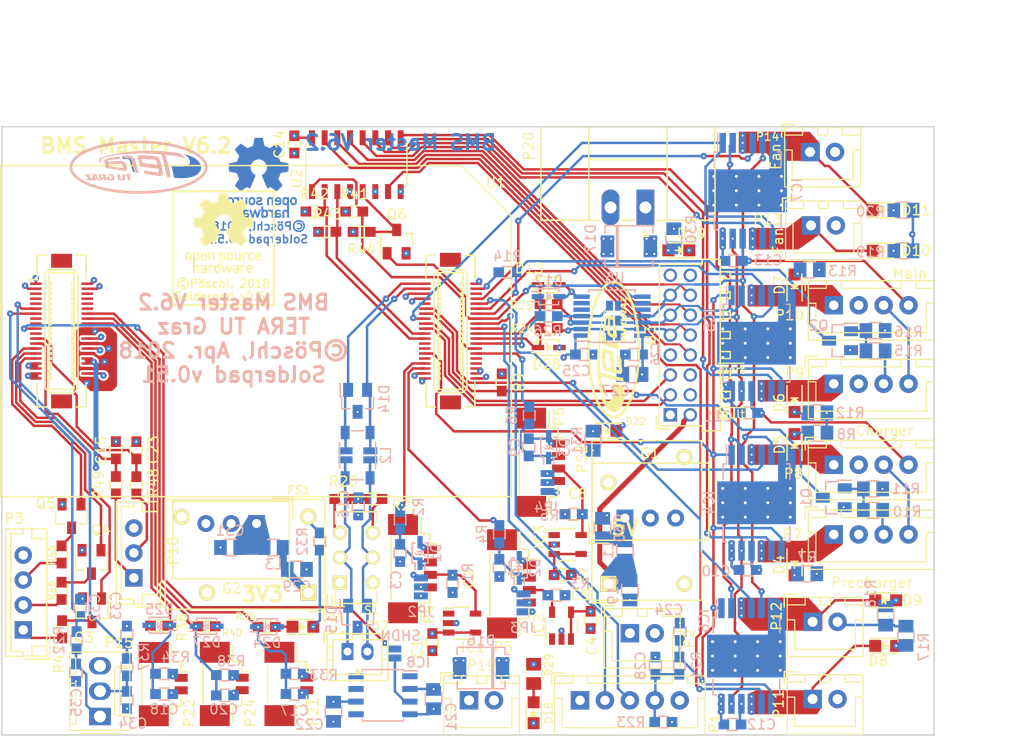
<source format=kicad_pcb>
(kicad_pcb (version 4) (host pcbnew no-vcs-found-product)
  (title_block (title "BMS Master") (date 2017-01-06) (rev 6) (company "TERA TU Graz") (comment 1 "Rene Pöschl"))
  (layers (0 F.Cu signal) (1 In1.Cu signal hide) (2 In2.Cu signal hide) (31 B.Cu signal) (34 B.Paste user hide) (35 F.Paste user hide) (36 B.SilkS user) (37 F.SilkS user) (38 B.Mask user) (39 F.Mask user) (44 Edge.Cuts user))
  (net 0 "")
  (net 1 +3V3)
  (net 2 GND)
  (net 3 /~TMP_REF_SHDN)
  (net 4 /TemperatureMeasurement/~SHDN)
  (net 5 /TS2)
  (net 6 +5V)
  (net 7 /LEM2)
  (net 8 /LEM1)
  (net 9 /TS1)
  (net 10 /LEM3)
  (net 11 /TS3)
  (net 12 +12V)
  (net 13 /Interlock_OK)
  (net 14 /MOSI)
  (net 15 /Precharge_Fault)
  (net 16 /SCLK)
  (net 17 /SPI_Controller/NCS8)
  (net 18 /MISO)
  (net 19 /Main_Fault)
  (net 20 /SPI_Controller/NCS7)
  (net 21 /SuperCharger_Fault)
  (net 22 /SPI_Controller/NCS6)
  (net 23 /FAN_PWM)
  (net 24 /SPI_Controller/NCS5)
  (net 25 "Net-(Q1-Pad1)")
  (net 26 /Main_On)
  (net 27 "Net-(Q2-Pad1)")
  (net 28 /SuperCharger_ON)
  (net 29 "Net-(R27-Pad1)")
  (net 30 "Net-(R28-Pad1)")
  (net 31 "Net-(D18-Pad2)")
  (net 32 "Net-(C16-Pad1)")
  (net 33 "Net-(D19-Pad2)")
  (net 34 "Net-(D22-Pad2)")
  (net 35 "Net-(D23-Pad2)")
  (net 36 "Net-(P21-Pad1)")
  (net 37 "Net-(P22-Pad1)")
  (net 38 /NFAULT)
  (net 39 "Net-(D5-Pad2)")
  (net 40 "Net-(D4-Pad2)")
  (net 41 "Net-(P24-Pad1)")
  (net 42 /NALERT)
  (net 43 "Net-(D11-Pad2)")
  (net 44 "Net-(D10-Pad2)")
  (net 45 "Net-(D9-Pad2)")
  (net 46 "Net-(P10-Pad3)")
  (net 47 "Net-(D7-Pad2)")
  (net 48 "Net-(D6-Pad2)")
  (net 49 "Net-(D8-Pad2)")
  (net 50 /TemperatureMeasurement/V_ref)
  (net 51 /CS_B0)
  (net 52 /CS_B1)
  (net 53 /CS_B2)
  (net 54 /SPI_CS)
  (net 55 /SPI_Controller/NCS4)
  (net 56 /SPI_Controller/NCS3)
  (net 57 /SPI_Controller/NCS2)
  (net 58 /SPI_Controller/NCS1)
  (net 59 /Interlock_On2)
  (net 60 /Interlock_On1)
  (net 61 "Net-(P7-Pad3)")
  (net 62 "Net-(U1-Pad3)")
  (net 63 /FAN_Fault)
  (net 64 "Net-(U1-Pad5)")
  (net 65 /CurrentMeasurement/LEM3/LEM_VREF)
  (net 66 /CurrentMeasurement/LEM2/LEM_VREF)
  (net 67 /CurrentMeasurement/LEM1/LEM_VREF)
  (net 68 /RelayAndFanCtrl/MainRelais/out2)
  (net 69 /RelayAndFanCtrl/MainRelais/out1)
  (net 70 /RelayAndFanCtrl/SuperChargerRelais/out2)
  (net 71 /RelayAndFanCtrl/SuperChargerRelais/out1)
  (net 72 /RelayAndFanCtrl/PRECHARGER/out2)
  (net 73 /RelayAndFanCtrl/PRECHARGER/out1)
  (net 74 /RelayAndFanCtrl/FANS/out2)
  (net 75 /RelayAndFanCtrl/FANS/out1)
  (net 76 "Net-(P9-Pad3)")
  (net 77 "Net-(P7-Pad4)")
  (net 78 "Net-(U1-Pad4)")
  (net 79 "Net-(U5-Pad10)")
  (net 80 /RelayAndFanCtrl/SCLK)
  (net 81 /RelayAndFanCtrl/MOSI)
  (net 82 /RelayAndFanCtrl/MISO)
  (net 83 "Net-(U1-Pad8)")
  (net 84 "Net-(U1-Pad9)")
  (net 85 "Net-(U1-Pad36)")
  (net 86 "Net-(S1-Pad1)")
  (net 87 "Net-(S1-Pad4)")
  (net 88 /CAN/CANperi-)
  (net 89 /CAN/CANperi+)
  (net 90 /CAN/CAN-)
  (net 91 /CAN/CAN+)
  (net 92 "Net-(U1-Pad35)")
  (net 93 "Net-(U1-Pad37)")
  (net 94 "Net-(U1-Pad38)")
  (net 95 "Net-(U1-Pad64)")
  (net 96 "Net-(U1-Pad65)")
  (net 97 "Net-(JP4-Pad2)")
  (net 98 "Net-(JP3-Pad2)")
  (net 99 "Net-(JP2-Pad2)")
  (net 100 +12P)
  (net 101 "Net-(U1-Pad45)")
  (net 102 "Net-(U1-Pad53)")
  (net 103 "Net-(U1-Pad54)")
  (net 104 "Net-(U1-Pad56)")
  (net 105 "Net-(U1-Pad78)")
  (net 106 "Net-(P3-Pad2)")
  (net 107 "Net-(Q4-Pad3)")
  (net 108 "Net-(P3-Pad1)")
  (net 109 "Net-(Q3-Pad3)")
  (net 110 "Net-(P3-Pad3)")
  (net 111 "Net-(Q5-Pad3)")
  (net 112 "Net-(P18-Pad1)")
  (net 113 /BTN_OFF)
  (net 114 "Net-(P18-Pad2)")
  (net 115 /BTN_ON)
  (net 116 /EXT_LED_3)
  (net 117 /EXT_LED_1)
  (net 118 /EXT_LED_2)
  (net 119 "Net-(U1-Pad11)")
  (net 120 "Net-(Q6-Pad3)")
  (net 121 /SPI_Controller/SCLK_3V3)
  (net 122 /SPI_Controller/MOSI_3V3)
  (net 123 /SPI_Controller/MISO_3V3)
  (net 124 "Net-(U5-Pad5)")
  (net 125 "Net-(C9-Pad1)")
  (net 126 "Net-(C6-Pad1)")
  (net 127 "Net-(C3-Pad1)")
  (net 128 "Net-(C28-Pad2)")
  (net 129 "Net-(C31-Pad1)")
  (net 130 "Net-(C30-Pad1)")
  (net 131 /RS232/TxD)
  (net 132 "Net-(C34-Pad1)")
  (net 133 /RS232/RxD)
  (net 134 "Net-(C35-Pad1)")
  (module Boards_Tera:STM32f4-board_v3-1 (layer F.Cu) (at 98 73)
    (fp_text reference U1)
    (fp_text value STM32f4_board_v3-1)
    (fp_text user %R (at 24.03 -14.912) (layer F.SilkS))
    (pad 1 smd rect (at -22.075 -4.75) (size 1.15 0.25) (layers F.Cu F.Paste F.Mask) (net 2 GND))
    (pad 30 smd rect (at -16.925 0.25) (size 1.15 0.25) (layers F.Cu F.Paste F.Mask) (net 2 GND))
    (pad "" smd rect (at -19.5 -7.05) (size 2.1 1.4) (layers F.Cu F.Paste F.Mask))
    (pad "" smd rect (at -19.5 7.05) (size 2.1 1.4) (layers F.Cu F.Paste F.Mask))
    (pad "" np_thru_hole circle (at -17.6 -6) (size 0.6 0.6) (drill 0.6) (layers *.Cu))
    (pad "" np_thru_hole circle (at -17.6 6) (size 0.6 0.6) (drill 0.6) (layers *.Cu))
    (pad 2 smd rect (at -22.075 -4.25) (size 1.15 0.25) (layers F.Cu F.Paste F.Mask) (net 1 +3V3))
    (pad 3 smd rect (at -22.075 -3.75) (size 1.15 0.25) (layers F.Cu F.Paste F.Mask) (net 62 "Net-(U1-Pad3)"))
    (pad 4 smd rect (at -22.075 -3.25) (size 1.15 0.25) (layers F.Cu F.Paste F.Mask) (net 78 "Net-(U1-Pad4)"))
    (pad 5 smd rect (at -22.075 -2.75) (size 1.15 0.25) (layers F.Cu F.Paste F.Mask) (net 64 "Net-(U1-Pad5)"))
    (pad 6 smd rect (at -22.075 -2.25) (size 1.15 0.25) (layers F.Cu F.Paste F.Mask) (net 131 /RS232/TxD))
    (pad 7 smd rect (at -22.075 -1.75) (size 1.15 0.25) (layers F.Cu F.Paste F.Mask) (net 133 /RS232/RxD))
    (pad 8 smd rect (at -22.075 -1.25) (size 1.15 0.25) (layers F.Cu F.Paste F.Mask) (net 83 "Net-(U1-Pad8)"))
    (pad 9 smd rect (at -22.075 -0.75) (size 1.15 0.25) (layers F.Cu F.Paste F.Mask) (net 84 "Net-(U1-Pad9)"))
    (pad 10 smd rect (at -22.075 -0.25) (size 1.15 0.25) (layers F.Cu F.Paste F.Mask) (net 3 /~TMP_REF_SHDN))
    (pad 11 smd rect (at -22.075 0.25) (size 1.15 0.25) (layers F.Cu F.Paste F.Mask) (net 119 "Net-(U1-Pad11)"))
    (pad 12 smd rect (at -22.075 0.75) (size 1.15 0.25) (layers F.Cu F.Paste F.Mask) (net 115 /BTN_ON))
    (pad 13 smd rect (at -22.075 1.25) (size 1.15 0.25) (layers F.Cu F.Paste F.Mask) (net 113 /BTN_OFF))
    (pad 14 smd rect (at -22.075 1.75) (size 1.15 0.25) (layers F.Cu F.Paste F.Mask) (net 117 /EXT_LED_1))
    (pad 15 smd rect (at -22.075 2.25) (size 1.15 0.25) (layers F.Cu F.Paste F.Mask) (net 118 /EXT_LED_2))
    (pad 16 smd rect (at -22.075 2.75) (size 1.15 0.25) (layers F.Cu F.Paste F.Mask) (net 116 /EXT_LED_3))
    (pad 17 smd rect (at -22.075 3.25) (size 1.15 0.25) (layers F.Cu F.Paste F.Mask) (net 1 +3V3))
    (pad 18 smd rect (at -22.075 3.75) (size 1.15 0.25) (layers F.Cu F.Paste F.Mask) (net 1 +3V3))
    (pad 19 smd rect (at -22.075 4.25) (size 1.15 0.25) (layers F.Cu F.Paste F.Mask) (net 2 GND))
    (pad 20 smd rect (at -22.075 4.75) (size 1.15 0.25) (layers F.Cu F.Paste F.Mask) (net 2 GND))
    (pad 21 smd rect (at -16.925 4.75) (size 1.15 0.25) (layers F.Cu F.Paste F.Mask) (net 2 GND))
    (pad 22 smd rect (at -16.925 4.25) (size 1.15 0.25) (layers F.Cu F.Paste F.Mask) (net 1 +3V3))
    (pad 23 smd rect (at -16.925 3.75) (size 1.15 0.25) (layers F.Cu F.Paste F.Mask) (net 2 GND))
    (pad 24 smd rect (at -16.925 3.25) (size 1.15 0.25) (layers F.Cu F.Paste F.Mask) (net 6 +5V))
    (pad 25 smd rect (at -16.925 2.75) (size 1.15 0.25) (layers F.Cu F.Paste F.Mask) (net 6 +5V))
    (pad 26 smd rect (at -16.925 2.25) (size 1.15 0.25) (layers F.Cu F.Paste F.Mask) (net 2 GND))
    (pad 27 smd rect (at -16.925 1.75) (size 1.15 0.25) (layers F.Cu F.Paste F.Mask) (net 1 +3V3))
    (pad 28 smd rect (at -16.925 1.25) (size 1.15 0.25) (layers F.Cu F.Paste F.Mask) (net 2 GND))
    (pad 29 smd rect (at -16.925 0.75) (size 1.15 0.25) (layers F.Cu F.Paste F.Mask) (net 1 +3V3))
    (pad 31 smd rect (at -16.925 -0.25) (size 1.15 0.25) (layers F.Cu F.Paste F.Mask) (net 2 GND))
    (pad 32 smd rect (at -16.925 -0.75) (size 1.15 0.25) (layers F.Cu F.Paste F.Mask) (net 9 /TS1))
    (pad 33 smd rect (at -16.925 -1.25) (size 1.15 0.25) (layers F.Cu F.Paste F.Mask) (net 5 /TS2))
    (pad 34 smd rect (at -16.925 -1.75) (size 1.15 0.25) (layers F.Cu F.Paste F.Mask) (net 11 /TS3))
    (pad 35 smd rect (at -16.925 -2.25) (size 1.15 0.25) (layers F.Cu F.Paste F.Mask) (net 92 "Net-(U1-Pad35)"))
    (pad 36 smd rect (at -16.925 -2.75) (size 1.15 0.25) (layers F.Cu F.Paste F.Mask) (net 85 "Net-(U1-Pad36)"))
    (pad 37 smd rect (at -16.925 -3.25) (size 1.15 0.25) (layers F.Cu F.Paste F.Mask) (net 93 "Net-(U1-Pad37)"))
    (pad 38 smd rect (at -16.925 -3.75) (size 1.15 0.25) (layers F.Cu F.Paste F.Mask) (net 94 "Net-(U1-Pad38)"))
    (pad 39 smd rect (at -16.925 -4.25) (size 1.15 0.25) (layers F.Cu F.Paste F.Mask) (net 1 +3V3))
    (pad 40 smd rect (at -16.925 -4.75) (size 1.15 0.25) (layers F.Cu F.Paste F.Mask) (net 2 GND))
    (pad "" smd rect (at 19.5 7.15 180) (size 2.1 1.4) (layers F.Cu F.Paste F.Mask))
    (pad "" smd rect (at 19.5 -7.15 180) (size 2.1 1.4) (layers F.Cu F.Paste F.Mask))
    (pad "" np_thru_hole circle (at 17.6 6 180) (size 0.6 0.6) (drill 0.6) (layers *.Cu))
    (pad "" np_thru_hole circle (at 17.6 -6 180) (size 0.6 0.6) (drill 0.6) (layers *.Cu))
    (pad 41 smd rect (at 16.925 -4.75 180) (size 1.15 0.25) (layers F.Cu F.Paste F.Mask) (net 90 /CAN/CAN-))
    (pad 42 smd rect (at 16.925 -4.25 180) (size 1.15 0.25) (layers F.Cu F.Paste F.Mask) (net 91 /CAN/CAN+))
    (pad 43 smd rect (at 16.925 -3.75 180) (size 1.15 0.25) (layers F.Cu F.Paste F.Mask) (net 2 GND))
    (pad 44 smd rect (at 16.925 -3.25 180) (size 1.15 0.25) (layers F.Cu F.Paste F.Mask) (net 1 +3V3))
    (pad 45 smd rect (at 16.925 -2.75 180) (size 1.15 0.25) (layers F.Cu F.Paste F.Mask) (net 101 "Net-(U1-Pad45)"))
    (pad 46 smd rect (at 16.925 -2.25 180) (size 1.15 0.25) (layers F.Cu F.Paste F.Mask) (net 21 /SuperCharger_Fault))
    (pad 47 smd rect (at 16.925 -1.75 180) (size 1.15 0.25) (layers F.Cu F.Paste F.Mask) (net 28 /SuperCharger_ON))
    (pad 48 smd rect (at 16.925 -1.25 180) (size 1.15 0.25) (layers F.Cu F.Paste F.Mask) (net 23 /FAN_PWM))
    (pad 49 smd rect (at 16.925 -0.75 180) (size 1.15 0.25) (layers F.Cu F.Paste F.Mask) (net 42 /NALERT))
    (pad 50 smd rect (at 16.925 -0.25 180) (size 1.15 0.25) (layers F.Cu F.Paste F.Mask) (net 38 /NFAULT))
    (pad 51 smd rect (at 16.925 0.25 180) (size 1.15 0.25) (layers F.Cu F.Paste F.Mask) (net 53 /CS_B2))
    (pad 52 smd rect (at 16.925 0.75 180) (size 1.15 0.25) (layers F.Cu F.Paste F.Mask) (net 52 /CS_B1))
    (pad 53 smd rect (at 16.925 1.25 180) (size 1.15 0.25) (layers F.Cu F.Paste F.Mask) (net 102 "Net-(U1-Pad53)"))
    (pad 54 smd rect (at 16.925 1.75 180) (size 1.15 0.25) (layers F.Cu F.Paste F.Mask) (net 103 "Net-(U1-Pad54)"))
    (pad 55 smd rect (at 16.925 2.25 180) (size 1.15 0.25) (layers F.Cu F.Paste F.Mask) (net 13 /Interlock_OK))
    (pad 56 smd rect (at 16.925 2.75 180) (size 1.15 0.25) (layers F.Cu F.Paste F.Mask) (net 104 "Net-(U1-Pad56)"))
    (pad 57 smd rect (at 16.925 3.25 180) (size 1.15 0.25) (layers F.Cu F.Paste F.Mask) (net 8 /LEM1))
    (pad 58 smd rect (at 16.925 3.75 180) (size 1.15 0.25) (layers F.Cu F.Paste F.Mask) (net 7 /LEM2))
    (pad 59 smd rect (at 16.925 4.25 180) (size 1.15 0.25) (layers F.Cu F.Paste F.Mask) (net 1 +3V3))
    (pad 60 smd rect (at 16.925 4.75 180) (size 1.15 0.25) (layers F.Cu F.Paste F.Mask) (net 2 GND))
    (pad 61 smd rect (at 22.075 4.75 180) (size 1.15 0.25) (layers F.Cu F.Paste F.Mask) (net 2 GND))
    (pad 62 smd rect (at 22.075 4.25 180) (size 1.15 0.25) (layers F.Cu F.Paste F.Mask) (net 1 +3V3))
    (pad 63 smd rect (at 22.075 3.75 180) (size 1.15 0.25) (layers F.Cu F.Paste F.Mask) (net 1 +3V3))
    (pad 64 smd rect (at 22.075 3.25 180) (size 1.15 0.25) (layers F.Cu F.Paste F.Mask) (net 95 "Net-(U1-Pad64)"))
    (pad 65 smd rect (at 22.075 2.75 180) (size 1.15 0.25) (layers F.Cu F.Paste F.Mask) (net 96 "Net-(U1-Pad65)"))
    (pad 66 smd rect (at 22.075 2.25 180) (size 1.15 0.25) (layers F.Cu F.Paste F.Mask) (net 10 /LEM3))
    (pad 67 smd rect (at 22.075 1.75 180) (size 1.15 0.25) (layers F.Cu F.Paste F.Mask) (net 51 /CS_B0))
    (pad 68 smd rect (at 22.075 1.25 180) (size 1.15 0.25) (layers F.Cu F.Paste F.Mask) (net 16 /SCLK))
    (pad 69 smd rect (at 22.075 0.75 180) (size 1.15 0.25) (layers F.Cu F.Paste F.Mask) (net 18 /MISO))
    (pad 70 smd rect (at 22.075 0.25 180) (size 1.15 0.25) (layers F.Cu F.Paste F.Mask) (net 14 /MOSI))
    (pad 71 smd rect (at 22.075 -0.25 180) (size 1.15 0.25) (layers F.Cu F.Paste F.Mask) (net 59 /Interlock_On2))
    (pad 72 smd rect (at 22.075 -0.75 180) (size 1.15 0.25) (layers F.Cu F.Paste F.Mask) (net 60 /Interlock_On1))
    (pad 73 smd rect (at 22.075 -1.25 180) (size 1.15 0.25) (layers F.Cu F.Paste F.Mask) (net 54 /SPI_CS))
    (pad 74 smd rect (at 22.075 -1.75 180) (size 1.15 0.25) (layers F.Cu F.Paste F.Mask) (net 26 /Main_On))
    (pad 75 smd rect (at 22.075 -2.25 180) (size 1.15 0.25) (layers F.Cu F.Paste F.Mask) (net 19 /Main_Fault))
    (pad 76 smd rect (at 22.075 -2.75 180) (size 1.15 0.25) (layers F.Cu F.Paste F.Mask) (net 15 /Precharge_Fault))
    (pad 77 smd rect (at 22.075 -3.25 180) (size 1.15 0.25) (layers F.Cu F.Paste F.Mask) (net 63 /FAN_Fault))
    (pad 78 smd rect (at 22.075 -3.75 180) (size 1.15 0.25) (layers F.Cu F.Paste F.Mask) (net 105 "Net-(U1-Pad78)"))
    (pad 79 smd rect (at 22.075 -4.25 180) (size 1.15 0.25) (layers F.Cu F.Paste F.Mask) (net 1 +3V3))
    (pad 80 smd rect (at 22.075 -4.75 180) (size 1.15 0.25) (layers F.Cu F.Paste F.Mask) (net 2 GND))
    (pad "" np_thru_hole circle (at -22 -13) (size 3.2 3.2) (drill 3.2) (layers *.Cu *.Mask F.SilkS))
    (pad "" np_thru_hole circle (at 19 -13) (size 3.2 3.2) (drill 3.2) (layers *.Cu *.Mask F.SilkS))
    (pad "" np_thru_hole circle (at 22 13) (size 3.2 3.2) (drill 3.2) (layers *.Cu *.Mask F.SilkS))
    (pad "" np_thru_hole circle (at -22 13) (size 3.2 3.2) (drill 3.2) (layers *.Cu *.Mask F.SilkS))
  )
  (module Symbols:OSHW-Logo_7.5x8mm_Copper (layer B.Cu) (at 98.278 57.631 180)
    (fp_text reference REF*** hide)
    (fp_text value OSHW-Logo_7.5x8mm_Copper hide)
    (fp_poly (pts (xy -2.53664 -1.952468) (xy -2.501408 -1.969874) (xy -2.45796 -2.000206) (xy -2.426294 -2.033283) (xy -2.404606 -2.074817) (xy -2.391097 -2.130522) (xy -2.383962 -2.206111) (xy -2.3814 -2.307296) (xy -2.38125 -2.350797) (xy -2.381688 -2.446135) (xy -2.383504 -2.514271) (xy -2.387455 -2.561418) (xy -2.394298 -2.59379) (xy -2.404789 -2.6176) (xy -2.415704 -2.633843) (xy -2.485381 -2.702952) (xy -2.567434 -2.744521) (xy -2.65595 -2.757023) (xy -2.745019 -2.738934) (xy -2.773237 -2.726142) (xy -2.84079 -2.690931) (xy -2.84079 -3.2427) (xy -2.791488 -3.217205) (xy -2.726527 -3.19748) (xy -2.64668 -3.192427) (xy -2.566948 -3.201756) (xy -2.506735 -3.222714) (xy -2.456792 -3.262627) (xy -2.414119 -3.319741) (xy -2.41091 -3.325605) (xy -2.397378 -3.353227) (xy -2.387495 -3.381068) (xy -2.380691 -3.414794) (xy -2.376399 -3.460071) (xy -2.374049 -3.522562) (xy -2.373072 -3.607935) (xy -2.372895 -3.70401) (xy -2.372895 -4.010526) (xy -2.556711 -4.010526) (xy -2.556711 -3.445339) (xy -2.608125 -3.402077) (xy -2.661534 -3.367472) (xy -2.712112 -3.36118) (xy -2.76297 -3.377372) (xy -2.790075 -3.393227) (xy -2.810249 -3.41581) (xy -2.824597 -3.44994) (xy -2.834224 -3.500434) (xy -2.840237 -3.572111) (xy -2.84374 -3.669788) (xy -2.844974 -3.734802) (xy -2.849145 -4.002171) (xy -2.936875 -4.007222) (xy -3.024606 -4.012273) (xy -3.024606 -2.353101) (xy -2.84079 -2.353101) (xy -2.836104 -2.4456) (xy -2.820312 -2.509809) (xy -2.790817 -2.549759) (xy -2.74502 -2.56948) (xy -2.69875 -2.573421) (xy -2.646372 -2.568892) (xy -2.61161 -2.551069) (xy -2.589872 -2.527519) (xy -2.57276 -2.502189) (xy -2.562573 -2.473969) (xy -2.55804 -2.434431) (xy -2.557891 -2.375142) (xy -2.559416 -2.325498) (xy -2.562919 -2.25071) (xy -2.568133 -2.201611) (xy -2.576913 -2.170467) (xy -2.591114 -2.149545) (xy -2.604516 -2.137452) (xy -2.660513 -2.111081) (xy -2.726789 -2.106822) (xy -2.764844 -2.115906) (xy -2.802523 -2.148196) (xy -2.827481 -2.211006) (xy -2.839578 -2.303894) (xy -2.84079 -2.353101) (xy -3.024606 -2.353101) (xy -3.024606 -1.938421) (xy -2.932698 -1.938421) (xy -2.877517 -1.940603) (xy -2.849048 -1.948351) (xy -2.840794 -1.963468) (xy -2.84079 -1.963916) (xy -2.83696 -1.97872) (xy -2.820067 -1.977039) (xy -2.786481 -1.960772) (xy -2.708222 -1.935887) (xy -2.620173 -1.933271) (xy -2.53664 -1.952468)) (layer B.Cu) (width 0.01))
    (fp_poly (pts (xy -1.839543 -3.198184) (xy -1.76093 -3.21916) (xy -1.701084 -3.25718) (xy -1.658853 -3.306978) (xy -1.645725 -3.32823) (xy -1.636032 -3.350492) (xy -1.629256 -3.37897) (xy -1.624877 -3.418871) (xy -1.622376 -3.475401) (xy -1.621232 -3.553767) (xy -1.620928 -3.659176) (xy -1.620922 -3.687142) (xy -1.620922 -4.010526) (xy -1.701132 -4.010526) (xy -1.752294 -4.006943) (xy -1.790123 -3.997866) (xy -1.799601 -3.992268) (xy -1.825512 -3.982606) (xy -1.851976 -3.992268) (xy -1.895548 -4.00433) (xy -1.95884 -4.009185) (xy -2.02899 -4.007078) (xy -2.09314 -3.998256) (xy -2.130593 -3.986937) (xy -2.203067 -3.940412) (xy -2.24836 -3.875846) (xy -2.268722 -3.79) (xy -2.268912 -3.787796) (xy -2.267125 -3.749713) (xy -2.105527 -3.749713) (xy -2.091399 -3.79303) (xy -2.068388 -3.817408) (xy -2.022196 -3.835845) (xy -1.961225 -3.843205) (xy -1.899051 -3.839583) (xy -1.849249 -3.825074) (xy -1.835297 -3.815765) (xy -1.810915 -3.772753) (xy -1.804737 -3.723857) (xy -1.804737 -3.659605) (xy -1.897182 -3.659605) (xy -1.985005 -3.666366) (xy -2.051582 -3.68552) (xy -2.092998 -3.715376) (xy -2.105527 -3.749713) (xy -2.267125 -3.749713) (xy -2.26451 -3.694004) (xy -2.233576 -3.619847) (xy -2.175419 -3.563767) (xy -2.16738 -3.558665) (xy -2.132837 -3.542055) (xy -2.090082 -3.531996) (xy -2.030314 -3.527107) (xy -1.95931 -3.525983) (xy -1.804737 -3.525921) (xy -1.804737 -3.461125) (xy -1.811294 -3.41085) (xy -1.828025 -3.377169) (xy -1.829984 -3.375376) (xy -1.867217 -3.360642) (xy -1.92342 -3.354931) (xy -1.985533 -3.357737) (xy -2.04049 -3.368556) (xy -2.073101 -3.384782) (xy -2.090772 -3.39778) (xy -2.109431 -3.400262) (xy -2.135181 -3.389613) (xy -2.174127 -3.363218) (xy -2.23237 -3.318465) (xy -2.237716 -3.314273) (xy -2.234977 -3.29876) (xy -2.212124 -3.27296) (xy -2.177391 -3.244289) (xy -2.13901 -3.220166) (xy -2.126952 -3.21447) (xy -2.082966 -3.203103) (xy -2.018513 -3.194995) (xy -1.946503 -3.191743) (xy -1.943136 -3.191736) (xy -1.839543 -3.198184)) (layer B.Cu) (width 0.01))
    (fp_poly (pts (xy -1.320119 -3.193486) (xy -1.295112 -3.200982) (xy -1.28705 -3.217451) (xy -1.286711 -3.224886) (xy -1.285264 -3.245594) (xy -1.275302 -3.248845) (xy -1.248388 -3.234648) (xy -1.232402 -3.224948) (xy -1.181967 -3.204175) (xy -1.121728 -3.193904) (xy -1.058566 -3.193114) (xy -0.999363 -3.200786) (xy -0.950998 -3.215898) (xy -0.920354 -3.237432) (xy -0.914311 -3.264366) (xy -0.917361 -3.27166) (xy -0.939594 -3.301937) (xy -0.97407 -3.339175) (xy -0.980306 -3.345195) (xy -1.013167 -3.372875) (xy -1.04152 -3.381818) (xy -1.081173 -3.375576) (xy -1.097058 -3.371429) (xy -1.146491 -3.361467) (xy -1.181248 -3.365947) (xy -1.2106 -3.381746) (xy -1.237487 -3.402949) (xy -1.25729 -3.429614) (xy -1.271052 -3.466827) (xy -1.279816 -3.519673) (xy -1.284626 -3.593237) (xy -1.286526 -3.692605) (xy -1.286711 -3.752601) (xy -1.286711 -4.010526) (xy -1.453816 -4.010526) (xy -1.453816 -3.19171) (xy -1.370264 -3.19171) (xy -1.320119 -3.193486)) (layer B.Cu) (width 0.01))
    (fp_poly (pts (xy -0.267369 -4.010526) (xy -0.359277 -4.010526) (xy -0.412623 -4.008962) (xy -0.440407 -4.002485) (xy -0.45041 -3.988418) (xy -0.451185 -3.978906) (xy -0.452872 -3.959832) (xy -0.46351 -3.956174) (xy -0.491465 -3.967932) (xy -0.513205 -3.978906) (xy -0.596668 -4.004911) (xy -0.687396 -4.006416) (xy -0.761158 -3.987021) (xy -0.829846 -3.940165) (xy -0.882206 -3.871004) (xy -0.910878 -3.789427) (xy -0.911608 -3.784866) (xy -0.915868 -3.735101) (xy -0.917986 -3.663659) (xy -0.917816 -3.609626) (xy -0.73528 -3.609626) (xy -0.731051 -3.681441) (xy -0.721432 -3.740634) (xy -0.70841 -3.77406) (xy -0.659144 -3.81974) (xy -0.60065 -3.836115) (xy -0.540329 -3.822873) (xy -0.488783 -3.783373) (xy -0.469262 -3.756807) (xy -0.457848 -3.725106) (xy -0.452502 -3.678832) (xy -0.451185 -3.609328) (xy -0.453542 -3.540499) (xy -0.459767 -3.480026) (xy -0.468592 -3.439556) (xy -0.470063 -3.435929) (xy -0.505653 -3.392802) (xy -0.5576 -3.369124) (xy -0.615722 -3.365301) (xy -0.66984 -3.381738) (xy -0.709774 -3.41884) (xy -0.713917 -3.426222) (xy -0.726884 -3.471239) (xy -0.733948 -3.535967) (xy -0.73528 -3.609626) (xy -0.917816 -3.609626) (xy -0.917729 -3.58223) (xy -0.916528 -3.538405) (xy -0.908355 -3.429988) (xy -0.89137 -3.348588) (xy -0.863113 -3.288412) (xy -0.821128 -3.243666) (xy -0.780368 -3.2174) (xy -0.723419 -3.198935) (xy -0.652589 -3.192602) (xy -0.580059 -3.19776) (xy -0.518014 -3.213769) (xy -0.485232 -3.23292) (xy -0.451185 -3.263732) (xy -0.451185 -2.87421) (xy -0.267369 -2.87421) (xy -0.267369 -4.010526)) (layer B.Cu) (width 0.01))
    (fp_poly (pts (xy 0.37413 -3.195104) (xy 0.44022 -3.200066) (xy 0.526626 -3.459079) (xy 0.613031 -3.718092) (xy 0.640124 -3.626184) (xy 0.656428 -3.569384) (xy 0.677875 -3.492625) (xy 0.701035 -3.408251) (xy 0.71328 -3.362993) (xy 0.759344 -3.19171) (xy 0.949387 -3.19171) (xy 0.892582 -3.371349) (xy 0.864607 -3.459704) (xy 0.830813 -3.566281) (xy 0.79552 -3.677454) (xy 0.764013 -3.776579) (xy 0.69225 -4.002171) (xy 0.537286 -4.012253) (xy 0.49527 -3.873528) (xy 0.469359 -3.787351) (xy 0.441083 -3.692347) (xy 0.416369 -3.608441) (xy 0.415394 -3.605102) (xy 0.396935 -3.548248) (xy 0.380649 -3.509456) (xy 0.369242 -3.494787) (xy 0.366898 -3.496483) (xy 0.358671 -3.519225) (xy 0.343038 -3.56794) (xy 0.321904 -3.636502) (xy 0.29717 -3.718785) (xy 0.283787 -3.764046) (xy 0.211311 -4.010526) (xy 0.057495 -4.010526) (xy -0.065469 -3.622006) (xy -0.100012 -3.513022) (xy -0.131479 -3.414048) (xy -0.158384 -3.329736) (xy -0.179241 -3.264734) (xy -0.192562 -3.223692) (xy -0.196612 -3.211701) (xy -0.193406 -3.199423) (xy -0.168235 -3.194046) (xy -0.115854 -3.194584) (xy -0.107655 -3.19499) (xy -0.010518 -3.200066) (xy 0.0531 -3.434013) (xy 0.076484 -3.519333) (xy 0.097381 -3.594335) (xy 0.113951 -3.652507) (xy 0.124354 -3.687337) (xy 0.126276 -3.693016) (xy 0.134241 -3.686486) (xy 0.150304 -3.652654) (xy 0.172621 -3.596127) (xy 0.199345 -3.52151) (xy 0.221937 -3.454107) (xy 0.308041 -3.190143) (xy 0.37413 -3.195104)) (layer B.Cu) (width 0.01))
    (fp_poly (pts (xy 1.379992 -3.196673) (xy 1.450427 -3.21378) (xy 1.470787 -3.222844) (xy 1.510253 -3.246583) (xy 1.540541 -3.273321) (xy 1.562952 -3.307699) (xy 1.578786 -3.35436) (xy 1.589343 -3.417946) (xy 1.595924 -3.503099) (xy 1.599828 -3.614462) (xy 1.60131 -3.688849) (xy 1.606765 -4.010526) (xy 1.51358 -4.010526) (xy 1.457047 -4.008156) (xy 1.427922 -4.000055) (xy 1.420394 -3.986451) (xy 1.41642 -3.971741) (xy 1.398652 -3.974554) (xy 1.37444 -3.986348) (xy 1.313828 -4.004427) (xy 1.235929 -4.009299) (xy 1.153995 -4.00133) (xy 1.081281 -3.980889) (xy 1.074759 -3.978051) (xy 1.008302 -3.931365) (xy 0.964491 -3.866464) (xy 0.944332 -3.7906) (xy 0.945872 -3.763344) (xy 1.110345 -3.763344) (xy 1.124837 -3.800024) (xy 1.167805 -3.826309) (xy 1.237129 -3.840417) (xy 1.274177 -3.84229) (xy 1.335919 -3.837494) (xy 1.37696 -3.818858) (xy 1.386973 -3.81) (xy 1.4141 -3.761806) (xy 1.420394 -3.718092) (xy 1.420394 -3.659605) (xy 1.33893 -3.659605) (xy 1.244234 -3.664432) (xy 1.177813 -3.679613) (xy 1.135846 -3.7062) (xy 1.126449 -3.718052) (xy 1.110345 -3.763344) (xy 0.945872 -3.763344) (xy 0.948829 -3.711026) (xy 0.978985 -3.634995) (xy 1.020131 -3.583612) (xy 1.045052 -3.561397) (xy 1.069448 -3.546798) (xy 1.101191 -3.537897) (xy 1.148152 -3.532775) (xy 1.218204 -3.529515) (xy 1.24599 -3.528577) (xy 1.420394 -3.522879) (xy 1.420138 -3.470091) (xy 1.413384 -3.414603) (xy 1.388964 -3.381052) (xy 1.33963 -3.359618) (xy 1.338306 -3.359236) (xy 1.26836 -3.350808) (xy 1.199914 -3.361816) (xy 1.149047 -3.388585) (xy 1.128637 -3.401803) (xy 1.106654 -3.399974) (xy 1.072826 -3.380824) (xy 1.052961 -3.367308) (xy 1.014106 -3.338432) (xy 0.990038 -3.316786) (xy 0.986176 -3.310589) (xy 1.002079 -3.278519) (xy 1.049065 -3.240219) (xy 1.069473 -3.227297) (xy 1.128143 -3.205041) (xy 1.207212 -3.192432) (xy 1.295041 -3.1896) (xy 1.379992 -3.196673)) (layer B.Cu) (width 0.01))
    (fp_poly (pts (xy 2.173167 -3.191447) (xy 2.237408 -3.204112) (xy 2.27398 -3.222864) (xy 2.312453 -3.254017) (xy 2.257717 -3.323127) (xy 2.223969 -3.364979) (xy 2.201053 -3.385398) (xy 2.178279 -3.388517) (xy 2.144956 -3.378472) (xy 2.129314 -3.372789) (xy 2.065542 -3.364404) (xy 2.00714 -3.382378) (xy 1.964264 -3.422982) (xy 1.957299 -3.435929) (xy 1.949713 -3.470224) (xy 1.943859 -3.533427) (xy 1.940011 -3.62106) (xy 1.938443 -3.72864) (xy 1.938421 -3.743944) (xy 1.938421 -4.010526) (xy 1.754605 -4.010526) (xy 1.754605 -3.19171) (xy 1.846513 -3.19171) (xy 1.899507 -3.193094) (xy 1.927115 -3.199252) (xy 1.937324 -3.213194) (xy 1.938421 -3.226344) (xy 1.938421 -3.260978) (xy 1.98245 -3.226344) (xy 2.032937 -3.202716) (xy 2.10076 -3.191033) (xy 2.173167 -3.191447)) (layer B.Cu) (width 0.01))
    (fp_poly (pts (xy 2.701193 -3.196078) (xy 2.781068 -3.216845) (xy 2.847962 -3.259705) (xy 2.880351 -3.291723) (xy 2.933445 -3.367413) (xy 2.963873 -3.455216) (xy 2.974327 -3.56315) (xy 2.97438 -3.571875) (xy 2.974473 -3.659605) (xy 2.469534 -3.659605) (xy 2.480298 -3.705559) (xy 2.499732 -3.747178) (xy 2.533745 -3.790544) (xy 2.54086 -3.797467) (xy 2.602003 -3.834935) (xy 2.671729 -3.841289) (xy 2.751987 -3.816638) (xy 2.765592 -3.81) (xy 2.807319 -3.789819) (xy 2.835268 -3.778321) (xy 2.840145 -3.777258) (xy 2.857168 -3.787583) (xy 2.889633 -3.812845) (xy 2.906114 -3.82665) (xy 2.940264 -3.858361) (xy 2.951478 -3.879299) (xy 2.943695 -3.89856) (xy 2.939535 -3.903827) (xy 2.911357 -3.926878) (xy 2.864862 -3.954892) (xy 2.832434 -3.971246) (xy 2.740385 -4.000059) (xy 2.638476 -4.009395) (xy 2.541963 -3.998332) (xy 2.514934 -3.990412) (xy 2.431276 -3.945581) (xy 2.369266 -3.876598) (xy 2.328545 -3.782794) (xy 2.308755 -3.663498) (xy 2.306582 -3.601118) (xy 2.312926 -3.510298) (xy 2.473157 -3.510298) (xy 2.488655 -3.517012) (xy 2.530312 -3.52228) (xy 2.590876 -3.525389) (xy 2.631907 -3.525921) (xy 2.705711 -3.525408) (xy 2.752293 -3.523006) (xy 2.777848 -3.517422) (xy 2.788569 -3.507361) (xy 2.790657 -3.492763) (xy 2.776331 -3.447796) (xy 2.740262 -3.403353) (xy 2.692815 -3.369242) (xy 2.645349 -3.355288) (xy 2.580879 -3.367666) (xy 2.52507 -3.403452) (xy 2.486374 -3.455033) (xy 2.473157 -3.510298) (xy 2.312926 -3.510298) (xy 2.315821 -3.468866) (xy 2.344336 -3.363498) (xy 2.392729 -3.284178) (xy 2.461604 -3.230071) (xy 2.551565 -3.200343) (xy 2.6003 -3.194618) (xy 2.701193 -3.196078)) (layer B.Cu) (width 0.01))
    (fp_poly (pts (xy -3.373216 -1.947104) (xy -3.285795 -1.985754) (xy -3.21943 -2.05029) (xy -3.174024 -2.140812) (xy -3.149482 -2.257418) (xy -3.147723 -2.275624) (xy -3.146344 -2.403984) (xy -3.164216 -2.516496) (xy -3.20025 -2.607688) (xy -3.219545 -2.637022) (xy -3.286755 -2.699106) (xy -3.37235 -2.739316) (xy -3.46811 -2.756003) (xy -3.565813 -2.747517) (xy -3.640083 -2.72138) (xy -3.703953 -2.677335) (xy -3.756154 -2.619587) (xy -3.757057 -2.618236) (xy -3.778256 -2.582593) (xy -3.792033 -2.546752) (xy -3.800376 -2.501519) (xy -3.805273 -2.437701) (xy -3.807431 -2.385368) (xy -3.808329 -2.33791) (xy -3.641257 -2.33791) (xy -3.639624 -2.385154) (xy -3.633696 -2.448046) (xy -3.623239 -2.488407) (xy -3.604381 -2.517122) (xy -3.586719 -2.533896) (xy -3.524106 -2.569016) (xy -3.458592 -2.57371) (xy -3.397579 -2.54844) (xy -3.367072 -2.520124) (xy -3.345089 -2.491589) (xy -3.332231 -2.464284) (xy -3.326588 -2.42875) (xy -3.326249 -2.375524) (xy -3.327988 -2.326506) (xy -3.331729 -2.256482) (xy -3.337659 -2.211064) (xy -3.348347 -2.18144) (xy -3.366361 -2.158797) (xy -3.380637 -2.145855) (xy -3.440349 -2.11186) (xy -3.504766 -2.110165) (xy -3.558781 -2.130301) (xy -3.60486 -2.172352) (xy -3.632311 -2.241428) (xy -3.641257 -2.33791) (xy -3.808329 -2.33791) (xy -3.809401 -2.281299) (xy -3.806036 -2.203468) (xy -3.795955 -2.14493) (xy -3.777774 -2.098737) (xy -3.75011 -2.057942) (xy -3.739854 -2.045828) (xy -3.675722 -1.985474) (xy -3.606934 -1.95022) (xy -3.522811 -1.93545) (xy -3.481791 -1.934243) (xy -3.373216 -1.947104)) (layer B.Cu) (width 0.01))
    (fp_poly (pts (xy -1.802982 -1.957027) (xy -1.78633 -1.964866) (xy -1.728695 -2.007086) (xy -1.674195 -2.0687) (xy -1.633501 -2.136543) (xy -1.621926 -2.167734) (xy -1.611366 -2.223449) (xy -1.605069 -2.290781) (xy -1.604304 -2.318585) (xy -1.604211 -2.406316) (xy -2.10915 -2.406316) (xy -2.098387 -2.45227) (xy -2.071967 -2.50662) (xy -2.025778 -2.553591) (xy -1.970828 -2.583848) (xy -1.935811 -2.590131) (xy -1.888323 -2.582506) (xy -1.831665 -2.563383) (xy -1.812418 -2.554584) (xy -1.741241 -2.519036) (xy -1.680498 -2.565367) (xy -1.645448 -2.596703) (xy -1.626798 -2.622567) (xy -1.625853 -2.630158) (xy -1.642515 -2.648556) (xy -1.67903 -2.676515) (xy -1.712172 -2.698327) (xy -1.801607 -2.737537) (xy -1.901871 -2.755285) (xy -2.001246 -2.75067) (xy -2.080461 -2.726551) (xy -2.16212 -2.674884) (xy -2.220151 -2.606856) (xy -2.256454 -2.518843) (xy -2.272928 -2.407216) (xy -2.274389 -2.356138) (xy -2.268543 -2.239091) (xy -2.267825 -2.235686) (xy -2.100511 -2.235686) (xy -2.095903 -2.246662) (xy -2.076964 -2.252715) (xy -2.037902 -2.25531) (xy -1.972923 -2.25591) (xy -1.947903 -2.255921) (xy -1.871779 -2.255014) (xy -1.823504 -2.25172) (xy -1.79754 -2.245181) (xy -1.788352 -2.234537) (xy -1.788027 -2.231119) (xy -1.798513 -2.203956) (xy -1.824758 -2.165903) (xy -1.836041 -2.152579) (xy -1.877928 -2.114896) (xy -1.921591 -2.10008) (xy -1.945115 -2.098842) (xy -2.008757 -2.114329) (xy -2.062127 -2.15593) (xy -2.095981 -2.216353) (xy -2.096581 -2.218322) (xy -2.100511 -2.235686) (xy -2.267825 -2.235686) (xy -2.249101 -2.146928) (xy -2.214078 -2.07319) (xy -2.171244 -2.020848) (xy -2.092052 -1.964092) (xy -1.99896 -1.933762) (xy -1.899945 -1.931021) (xy -1.802982 -1.957027)) (layer B.Cu) (width 0.01))
    (fp_poly (pts (xy 0.018628 -1.935547) (xy 0.081908 -1.947548) (xy 0.147557 -1.972648) (xy 0.154572 -1.975848) (xy 0.204356 -2.002026) (xy 0.238834 -2.026353) (xy 0.249978 -2.041937) (xy 0.239366 -2.067353) (xy 0.213588 -2.104853) (xy 0.202146 -2.118852) (xy 0.154992 -2.173954) (xy 0.094201 -2.138086) (xy 0.036347 -2.114192) (xy -0.0305 -2.10142) (xy -0.094606 -2.100613) (xy -0.144236 -2.112615) (xy -0.156146 -2.120105) (xy -0.178828 -2.15445) (xy -0.181584 -2.194013) (xy -0.164612 -2.22492) (xy -0.154573 -2.230913) (xy -0.12449 -2.238357) (xy -0.071611 -2.247106) (xy -0.006425 -2.255467) (xy 0.0056 -2.256778) (xy 0.110297 -2.274888) (xy 0.186232 -2.305651) (xy 0.236592 -2.351907) (xy 0.264564 -2.416497) (xy 0.273278 -2.495387) (xy 0.26124 -2.585065) (xy 0.222151 -2.655486) (xy 0.155855 -2.706777) (xy 0.062194 -2.739067) (xy -0.041777 -2.751807) (xy -0.126562 -2.751654) (xy -0.195335 -2.740083) (xy -0.242303 -2.724109) (xy -0.30165 -2.696275) (xy -0.356494 -2.663973) (xy -0.375987 -2.649755) (xy -0.426119 -2.608835) (xy -0.305197 -2.486477) (xy -0.236457 -2.531967) (xy -0.167512 -2.566133) (xy -0.093889 -2.584004) (xy -0.023117 -2.585889) (xy 0.037274 -2.572101) (xy 0.079757 -2.542949) (xy 0.093474 -2.518352) (xy 0.091417 -2.478904) (xy 0.05733 -2.448737) (xy -0.008692 -2.427906) (xy -0.081026 -2.418279) (xy -0.192348 -2.39991) (xy -0.275048 -2.365254) (xy -0.330235 -2.313297) (xy -0.359012 -2.243023) (xy -0.362999 -2.159707) (xy -0.343307 -2.072681) (xy -0.298411 -2.006902) (xy -0.227909 -1.962068) (xy -0.131399 -1.937879) (xy -0.0599 -1.933137) (xy 0.018628 -1.935547)) (layer B.Cu) (width 0.01))
    (fp_poly (pts (xy 0.811669 -1.94831) (xy 0.896192 -1.99434) (xy 0.962321 -2.067006) (xy 0.993478 -2.126106) (xy 1.006855 -2.178305) (xy 1.015522 -2.252719) (xy 1.019237 -2.338442) (xy 1.017754 -2.424569) (xy 1.010831 -2.500193) (xy 1.002745 -2.540584) (xy 0.975465 -2.59584) (xy 0.92822 -2.65453) (xy 0.871282 -2.705852) (xy 0.814924 -2.739005) (xy 0.81355 -2.739531) (xy 0.743616 -2.754018) (xy 0.660737 -2.754377) (xy 0.581977 -2.741188) (xy 0.551566 -2.730617) (xy 0.473239 -2.686201) (xy 0.417143 -2.628007) (xy 0.380286 -2.550965) (xy 0.35968 -2.450001) (xy 0.355018 -2.397116) (xy 0.355613 -2.330663) (xy 0.534736 -2.330663) (xy 0.54077 -2.42763) (xy 0.558138 -2.501523) (xy 0.58574 -2.548736) (xy 0.605404 -2.562237) (xy 0.655787 -2.571651) (xy 0.715673 -2.568864) (xy 0.767449 -2.555316) (xy 0.781027 -2.547862) (xy 0.816849 -2.504451) (xy 0.840493 -2.438014) (xy 0.850558 -2.357161) (xy 0.845642 -2.270502) (xy 0.834655 -2.218349) (xy 0.803109 -2.157951) (xy 0.753311 -2.120197) (xy 0.693337 -2.107143) (xy 0.631264 -2.120849) (xy 0.583582 -2.154372) (xy 0.558525 -2.182031) (xy 0.5439 -2.209294) (xy 0.536929 -2.24619) (xy 0.534833 -2.30275) (xy 0.534736 -2.330663) (xy 0.355613 -2.330663) (xy 0.356282 -2.255994) (xy 0.379265 -2.140271) (xy 0.423972 -2.049941) (xy 0.490405 -1.985) (xy 0.578565 -1.945445) (xy 0.597495 -1.940858) (xy 0.711266 -1.93009) (xy 0.811669 -1.94831)) (layer B.Cu) (width 0.01))
    (fp_poly (pts (xy 1.320131 -2.198533) (xy 1.32171 -2.321089) (xy 1.327481 -2.414179) (xy 1.338991 -2.481651) (xy 1.35779 -2.527355) (xy 1.385426 -2.555139) (xy 1.423448 -2.568854) (xy 1.470526 -2.572358) (xy 1.519832 -2.568432) (xy 1.557283 -2.554089) (xy 1.584428 -2.525478) (xy 1.602815 -2.478751) (xy 1.613993 -2.410058) (xy 1.619511 -2.31555) (xy 1.620921 -2.198533) (xy 1.620921 -1.938421) (xy 1.804736 -1.938421) (xy 1.804736 -2.740526) (xy 1.712828 -2.740526) (xy 1.657422 -2.738281) (xy 1.628891 -2.730396) (xy 1.620921 -2.715428) (xy 1.61612 -2.702097) (xy 1.597014 -2.704917) (xy 1.558504 -2.723783) (xy 1.470239 -2.752887) (xy 1.376623 -2.750825) (xy 1.286921 -2.719221) (xy 1.244204 -2.694257) (xy 1.211621 -2.667226) (xy 1.187817 -2.633405) (xy 1.171439 -2.588068) (xy 1.161131 -2.526489) (xy 1.155541 -2.443943) (xy 1.153312 -2.335705) (xy 1.153026 -2.252004) (xy 1.153026 -1.938421) (xy 1.320131 -1.938421) (xy 1.320131 -2.198533)) (layer B.Cu) (width 0.01))
    (fp_poly (pts (xy 2.946576 -1.945419) (xy 3.043395 -1.986549) (xy 3.07389 -2.006571) (xy 3.112865 -2.03734) (xy 3.137331 -2.061533) (xy 3.141578 -2.069413) (xy 3.129584 -2.086899) (xy 3.098887 -2.11657) (xy 3.074312 -2.137279) (xy 3.007046 -2.191336) (xy 2.95393 -2.146642) (xy 2.912884 -2.117789) (xy 2.872863 -2.107829) (xy 2.827059 -2.110261) (xy 2.754324 -2.128345) (xy 2.704256 -2.165881) (xy 2.673829 -2.226562) (xy 2.660017 -2.314081) (xy 2.660013 -2.314136) (xy 2.661208 -2.411958) (xy 2.679772 -2.48373) (xy 2.716804 -2.532595) (xy 2.74205 -2.549143) (xy 2.809097 -2.569749) (xy 2.880709 -2.569762) (xy 2.943015 -2.549768) (xy 2.957763 -2.54) (xy 2.99475 -2.515047) (xy 3.023668 -2.510958) (xy 3.054856 -2.52953) (xy 3.089336 -2.562887) (xy 3.143912 -2.619196) (xy 3.083318 -2.669142) (xy 2.989698 -2.725513) (xy 2.884125 -2.753293) (xy 2.773798 -2.751282) (xy 2.701343 -2.732862) (xy 2.616656 -2.68731) (xy 2.548927 -2.61565) (xy 2.518157 -2.565066) (xy 2.493236 -2.492488) (xy 2.480766 -2.400569) (xy 2.48067 -2.300948) (xy 2.49287 -2.205267) (xy 2.51729 -2.125169) (xy 2.521136 -2.116956) (xy 2.578093 -2.036413) (xy 2.655209 -1.977771) (xy 2.74639 -1.942247) (xy 2.845543 -1.931057) (xy 2.946576 -1.945419)) (layer B.Cu) (width 0.01))
    (fp_poly (pts (xy 3.558784 -1.935554) (xy 3.601574 -1.945949) (xy 3.683609 -1.984013) (xy 3.753757 -2.042149) (xy 3.802305 -2.111852) (xy 3.808975 -2.127502) (xy 3.818124 -2.168496) (xy 3.824529 -2.229138) (xy 3.82671 -2.29043) (xy 3.82671 -2.406316) (xy 3.584407 -2.406316) (xy 3.484471 -2.406693) (xy 3.414069 -2.408987) (xy 3.369313 -2.414938) (xy 3.346315 -2.426285) (xy 3.341189 -2.444771) (xy 3.350048 -2.472136) (xy 3.365917 -2.504155) (xy 3.410184 -2.557592) (xy 3.471699 -2.584215) (xy 3.546885 -2.583347) (xy 3.632053 -2.554371) (xy 3.705659 -2.518611) (xy 3.766734 -2.566904) (xy 3.82781 -2.615197) (xy 3.770351 -2.668285) (xy 3.693641 -2.718445) (xy 3.599302 -2.748688) (xy 3.497827 -2.757151) (xy 3.399711 -2.741974) (xy 3.383881 -2.736824) (xy 3.297647 -2.691791) (xy 3.233501 -2.624652) (xy 3.190091 -2.533405) (xy 3.166064 -2.416044) (xy 3.165784 -2.413529) (xy 3.163633 -2.285627) (xy 3.172329 -2.239997) (xy 3.342105 -2.239997) (xy 3.357697 -2.247013) (xy 3.400029 -2.252388) (xy 3.462434 -2.255457) (xy 3.501981 -2.255921) (xy 3.575728 -2.25563) (xy 3.62184 -2.253783) (xy 3.6461 -2.248912) (xy 3.654294 -2.239555) (xy 3.652206 -2.224245) (xy 3.650455 -2.218322) (xy 3.62056 -2.162668) (xy 3.573542 -2.117815) (xy 3.532049 -2.098105) (xy 3.476926 -2.099295) (xy 3.421068 -2.123875) (xy 3.374212 -2.16457) (xy 3.346094 -2.214108) (xy 3.342105 -2.239997) (xy 3.172329 -2.239997) (xy 3.185074 -2.173133) (xy 3.227611 -2.078727) (xy 3.288747 -2.005088) (xy 3.365985 -1.954893) (xy 3.45683 -1.930822) (xy 3.558784 -1.935554)) (layer B.Cu) (width 0.01))
    (fp_poly (pts (xy -1.002043 -1.952226) (xy -0.960454 -1.97209) (xy -0.920175 -2.000784) (xy -0.88949 -2.033809) (xy -0.867139 -2.075931) (xy -0.851864 -2.131915) (xy -0.842408 -2.206528) (xy -0.837513 -2.304535) (xy -0.835919 -2.430702) (xy -0.835894 -2.443914) (xy -0.835527 -2.740526) (xy -1.019343 -2.740526) (xy -1.019343 -2.467081) (xy -1.019473 -2.365777) (xy -1.020379 -2.292353) (xy -1.022827 -2.241271) (xy -1.027586 -2.20699) (xy -1.035426 -2.183971) (xy -1.047115 -2.166673) (xy -1.063398 -2.149581) (xy -1.120366 -2.112857) (xy -1.182555 -2.106042) (xy -1.241801 -2.129261) (xy -1.262405 -2.146543) (xy -1.27753 -2.162791) (xy -1.28839 -2.180191) (xy -1.29569 -2.204212) (xy -1.300137 -2.240322) (xy -1.302436 -2.293988) (xy -1.303296 -2.37068) (xy -1.303422 -2.464043) (xy -1.303422 -2.740526) (xy -1.487237 -2.740526) (xy -1.487237 -1.938421) (xy -1.395329 -1.938421) (xy -1.340149 -1.940603) (xy -1.31168 -1.948351) (xy -1.303425 -1.963468) (xy -1.303422 -1.963916) (xy -1.299592 -1.97872) (xy -1.282699 -1.97704) (xy -1.249112 -1.960773) (xy -1.172937 -1.93684) (xy -1.0858 -1.934178) (xy -1.002043 -1.952226)) (layer B.Cu) (width 0.01))
    (fp_poly (pts (xy 2.391388 -1.937645) (xy 2.448865 -1.955206) (xy 2.485872 -1.977395) (xy 2.497927 -1.994942) (xy 2.494609 -2.015742) (xy 2.473079 -2.048419) (xy 2.454874 -2.071562) (xy 2.417344 -2.113402) (xy 2.389148 -2.131005) (xy 2.365111 -2.129856) (xy 2.293808 -2.11171) (xy 2.241442 -2.112534) (xy 2.198918 -2.133098) (xy 2.184642 -2.145134) (xy 2.138947 -2.187483) (xy 2.138947 -2.740526) (xy 1.955131 -2.740526) (xy 1.955131 -1.938421) (xy 2.047039 -1.938421) (xy 2.102219 -1.940603) (xy 2.130688 -1.948351) (xy 2.138943 -1.963468) (xy 2.138947 -1.963916) (xy 2.142845 -1.979749) (xy 2.160474 -1.977684) (xy 2.184901 -1.966261) (xy 2.23535 -1.945005) (xy 2.276316 -1.932216) (xy 2.329028 -1.928938) (xy 2.391388 -1.937645)) (layer B.Cu) (width 0.01))
    (fp_poly (pts (xy 0.500964 3.601424) (xy 0.576513 3.200678) (xy 1.134041 2.970846) (xy 1.468465 3.198252) (xy 1.562122 3.261569) (xy 1.646782 3.318104) (xy 1.718495 3.365273) (xy 1.773311 3.400498) (xy 1.80728 3.421195) (xy 1.81653 3.425658) (xy 1.833195 3.41418) (xy 1.868806 3.382449) (xy 1.919371 3.334517) (xy 1.9809 3.274438) (xy 2.049399 3.206267) (xy 2.120879 3.134055) (xy 2.191347 3.061858) (xy 2.256811 2.993727) (xy 2.31328 2.933717) (xy 2.356763 2.885881) (xy 2.383268 2.854273) (xy 2.389605 2.843695) (xy 2.380486 2.824194) (xy 2.35492 2.781469) (xy 2.315597 2.719702) (xy 2.265203 2.643069) (xy 2.206427 2.555752) (xy 2.172368 2.505948) (xy 2.110289 2.415007) (xy 2.055126 2.332941) (xy 2.009554 2.263837) (xy 1.97625 2.211778) (xy 1.95789 2.18085) (xy 1.955131 2.17435) (xy 1.961385 2.155879) (xy 1.978434 2.112828) (xy 2.003703 2.051251) (xy 2.034622 1.977201) (xy 2.068618 1.89673) (xy 2.103118 1.815893) (xy 2.135551 1.740742) (xy 2.163343 1.677329) (xy 2.183923 1.631707) (xy 2.194719 1.609931) (xy 2.195356 1.609074) (xy 2.212307 1.604916) (xy 2.257451 1.595639) (xy 2.32611 1.582156) (xy 2.413602 1.565379) (xy 2.51525 1.546219) (xy 2.574556 1.53517) (xy 2.683172 1.51449) (xy 2.781277 1.494811) (xy 2.863909 1.477211) (xy 2.926104 1.462767) (xy 2.962899 1.452554) (xy 2.970296 1.449314) (xy 2.97754 1.427383) (xy 2.983385 1.377853) (xy 2.987835 1.306515) (xy 2.990893 1.219161) (xy 2.992565 1.121583) (xy 2.992853 1.019574) (xy 2.991761 0.918925) (xy 2.989294 0.825428) (xy 2.985456 0.744875) (xy 2.98025 0.683058) (xy 2.973681 0.64577) (xy 2.969741 0.638007) (xy 2.946188 0.628702) (xy 2.896282 0.6154) (xy 2.826623 0.599663) (xy 2.743813 0.583054) (xy 2.714905 0.577681) (xy 2.575531 0.552152) (xy 2.465436 0.531592) (xy 2.380982 0.515185) (xy 2.31853 0.502113) (xy 2.274444 0.491559) (xy 2.245085 0.482706) (xy 2.226815 0.474737) (xy 2.215998 0.466835) (xy 2.214485 0.465273) (xy 2.199377 0.440114) (xy 2.176329 0.39115) (xy 2.147644 0.324379) (xy 2.115622 0.245795) (xy 2.082565 0.161393) (xy 2.050773 0.07717) (xy 2.022549 -0.000879) (xy 2.000193 -0.066759) (xy 1.986007 -0.114473) (xy 1.982293 -0.138027) (xy 1.982602 -0.138852) (xy 1.995189 -0.158104) (xy 2.023744 -0.200463) (xy 2.065267 -0.261521) (xy 2.116756 -0.336868) (xy 2.175211 -0.422096) (xy 2.191858 -0.446315) (xy 2.251215 -0.534123) (xy 2.303447 -0.614238) (xy 2.345708 -0.682062) (xy 2.375153 -0.732993) (xy 2.388937 -0.762431) (xy 2.389605 -0.766048) (xy 2.378024 -0.785057) (xy 2.346024 -0.822714) (xy 2.297718 -0.874973) (xy 2.23722 -0.937786) (xy 2.168644 -1.007106) (xy 2.096104 -1.078885) (xy 2.023712 -1.149077) (xy 1.955584 -1.213635) (xy 1.895832 -1.26851) (xy 1.848571 -1.309656) (xy 1.817913 -1.333026) (xy 1.809432 -1.336842) (xy 1.789691 -1.327855) (xy 1.749274 -1.303616) (xy 1.694763 -1.268209) (xy 1.652823 -1.239711) (xy 1.576829 -1.187418) (xy 1.486834 -1.125845) (xy 1.396564 -1.06437) (xy 1.348032 -1.031469) (xy 1.183762 -0.920359) (xy 1.045869 -0.994916) (xy 0.983049 -1.027578) (xy 0.929629 -1.052966) (xy 0.893484 -1.067446) (xy 0.884284 -1.06946) (xy 0.873221 -1.054584) (xy 0.851394 -1.012547) (xy 0.820434 -0.947227) (xy 0.78197 -0.8625) (xy 0.737632 -0.762245) (xy 0.689047 -0.650339) (xy 0.637846 -0.530659) (xy 0.585659 -0.407084) (xy 0.534113 -0.283491) (xy 0.48484 -0.163757) (xy 0.439467 -0.051759) (xy 0.399625 0.048623) (xy 0.366942 0.133514) (xy 0.343049 0.199035) (xy 0.329574 0.24131) (xy 0.327406 0.255828) (xy 0.344583 0.274347) (xy 0.38219 0.30441) (xy 0.432366 0.339768) (xy 0.436578 0.342566) (xy 0.566264 0.446375) (xy 0.670834 0.567485) (xy 0.749381 0.702024) (xy 0.800999 0.846118) (xy 0.824782 0.995895) (xy 0.819823 1.147483) (xy 0.785217 1.297008) (xy 0.720057 1.4406) (xy 0.700886 1.472016) (xy 0.601174 1.598875) (xy 0.483377 1.700745) (xy 0.351571 1.777096) (xy 0.209833 1.827398) (xy 0.062242 1.851121) (xy -0.087127 1.847735) (xy -0.234197 1.816712) (xy -0.374889 1.75752) (xy -0.505127 1.669631) (xy -0.545414 1.633958) (xy -0.647945 1.522294) (xy -0.722659 1.404743) (xy -0.77391 1.27298) (xy -0.802454 1.142493) (xy -0.8095 0.995784) (xy -0.786004 0.848347) (xy -0.734351 0.705166) (xy -0.656929 0.571223) (xy -0.556125 0.451502) (xy -0.434324 0.350986) (xy -0.418316 0.340391) (xy -0.367602 0.305694) (xy -0.32905 0.27563) (xy -0.310619 0.256435) (xy -0.310351 0.255828) (xy -0.314308 0.235064) (xy -0.329993 0.187938) (xy -0.355778 0.118327) (xy -0.390031 0.030107) (xy -0.431123 -0.072844) (xy -0.477424 -0.18665) (xy -0.527304 -0.307435) (xy -0.579133 -0.431321) (xy -0.631281 -0.554432) (xy -0.682118 -0.672891) (xy -0.730013 -0.782823) (xy -0.773338 -0.880349) (xy -0.810462 -0.961593) (xy -0.839756 -1.022679) (xy -0.859588 -1.05973) (xy -0.867574 -1.06946) (xy -0.891979 -1.061883) (xy -0.937642 -1.04156) (xy -0.99669 -1.012125) (xy -1.02916 -0.994916) (xy -1.167053 -0.920359) (xy -1.331323 -1.031469) (xy -1.415179 -1.08839) (xy -1.506987 -1.15103) (xy -1.59302 -1.210011) (xy -1.636113 -1.239711) (xy -1.696723 -1.28041) (xy -1.748045 -1.312663) (xy -1.783385 -1.332384) (xy -1.794863 -1.336554) (xy -1.81157 -1.325307) (xy -1.848546 -1.293911) (xy -1.902205 -1.245624) (xy -1.968962 -1.183708) (xy -2.045234 -1.111421) (xy -2.093473 -1.065008) (xy -2.177867 -0.982087) (xy -2.250803 -0.90792) (xy -2.309331 -0.84568) (xy -2.350503 -0.798541) (xy -2.371372 -0.769673) (xy -2.373374 -0.763815) (xy -2.364083 -0.741532) (xy -2.338409 -0.696477) (xy -2.2992 -0.633211) (xy -2.249303 -0.556295) (xy -2.191567 -0.470292) (xy -2.175149 -0.446315) (xy -2.115323 -0.35917) (xy -2.06165 -0.28071) (xy -2.01713 -0.215345) (xy -1.984765 -0.167484) (xy -1.967555 -0.141535) (xy -1.965893 -0.138852) (xy -1.968379 -0.118172) (xy -1.981577 -0.072704) (xy -2.003186 -0.008444) (xy -2.030904 0.068613) (xy -2.06243 0.152471) (xy -2.095463 0.237134) (xy -2.127701 0.316608) (xy -2.156843 0.384896) (xy -2.180588 0.436003) (xy -2.196635 0.463933) (xy -2.197775 0.465273) (xy -2.207588 0.473255) (xy -2.224161 0.481149) (xy -2.251132 0.489771) (xy -2.292139 0.499938) (xy -2.35082 0.512469) (xy -2.430813 0.528179) (xy -2.535755 0.547887) (xy -2.669285 0.572408) (xy -2.698196 0.577681) (xy -2.783882 0.594236) (xy -2.858582 0.610431) (xy -2.915694 0.624704) (xy -2.948617 0.635492) (xy -2.953031 0.638007) (xy -2.960306 0.660304) (xy -2.966219 0.710131) (xy -2.970766 0.781696) (xy -2.973945 0.869207) (xy -2.975749 0.966872) (xy -2.976177 1.068899) (xy -2.975223 1.169497) (xy -2.972884 1.262873) (xy -2.969156 1.343235) (xy -2.964034 1.404791) (xy -2.957516 1.44175) (xy -2.953586 1.449314) (xy -2.931708 1.456944) (xy -2.881891 1.469358) (xy -2.809097 1.485478) (xy -2.718289 1.504227) (xy -2.614431 1.524529) (xy -2.557846 1.53517) (xy -2.450486 1.55524) (xy -2.354746 1.57342) (xy -2.275306 1.588801) (xy -2.216846 1.600469) (xy -2.184045 1.607512) (xy -2.178646 1.609074) (xy -2.169522 1.626678) (xy -2.150235 1.669082) (xy -2.123355 1.730228) (xy -2.091454 1.804057) (xy -2.057102 1.884511) (xy -2.022871 1.965532) (xy -1.991331 2.041063) (xy -1.965054 2.105045) (xy -1.946611 2.15142) (xy -1.938571 2.174131) (xy -1.938422 2.175124) (xy -1.947535 2.193039) (xy -1.973086 2.234267) (xy -2.012388 2.294709) (xy -2.062757 2.370269) (xy -2.121506 2.456848) (xy -2.155658 2.506579) (xy -2.21789 2.597764) (xy -2.273164 2.680551) (xy -2.318782 2.750751) (xy -2.352048 2.804176) (xy -2.370264 2.836639) (xy -2.372895 2.843917) (xy -2.361586 2.860855) (xy -2.330319 2.897022) (xy -2.28309 2.948365) (xy -2.223892 3.010833) (xy -2.156719 3.080374) (xy -2.085566 3.152935) (xy -2.014426 3.224465) (xy -1.947293 3.290913) (xy -1.888161 3.348226) (xy -1.841025 3.392353) (xy -1.809877 3.419241) (xy -1.799457 3.425658) (xy -1.782491 3.416635) (xy -1.741911 3.391285) (xy -1.681663 3.35219) (xy -1.605693 3.301929) (xy -1.517946 3.243083) (xy -1.451756 3.198252) (xy -1.117332 2.970846) (xy -0.838567 3.085762) (xy -0.559803 3.200678) (xy -0.484254 3.601424) (xy -0.408706 4.002171) (xy 0.425415 4.002171) (xy 0.500964 3.601424)) (layer B.Cu) (width 0.01))
  )
  (module tera_rlc:C_0603in (layer F.Cu) (at 117.712 98.347 270)
    (fp_text reference C2)
    (fp_text value 100n)
    (fp_text user %R (at -0.508 -1.651 270) (layer F.SilkS))
    (pad 1 smd rect (at -0.865 0 270) (size 1.07 1) (layers F.Cu F.Paste F.Mask) (net 67 /CurrentMeasurement/LEM1/LEM_VREF))
    (pad 2 smd rect (at 0.865 0 270) (size 1.07 1) (layers F.Cu F.Paste F.Mask) (net 2 GND))
  )
  (module tera_Connectors_Molex:Molex_PicoBlade_53398-0471_04x1.25mm_Straight (layer F.Cu) (at 122.665 98.347 270)
    (fp_text reference P5)
    (fp_text value LEM)
    (fp_text user %R (at 6.35 -0.127) (layer F.SilkS))
    (pad 1 smd rect (at -1.875 -2.75 270) (size 0.8 1.3) (layers F.Cu F.Paste F.Mask) (net 2 GND))
    (pad 2 smd rect (at -0.625 -2.75 270) (size 0.8 1.3) (layers F.Cu F.Paste F.Mask) (net 126 "Net-(C6-Pad1)"))
    (pad 3 smd rect (at 0.625 -2.75 270) (size 0.8 1.3) (layers F.Cu F.Paste F.Mask) (net 66 /CurrentMeasurement/LEM2/LEM_VREF))
    (pad 4 smd rect (at 1.875 -2.75 270) (size 0.8 1.3) (layers F.Cu F.Paste F.Mask) (net 98 "Net-(JP3-Pad2)"))
    (pad "" smd rect (at -4.425 0 270) (size 2.1 3) (layers F.Cu F.Paste F.Mask))
    (pad "" smd rect (at 4.425 0 270) (size 2.1 3) (layers F.Cu F.Paste F.Mask))
  )
  (module tera_rlc:C_0603in (layer B.Cu) (at 130.9 75.35 180)
    (fp_text reference C25)
    (fp_text value 100n)
    (fp_text user %R (at 0.762 -1.651 180) (layer B.SilkS) (effects (justify mirror)))
    (pad 1 smd rect (at -0.865 0 180) (size 1.07 1) (layers B.Cu B.Paste B.Mask) (net 2 GND))
    (pad 2 smd rect (at 0.865 0 180) (size 1.07 1) (layers B.Cu B.Paste B.Mask) (net 1 +3V3))
  )
  (module tera_rlc:C_0603in (layer B.Cu) (at 135.9 75.35)
    (fp_text reference C26)
    (fp_text value 100n)
    (fp_text user %R (at 2.15 -0.05 90) (layer B.SilkS) (effects (font (size 0.8 0.8) (thickness 0.13)) (justify mirror)))
    (pad 1 smd rect (at -0.865 0) (size 1.07 1) (layers B.Cu B.Paste B.Mask) (net 2 GND))
    (pad 2 smd rect (at 0.865 0) (size 1.07 1) (layers B.Cu B.Paste B.Mask) (net 6 +5V))
  )
  (module Mounting_Holes:MountingHole_3.2mm_M3 (layer F.Cu) (at 162.5 110)
    (fp_text reference REF** hide)
    (fp_text value MountingHole_3.2mm_M3 hide)
    (pad 1 np_thru_hole circle (at 0 0) (size 3.2 3.2) (drill 3.2) (layers *.Cu *.Mask F.SilkS))
  )
  (module Mounting_Holes:MountingHole_3.2mm_M3 (layer F.Cu) (at 162.5 56)
    (fp_text reference REF** hide)
    (fp_text value MountingHole_3.2mm_M3 hide)
    (pad 1 np_thru_hole circle (at 0 0) (size 3.2 3.2) (drill 3.2) (layers *.Cu *.Mask F.SilkS))
  )
  (module tera_general:SOLDERJUMPER_2 (layer B.Cu) (at 109.457 85.4565 180)
    (fp_text reference JP9 hide)
    (fp_text value Jumper_NO_Small hide)
    (pad 1 smd rect (at 0 0.45 180) (size 1.4 0.7) (layers B.Cu B.Paste B.Mask) (net 91 /CAN/CAN+))
    (pad 2 smd rect (at 0 -0.45 180) (size 1.4 0.7) (layers B.Cu B.Paste B.Mask) (net 89 /CAN/CANperi+))
  )
  (module tera_general:SOLDERJUMPER_2 (layer B.Cu) (at 111.87 105.332 180)
    (fp_text reference JP1 hide)
    (fp_text value Jumper_NO_Small hide)
    (pad 1 smd rect (at 0 0.45 180) (size 1.4 0.7) (layers B.Cu B.Paste B.Mask) (net 3 /~TMP_REF_SHDN))
    (pad 2 smd rect (at 0 -0.45 180) (size 1.4 0.7) (layers B.Cu B.Paste B.Mask) (net 4 /TemperatureMeasurement/~SHDN))
  )
  (module tera_general:SOLDERJUMPER_2 (layer B.Cu) (at 106.9805 85.4565 180)
    (fp_text reference JP10 hide)
    (fp_text value Jumper_NO_Small hide)
    (pad 1 smd rect (at 0 0.45 180) (size 1.4 0.7) (layers B.Cu B.Paste B.Mask) (net 90 /CAN/CAN-))
    (pad 2 smd rect (at 0 -0.45 180) (size 1.4 0.7) (layers B.Cu B.Paste B.Mask) (net 88 /CAN/CANperi-))
  )
  (module Mounting_Holes:MountingHole_3.2mm_M3 (layer F.Cu) (at 76 110)
    (fp_text reference REF** hide)
    (fp_text value MountingHole_3.2mm_M3 hide)
    (pad 1 np_thru_hole circle (at 0 0) (size 3.2 3.2) (drill 3.2) (layers *.Cu *.Mask F.SilkS))
  )
  (module tera_rlc:L_ACT45B-XXX-2P_common-mode-choke (layer B.Cu) (at 108.187 85.450481 90)
    (fp_text reference L2)
    (fp_text value CM_CHOKE)
    (fp_text user %R (at 0 2.828767 90) (layer B.SilkS) (effects (justify mirror)))
    (pad 4 smd rect (at -2.275 1.25 90) (size 1.35 0.9) (layers B.Cu B.Paste B.Mask) (net 89 /CAN/CANperi+))
    (pad 3 smd rect (at 2.275 1.25 90) (size 1.35 0.9) (layers B.Cu B.Paste B.Mask) (net 91 /CAN/CAN+))
    (pad 2 smd rect (at 2.275 -1.25 90) (size 1.35 0.9) (layers B.Cu B.Paste B.Mask) (net 90 /CAN/CAN-))
    (pad 1 smd rect (at -2.275 -1.25 90) (size 1.35 0.9) (layers B.Cu B.Paste B.Mask) (net 88 /CAN/CANperi-))
  )
  (module tera_sot:SOT-23 (layer B.Cu) (at 155.939 89.711 270)
    (fp_text reference Q1)
    (fp_text value BSS205N)
    (fp_text user %R (at 0 2.75 270) (layer B.SilkS) (effects (justify mirror)))
    (pad 1 smd rect (at -0.95 -1.1 270) (size 1 1.4) (layers B.Cu B.Paste B.Mask) (net 25 "Net-(Q1-Pad1)"))
    (pad 2 smd rect (at 0.95 -1.1 270) (size 1 1.4) (layers B.Cu B.Paste B.Mask) (net 2 GND))
    (pad 3 smd rect (at 0 1.1 270) (size 1 1.4) (layers B.Cu B.Paste B.Mask) (net 28 /SuperCharger_ON))
  )
  (module tera_sot:SOT-23 (layer B.Cu) (at 108.187 101.649)
    (fp_text reference D15)
    (fp_text value SUPPRESSOR)
    (fp_text user %R (at -2.6005 0.254 90) (layer B.SilkS) (effects (justify mirror)))
    (pad 1 smd rect (at -0.95 -1.1) (size 1 1.4) (layers B.Cu B.Paste B.Mask) (net 88 /CAN/CANperi-))
    (pad 2 smd rect (at 0.95 -1.1) (size 1 1.4) (layers B.Cu B.Paste B.Mask) (net 89 /CAN/CANperi+))
    (pad 3 smd rect (at 0 1.1) (size 1 1.4) (layers B.Cu B.Paste B.Mask) (net 2 GND))
  )
  (module tera_sot:SOT-23 (layer B.Cu) (at 108.187 79.9955)
    (fp_text reference D14)
    (fp_text value SUPPRESSOR)
    (fp_text user %R (at 2.667 -0.1905 90) (layer B.SilkS) (effects (justify mirror)))
    (pad 1 smd rect (at -0.95 -1.1) (size 1 1.4) (layers B.Cu B.Paste B.Mask) (net 90 /CAN/CAN-))
    (pad 2 smd rect (at 0.95 -1.1) (size 1 1.4) (layers B.Cu B.Paste B.Mask) (net 91 /CAN/CAN+))
    (pad 3 smd rect (at 0 1.1) (size 1 1.4) (layers B.Cu B.Paste B.Mask) (net 2 GND))
  )
  (module tera_sot:SOT-23 (layer B.Cu) (at 156.574 73.963 270)
    (fp_text reference Q2)
    (fp_text value BSS205N)
    (fp_text user %R (at -1.524 2.159) (layer B.SilkS) (effects (justify mirror)))
    (pad 1 smd rect (at -0.95 -1.1 270) (size 1 1.4) (layers B.Cu B.Paste B.Mask) (net 27 "Net-(Q2-Pad1)"))
    (pad 2 smd rect (at 0.95 -1.1 270) (size 1 1.4) (layers B.Cu B.Paste B.Mask) (net 2 GND))
    (pad 3 smd rect (at 0 1.1 270) (size 1 1.4) (layers B.Cu B.Paste B.Mask) (net 26 /Main_On))
  )
  (module tera_atomic_ic:MAX3390EEUD (layer B.Cu) (at 133.7 71.5)
    (fp_text reference U5)
    (fp_text value MAX3390EEUD)
    (fp_text user %R (at 0.28 -3.833) (layer B.SilkS) (effects (justify mirror)))
    (pad 1 smd rect (at -3.05 1.95) (size 1.65 0.45) (layers B.Cu B.Paste B.Mask) (net 1 +3V3))
    (pad 2 smd rect (at -3.05 1.3) (size 1.65 0.45) (layers B.Cu B.Paste B.Mask) (net 123 /SPI_Controller/MISO_3V3))
    (pad 3 smd rect (at -3.05 0.65) (size 1.65 0.45) (layers B.Cu B.Paste B.Mask) (net 122 /SPI_Controller/MOSI_3V3))
    (pad 4 smd rect (at -3.05 0) (size 1.65 0.45) (layers B.Cu B.Paste B.Mask) (net 121 /SPI_Controller/SCLK_3V3))
    (pad 5 smd rect (at -3.05 -0.65) (size 1.65 0.45) (layers B.Cu B.Paste B.Mask) (net 124 "Net-(U5-Pad5)"))
    (pad 6 smd rect (at -3.05 -1.3) (size 1.65 0.45) (layers B.Cu B.Paste B.Mask))
    (pad 7 smd rect (at -3.05 -1.95) (size 1.65 0.45) (layers B.Cu B.Paste B.Mask) (net 2 GND))
    (pad 8 smd rect (at 3.05 -1.95) (size 1.65 0.45) (layers B.Cu B.Paste B.Mask) (net 54 /SPI_CS))
    (pad 9 smd rect (at 3.05 -1.3) (size 1.65 0.45) (layers B.Cu B.Paste B.Mask))
    (pad 10 smd rect (at 3.05 -0.65) (size 1.65 0.45) (layers B.Cu B.Paste B.Mask) (net 79 "Net-(U5-Pad10)"))
    (pad 11 smd rect (at 3.05 0) (size 1.65 0.45) (layers B.Cu B.Paste B.Mask) (net 80 /RelayAndFanCtrl/SCLK))
    (pad 12 smd rect (at 3.05 0.65) (size 1.65 0.45) (layers B.Cu B.Paste B.Mask) (net 81 /RelayAndFanCtrl/MOSI))
    (pad 13 smd rect (at 3.05 1.3) (size 1.65 0.45) (layers B.Cu B.Paste B.Mask) (net 82 /RelayAndFanCtrl/MISO))
    (pad 14 smd rect (at 3.05 1.95) (size 1.65 0.45) (layers B.Cu B.Paste B.Mask) (net 6 +5V))
  )
  (module tera_rlc:R_0805in (layer B.Cu) (at 131.8 84 90)
    (fp_text reference R31)
    (fp_text value 5k1)
    (fp_text user %R (at 0 -1.5875 90) (layer B.SilkS) (effects (justify mirror)))
    (pad 1 smd rect (at -0.965 0 90) (size 1.27 1.5) (layers B.Cu B.Paste B.Mask) (net 6 +5V))
    (pad 2 smd rect (at 0.965 0 90) (size 1.27 1.5) (layers B.Cu B.Paste B.Mask) (net 34 "Net-(D22-Pad2)"))
  )
  (module tera_rlc:R_0805in (layer B.Cu) (at 153.272 97.331 180)
    (fp_text reference R7)
    (fp_text value 12k)
    (fp_text user %R (at 0 1.651 180) (layer B.SilkS) (effects (justify mirror)))
    (pad 1 smd rect (at -0.965 0 180) (size 1.27 1.5) (layers B.Cu B.Paste B.Mask) (net 100 +12P))
    (pad 2 smd rect (at 0.965 0 180) (size 1.27 1.5) (layers B.Cu B.Paste B.Mask) (net 40 "Net-(D4-Pad2)"))
  )
  (module tera_rlc:R_0805in (layer F.Cu) (at 125.84 107.3765 270)
    (fp_text reference R29)
    (fp_text value 12k)
    (fp_text user %R (at -0.9015 -1.524 270) (layer F.SilkS) (effects (font (size 0.8 0.8) (thickness 0.13))))
    (pad 1 smd rect (at -0.965 0 270) (size 1.27 1.5) (layers F.Cu F.Paste F.Mask) (net 12 +12V))
    (pad 2 smd rect (at 0.965 0 270) (size 1.27 1.5) (layers F.Cu F.Paste F.Mask) (net 31 "Net-(D18-Pad2)"))
  )
  (module tera_rlc:R_0805in (layer B.Cu) (at 139.9 63.7 270)
    (fp_text reference R30)
    (fp_text value 12k)
    (fp_text user %R (at -0.9 -1.75 270) (layer B.SilkS) (effects (justify mirror)))
    (pad 1 smd rect (at -0.965 0 270) (size 1.27 1.5) (layers B.Cu B.Paste B.Mask) (net 100 +12P))
    (pad 2 smd rect (at 0.965 0 270) (size 1.27 1.5) (layers B.Cu B.Paste B.Mask) (net 33 "Net-(D19-Pad2)"))
  )
  (module tera_rlc:R_0805in (layer B.Cu) (at 154.288 83.234 180)
    (fp_text reference R8)
    (fp_text value 12k)
    (fp_text user %R (at -2.921 -0.127 180) (layer B.SilkS) (effects (justify mirror)))
    (pad 1 smd rect (at -0.965 0 180) (size 1.27 1.5) (layers B.Cu B.Paste B.Mask) (net 100 +12P))
    (pad 2 smd rect (at 0.965 0 180) (size 1.27 1.5) (layers B.Cu B.Paste B.Mask) (net 39 "Net-(D5-Pad2)"))
  )
  (module tera_rlc:R_0805in (layer B.Cu) (at 162.924 60.882 180)
    (fp_text reference R20)
    (fp_text value 12k)
    (fp_text user %R (at 3.302 -0.127 180) (layer B.SilkS) (effects (justify mirror)))
    (pad 1 smd rect (at -0.965 0 180) (size 1.27 1.5) (layers B.Cu B.Paste B.Mask) (net 100 +12P))
    (pad 2 smd rect (at 0.965 0 180) (size 1.27 1.5) (layers B.Cu B.Paste B.Mask) (net 43 "Net-(D11-Pad2)"))
  )
  (module tera_rlc:R_0805in (layer B.Cu) (at 162.924 64.946 180)
    (fp_text reference R19)
    (fp_text value 12k)
    (fp_text user %R (at 3.302 -0.127 180) (layer B.SilkS) (effects (justify mirror)))
    (pad 1 smd rect (at -0.965 0 180) (size 1.27 1.5) (layers B.Cu B.Paste B.Mask) (net 100 +12P))
    (pad 2 smd rect (at 0.965 0 180) (size 1.27 1.5) (layers B.Cu B.Paste B.Mask) (net 44 "Net-(D10-Pad2)"))
  )
  (module tera_rlc:R_0805in (layer B.Cu) (at 161.146 101.522 90)
    (fp_text reference R18)
    (fp_text value 12k)
    (fp_text user %R (at 2.159 -1.524 90) (layer B.SilkS) (effects (justify mirror)))
    (pad 1 smd rect (at -0.965 0 90) (size 1.27 1.5) (layers B.Cu B.Paste B.Mask) (net 100 +12P))
    (pad 2 smd rect (at 0.965 0 90) (size 1.27 1.5) (layers B.Cu B.Paste B.Mask) (net 45 "Net-(D9-Pad2)"))
  )
  (module tera_rlc:R_0805in (layer B.Cu) (at 163.178 103.554 270)
    (fp_text reference R17)
    (fp_text value 12k)
    (fp_text user %R (at 1.143 -1.778 270) (layer B.SilkS) (effects (justify mirror)))
    (pad 1 smd rect (at -0.965 0 270) (size 1.27 1.5) (layers B.Cu B.Paste B.Mask) (net 100 +12P))
    (pad 2 smd rect (at 0.965 0 270) (size 1.27 1.5) (layers B.Cu B.Paste B.Mask) (net 49 "Net-(D8-Pad2)"))
  )
  (module tera_rlc:R_0805in (layer B.Cu) (at 160.13 72.947)
    (fp_text reference R16)
    (fp_text value 12k)
    (fp_text user %R (at 3.302 0.127) (layer B.SilkS) (effects (justify mirror)))
    (pad 1 smd rect (at -0.965 0) (size 1.27 1.5) (layers B.Cu B.Paste B.Mask) (net 27 "Net-(Q2-Pad1)"))
    (pad 2 smd rect (at 0.965 0) (size 1.27 1.5) (layers B.Cu B.Paste B.Mask) (net 2 GND))
  )
  (module tera_rlc:R_0805in (layer B.Cu) (at 160.13 74.979 180)
    (fp_text reference R15)
    (fp_text value 18k)
    (fp_text user %R (at -3.302 0 180) (layer B.SilkS) (effects (justify mirror)))
    (pad 1 smd rect (at -0.965 0 180) (size 1.27 1.5) (layers B.Cu B.Paste B.Mask) (net 76 "Net-(P9-Pad3)"))
    (pad 2 smd rect (at 0.965 0 180) (size 1.27 1.5) (layers B.Cu B.Paste B.Mask) (net 27 "Net-(Q2-Pad1)"))
  )
  (module tera_rlc:R_0805in (layer B.Cu) (at 153.526 66.851 180)
    (fp_text reference R13)
    (fp_text value 12k)
    (fp_text user %R (at -3.302 -0.127 180) (layer B.SilkS) (effects (justify mirror)))
    (pad 1 smd rect (at -0.965 0 180) (size 1.27 1.5) (layers B.Cu B.Paste B.Mask) (net 100 +12P))
    (pad 2 smd rect (at 0.965 0 180) (size 1.27 1.5) (layers B.Cu B.Paste B.Mask) (net 47 "Net-(D7-Pad2)"))
  )
  (module tera_rlc:R_0805in (layer B.Cu) (at 154.288 81.202 180)
    (fp_text reference R12)
    (fp_text value 12k)
    (fp_text user %R (at -3.302 0 180) (layer B.SilkS) (effects (justify mirror)))
    (pad 1 smd rect (at -0.965 0 180) (size 1.27 1.5) (layers B.Cu B.Paste B.Mask) (net 100 +12P))
    (pad 2 smd rect (at 0.965 0 180) (size 1.27 1.5) (layers B.Cu B.Paste B.Mask) (net 48 "Net-(D6-Pad2)"))
  )
  (module tera_rlc:R_0805in (layer B.Cu) (at 159.876 88.822)
    (fp_text reference R11)
    (fp_text value 12k)
    (fp_text user %R (at 3.302 0) (layer B.SilkS) (effects (justify mirror)))
    (pad 1 smd rect (at -0.965 0) (size 1.27 1.5) (layers B.Cu B.Paste B.Mask) (net 25 "Net-(Q1-Pad1)"))
    (pad 2 smd rect (at 0.965 0) (size 1.27 1.5) (layers B.Cu B.Paste B.Mask) (net 2 GND))
  )
  (module tera_rlc:R_0805in (layer B.Cu) (at 159.876 90.981 180)
    (fp_text reference R10)
    (fp_text value 18k)
    (fp_text user %R (at -3.429 -0.127 180) (layer B.SilkS) (effects (justify mirror)))
    (pad 1 smd rect (at -0.965 0 180) (size 1.27 1.5) (layers B.Cu B.Paste B.Mask) (net 61 "Net-(P7-Pad3)"))
    (pad 2 smd rect (at 0.965 0 180) (size 1.27 1.5) (layers B.Cu B.Paste B.Mask) (net 25 "Net-(Q1-Pad1)"))
  )
  (module tera_rlc:C_0805in (layer B.Cu) (at 135.75 77.35)
    (fp_text reference C27)
    (fp_text value 1u)
    (fp_text user %R (at -1.7 1.65) (layer B.SilkS) (effects (justify mirror)))
    (pad 1 smd rect (at -0.965 0) (size 1.27 1.5) (layers B.Cu B.Paste B.Mask) (net 2 GND))
    (pad 2 smd rect (at 0.965 0) (size 1.27 1.5) (layers B.Cu B.Paste B.Mask) (net 6 +5V))
  )
  (module tera_rlc:C_0805in (layer B.Cu) (at 115.807 109.904 270)
    (fp_text reference C21)
    (fp_text value 1u)
    (fp_text user %R (at 1.778 -1.778 270) (layer B.SilkS) (effects (justify mirror)))
    (pad 1 smd rect (at -0.965 0 270) (size 1.27 1.5) (layers B.Cu B.Paste B.Mask) (net 12 +12V))
    (pad 2 smd rect (at 0.965 0 270) (size 1.27 1.5) (layers B.Cu B.Paste B.Mask) (net 2 GND))
  )
  (module tera_rlc:C_0805in (layer B.Cu) (at 105.774 111.174 270)
    (fp_text reference C22)
    (fp_text value 2u2)
    (fp_text user %R (at 1.27 2.413) (layer B.SilkS) (effects (justify mirror)))
    (pad 1 smd rect (at -0.965 0 270) (size 1.27 1.5) (layers B.Cu B.Paste B.Mask) (net 50 /TemperatureMeasurement/V_ref))
    (pad 2 smd rect (at 0.965 0 270) (size 1.27 1.5) (layers B.Cu B.Paste B.Mask) (net 2 GND))
  )
  (module tera_rlc:C_0603in (layer F.Cu) (at 115.68 104.189 270)
    (fp_text reference C1)
    (fp_text value 100n)
    (fp_text user %R (at 0.635 1.524 270) (layer F.SilkS))
    (pad 1 smd rect (at -0.865 0 270) (size 1.07 1) (layers F.Cu F.Paste F.Mask) (net 6 +5V))
    (pad 2 smd rect (at 0.865 0 270) (size 1.07 1) (layers F.Cu F.Paste F.Mask) (net 2 GND))
  )
  (module tera_rlc:C_0603in (layer F.Cu) (at 129.8645 91.362 180)
    (fp_text reference C8)
    (fp_text value 100n)
    (fp_text user %R (at -0.4205 2.032 180) (layer F.SilkS))
    (pad 1 smd rect (at -0.865 0 180) (size 1.07 1) (layers F.Cu F.Paste F.Mask) (net 65 /CurrentMeasurement/LEM3/LEM_VREF))
    (pad 2 smd rect (at 0.865 0 180) (size 1.07 1) (layers F.Cu F.Paste F.Mask) (net 2 GND))
  )
  (module tera_rlc:C_0603in (layer B.Cu) (at 147.303 96.95)
    (fp_text reference C10)
    (fp_text value 100n)
    (fp_text user %R (at -3.175 0.127) (layer B.SilkS) (effects (justify mirror)))
    (pad 1 smd rect (at -0.865 0) (size 1.07 1) (layers B.Cu B.Paste B.Mask) (net 2 GND))
    (pad 2 smd rect (at 0.865 0) (size 1.07 1) (layers B.Cu B.Paste B.Mask) (net 6 +5V))
  )
  (module tera_rlc:C_0603in (layer B.Cu) (at 112.45 95.25 270)
    (fp_text reference C3)
    (fp_text value 100n)
    (fp_text user %R (at 2.7 0.4 270) (layer B.SilkS) (effects (justify mirror)))
    (pad 1 smd rect (at -0.865 0 270) (size 1.07 1) (layers B.Cu B.Paste B.Mask) (net 127 "Net-(C3-Pad1)"))
    (pad 2 smd rect (at 0.865 0 270) (size 1.07 1) (layers B.Cu B.Paste B.Mask) (net 2 GND))
  )
  (module tera_rlc:C_0603in (layer F.Cu) (at 131.555 101.9665 270)
    (fp_text reference C4)
    (fp_text value 100n)
    (fp_text user %R (at 2.6035 -0.127 270) (layer F.SilkS))
    (pad 1 smd rect (at -0.865 0 270) (size 1.07 1) (layers F.Cu F.Paste F.Mask) (net 6 +5V))
    (pad 2 smd rect (at 0.865 0 270) (size 1.07 1) (layers F.Cu F.Paste F.Mask) (net 2 GND))
  )
  (module tera_rlc:C_0603in (layer B.Cu) (at 122.4 96.75 270)
    (fp_text reference C6)
    (fp_text value 100n)
    (fp_text user %R (at 0 -1.524 270) (layer B.SilkS) (effects (justify mirror)))
    (pad 1 smd rect (at -0.865 0 270) (size 1.07 1) (layers B.Cu B.Paste B.Mask) (net 126 "Net-(C6-Pad1)"))
    (pad 2 smd rect (at 0.865 0 270) (size 1.07 1) (layers B.Cu B.Paste B.Mask) (net 2 GND))
  )
  (module tera_rlc:C_0603in (layer F.Cu) (at 128.761 97.458)
    (fp_text reference C7)
    (fp_text value 100n)
    (fp_text user %R (at 2.159 0 90) (layer F.SilkS) (effects (font (size 0.8 0.8) (thickness 0.13))))
    (pad 1 smd rect (at -0.865 0) (size 1.07 1) (layers F.Cu F.Paste F.Mask) (net 6 +5V))
    (pad 2 smd rect (at 0.865 0) (size 1.07 1) (layers F.Cu F.Paste F.Mask) (net 2 GND))
  )
  (module tera_rlc:C_0603in (layer B.Cu) (at 147.43 81.202)
    (fp_text reference C11)
    (fp_text value 100n)
    (fp_text user %R (at -3.03 0.348) (layer B.SilkS) (effects (justify mirror)))
    (pad 1 smd rect (at -0.865 0) (size 1.07 1) (layers B.Cu B.Paste B.Mask) (net 2 GND))
    (pad 2 smd rect (at 0.865 0) (size 1.07 1) (layers B.Cu B.Paste B.Mask) (net 6 +5V))
  )
  (module tera_rlc:C_0603in (layer B.Cu) (at 125.35 84.65 90)
    (fp_text reference C9)
    (fp_text value 100n)
    (fp_text user %R (at 0 -1.397 90) (layer B.SilkS) (effects (justify mirror)))
    (pad 1 smd rect (at -0.865 0 90) (size 1.07 1) (layers B.Cu B.Paste B.Mask) (net 125 "Net-(C9-Pad1)"))
    (pad 2 smd rect (at 0.865 0 90) (size 1.07 1) (layers B.Cu B.Paste B.Mask) (net 2 GND))
  )
  (module tera_rlc:C_0603in (layer B.Cu) (at 94.883 109.527 180)
    (fp_text reference C20)
    (fp_text value 100n)
    (fp_text user %R (at 0.127 -1.397 180) (layer B.SilkS) (effects (justify mirror)))
    (pad 1 smd rect (at -0.865 0 180) (size 1.07 1) (layers B.Cu B.Paste B.Mask) (net 50 /TemperatureMeasurement/V_ref))
    (pad 2 smd rect (at 0.865 0 180) (size 1.07 1) (layers B.Cu B.Paste B.Mask) (net 5 /TS2))
  )
  (module tera_rlc:C_0603in (layer B.Cu) (at 88.787 109.4 180)
    (fp_text reference C18)
    (fp_text value 100n)
    (fp_text user %R (at 0 -1.524 180) (layer B.SilkS) (effects (justify mirror)))
    (pad 1 smd rect (at -0.865 0 180) (size 1.07 1) (layers B.Cu B.Paste B.Mask) (net 50 /TemperatureMeasurement/V_ref))
    (pad 2 smd rect (at 0.865 0 180) (size 1.07 1) (layers B.Cu B.Paste B.Mask) (net 9 /TS1))
  )
  (module tera_rlc:C_0603in (layer B.Cu) (at 101.868 109.4 180)
    (fp_text reference C17)
    (fp_text value 100n)
    (fp_text user %R (at 0 -1.651 180) (layer B.SilkS) (effects (justify mirror)))
    (pad 1 smd rect (at -0.865 0 180) (size 1.07 1) (layers B.Cu B.Paste B.Mask) (net 50 /TemperatureMeasurement/V_ref))
    (pad 2 smd rect (at 0.865 0 180) (size 1.07 1) (layers B.Cu B.Paste B.Mask) (net 11 /TS3))
  )
  (module tera_rlc:C_0603in (layer F.Cu) (at 101.837 54.278 90)
    (fp_text reference C14)
    (fp_text value 100n)
    (fp_text user %R (at 0 -1.5 90) (layer F.SilkS))
    (pad 1 smd rect (at -0.865 0 90) (size 1.07 1) (layers F.Cu F.Paste F.Mask) (net 2 GND))
    (pad 2 smd rect (at 0.865 0 90) (size 1.07 1) (layers F.Cu F.Paste F.Mask) (net 6 +5V))
  )
  (module tera_rlc:C_0603in (layer B.Cu) (at 145.906 65.962)
    (fp_text reference C13)
    (fp_text value 100n)
    (fp_text user %R (at 3.444 -0.062) (layer B.SilkS) (effects (justify mirror)))
    (pad 1 smd rect (at -0.865 0) (size 1.07 1) (layers B.Cu B.Paste B.Mask) (net 2 GND))
    (pad 2 smd rect (at 0.865 0) (size 1.07 1) (layers B.Cu B.Paste B.Mask) (net 6 +5V))
  )
  (module tera_rlc:C_0603in (layer F.Cu) (at 128.126 99.49)
    (fp_text reference C5)
    (fp_text value 100n)
    (fp_text user %R (at 2.413 0) (layer F.SilkS))
    (pad 1 smd rect (at -0.865 0) (size 1.07 1) (layers F.Cu F.Paste F.Mask) (net 66 /CurrentMeasurement/LEM2/LEM_VREF))
    (pad 2 smd rect (at 0.865 0) (size 1.07 1) (layers F.Cu F.Paste F.Mask) (net 2 GND))
  )
  (module tera_rlc:C_0603in (layer B.Cu) (at 145.779 112.444)
    (fp_text reference C12)
    (fp_text value 100n)
    (fp_text user %R (at 2.921 0) (layer B.SilkS) (effects (justify mirror)))
    (pad 1 smd rect (at -0.865 0) (size 1.07 1) (layers B.Cu B.Paste B.Mask) (net 2 GND))
    (pad 2 smd rect (at 0.865 0) (size 1.07 1) (layers B.Cu B.Paste B.Mask) (net 6 +5V))
  )
  (module tera_rlc:R_0603in (layer B.Cu) (at 94.883 107.495 180)
    (fp_text reference R38)
    (fp_text value ?R)
    (fp_text user %R (at -0.635 1.397) (layer B.SilkS) (effects (justify mirror)))
    (pad 1 smd rect (at -0.865 0 180) (size 1.07 1) (layers B.Cu B.Paste B.Mask) (net 41 "Net-(P24-Pad1)"))
    (pad 2 smd rect (at 0.865 0 180) (size 1.07 1) (layers B.Cu B.Paste B.Mask) (net 5 /TS2))
  )
  (module tera_rlc:R_0603in (layer F.Cu) (at 88.279 102.542 180)
    (fp_text reference R36)
    (fp_text value ?R)
    (fp_text user %R (at -2.321 -0.158 270) (layer F.SilkS))
    (pad 1 smd rect (at -0.865 0 180) (size 1.07 1) (layers F.Cu F.Paste F.Mask) (net 9 /TS1))
    (pad 2 smd rect (at 0.865 0 180) (size 1.07 1) (layers F.Cu F.Paste F.Mask) (net 2 GND))
  )
  (module tera_rlc:R_0603in (layer B.Cu) (at 128.126 99.49)
    (fp_text reference R3)
    (fp_text value 330R)
    (fp_text user %R (at 2.413 -1.143) (layer B.SilkS) (effects (justify mirror)))
    (pad 1 smd rect (at -0.865 0) (size 1.07 1) (layers B.Cu B.Paste B.Mask) (net 66 /CurrentMeasurement/LEM2/LEM_VREF))
    (pad 2 smd rect (at 0.865 0) (size 1.07 1) (layers B.Cu B.Paste B.Mask) (net 2 GND))
  )
  (module tera_rlc:R_0603in (layer B.Cu) (at 117.712 98.347 270)
    (fp_text reference R1)
    (fp_text value 330R)
    (fp_text user %R (at -1.143 -1.524 270) (layer B.SilkS) (effects (justify mirror)))
    (pad 1 smd rect (at -0.865 0 270) (size 1.07 1) (layers B.Cu B.Paste B.Mask) (net 67 /CurrentMeasurement/LEM1/LEM_VREF))
    (pad 2 smd rect (at 0.865 0 270) (size 1.07 1) (layers B.Cu B.Paste B.Mask) (net 2 GND))
  )
  (module tera_rlc:R_0603in (layer F.Cu) (at 93.05 102.6)
    (fp_text reference R40)
    (fp_text value ?R)
    (fp_text user %R (at 2.55 0.65) (layer F.SilkS) (effects (font (size 0.7 0.7) (thickness 0.12))))
    (pad 1 smd rect (at -0.865 0) (size 1.07 1) (layers F.Cu F.Paste F.Mask) (net 5 /TS2))
    (pad 2 smd rect (at 0.865 0) (size 1.07 1) (layers F.Cu F.Paste F.Mask) (net 2 GND))
  )
  (module tera_rlc:R_0603in (layer F.Cu) (at 99.074 102.669)
    (fp_text reference R35)
    (fp_text value ?R)
    (fp_text user %R (at -2.124 -1.069) (layer F.SilkS) (effects (font (size 0.7 0.7) (thickness 0.12))))
    (pad 1 smd rect (at -0.865 0) (size 1.07 1) (layers F.Cu F.Paste F.Mask) (net 11 /TS3))
    (pad 2 smd rect (at 0.865 0) (size 1.07 1) (layers F.Cu F.Paste F.Mask) (net 2 GND))
  )
  (module tera_rlc:R_0603in (layer B.Cu) (at 101.868 107.368 180)
    (fp_text reference R33)
    (fp_text value ?R)
    (fp_text user %R (at -2.921 -0.127 180) (layer B.SilkS) (effects (justify mirror)))
    (pad 1 smd rect (at -0.865 0 180) (size 1.07 1) (layers B.Cu B.Paste B.Mask) (net 36 "Net-(P21-Pad1)"))
    (pad 2 smd rect (at 0.865 0 180) (size 1.07 1) (layers B.Cu B.Paste B.Mask) (net 11 /TS3))
  )
  (module tera_rlc:R_0603in (layer B.Cu) (at 88.787 107.368 180)
    (fp_text reference R34)
    (fp_text value ?R)
    (fp_text user %R (at -1.163 1.668) (layer B.SilkS) (effects (justify mirror)))
    (pad 1 smd rect (at -0.865 0 180) (size 1.07 1) (layers B.Cu B.Paste B.Mask) (net 37 "Net-(P22-Pad1)"))
    (pad 2 smd rect (at 0.865 0 180) (size 1.07 1) (layers B.Cu B.Paste B.Mask) (net 9 /TS1))
  )
  (module tera_rlc:R_0603in (layer B.Cu) (at 129.8405 91.362 180)
    (fp_text reference R5)
    (fp_text value 330R)
    (fp_text user %R (at 2.413 -0.127 180) (layer B.SilkS) (effects (justify mirror)))
    (pad 1 smd rect (at -0.865 0 180) (size 1.07 1) (layers B.Cu B.Paste B.Mask) (net 65 /CurrentMeasurement/LEM3/LEM_VREF))
    (pad 2 smd rect (at 0.865 0 180) (size 1.07 1) (layers B.Cu B.Paste B.Mask) (net 2 GND))
  )
  (module infineon:INF-PG-DSO-12-11-EP_N_EPvias (layer B.Cu) (at 147.303 58.928 270)
    (fp_text reference IC7)
    (fp_text value TLE8102SG)
    (fp_text user %R (at -0.078 -4.953 270) (layer B.SilkS) (effects (justify mirror)))
    (pad 1 smd rect (at -4.8 2.5 270) (size 2 0.65) (layers B.Cu B.Paste B.Mask) (net 23 /FAN_PWM))
    (pad 13 smd rect (at 0 0 270) (size 4.3 7.9) (layers B.Cu B.Paste B.Mask) (net 2 GND))
    (pad 13 thru_hole circle (at -1.44 3.39 270) (size 0.75 0.75) (drill 0.3) (layers *.Cu B.Mask) (net 2 GND))
    (pad 13 thru_hole circle (at 0 3.39 270) (size 0.75 0.75) (drill 0.3) (layers *.Cu B.Mask) (net 2 GND))
    (pad 13 thru_hole circle (at 1.44 3.39 270) (size 0.75 0.75) (drill 0.3) (layers *.Cu B.Mask) (net 2 GND))
    (pad 13 thru_hole circle (at 1.44 1.13 270) (size 0.75 0.75) (drill 0.3) (layers *.Cu B.Mask) (net 2 GND))
    (pad 13 thru_hole circle (at 0 1.13 270) (size 0.75 0.75) (drill 0.3) (layers *.Cu B.Mask) (net 2 GND))
    (pad 13 thru_hole circle (at -1.44 1.13 270) (size 0.75 0.75) (drill 0.3) (layers *.Cu B.Mask) (net 2 GND))
    (pad 13 thru_hole circle (at -1.44 -1.13 270) (size 0.75 0.75) (drill 0.3) (layers *.Cu B.Mask) (net 2 GND))
    (pad 13 thru_hole circle (at 0 -1.13 270) (size 0.75 0.75) (drill 0.3) (layers *.Cu B.Mask) (net 2 GND))
    (pad 13 thru_hole circle (at 1.44 -1.13 270) (size 0.75 0.75) (drill 0.3) (layers *.Cu B.Mask) (net 2 GND))
    (pad 13 thru_hole circle (at 1.44 -3.39 270) (size 0.75 0.75) (drill 0.3) (layers *.Cu B.Mask) (net 2 GND))
    (pad 13 thru_hole circle (at 0 -3.39 270) (size 0.75 0.75) (drill 0.3) (layers *.Cu B.Mask) (net 2 GND))
    (pad 13 thru_hole circle (at -1.44 -3.39 270) (size 0.75 0.75) (drill 0.3) (layers *.Cu B.Mask) (net 2 GND))
    (pad 2 smd rect (at -4.8 1.5 270) (size 2 0.65) (layers B.Cu B.Paste B.Mask) (net 81 /RelayAndFanCtrl/MOSI))
    (pad 3 smd rect (at -4.8 0.5 270) (size 2 0.65) (layers B.Cu B.Paste B.Mask) (net 74 /RelayAndFanCtrl/FANS/out2))
    (pad 4 smd rect (at -4.8 -0.5 270) (size 2 0.65) (layers B.Cu B.Paste B.Mask) (net 63 /FAN_Fault))
    (pad 5 smd rect (at -4.8 -1.5 270) (size 2 0.65) (layers B.Cu B.Paste B.Mask) (net 80 /RelayAndFanCtrl/SCLK))
    (pad 6 smd rect (at -4.8 -2.5 270) (size 2 0.65) (layers B.Cu B.Paste B.Mask) (net 2 GND))
    (pad 7 smd rect (at 4.8 -2.5 270) (size 2 0.65) (layers B.Cu B.Paste B.Mask) (net 23 /FAN_PWM))
    (pad 8 smd rect (at 4.8 -1.5 270) (size 2 0.65) (layers B.Cu B.Paste B.Mask) (net 24 /SPI_Controller/NCS5))
    (pad 9 smd rect (at 4.8 -0.5 270) (size 2 0.65) (layers B.Cu B.Paste B.Mask) (net 75 /RelayAndFanCtrl/FANS/out1))
    (pad 10 smd rect (at 4.8 0.5 270) (size 2 0.65) (layers B.Cu B.Paste B.Mask) (net 6 +5V))
    (pad 11 smd rect (at 4.8 1.5 270) (size 2 0.65) (layers B.Cu B.Paste B.Mask) (net 82 /RelayAndFanCtrl/MISO))
    (pad 12 smd rect (at 4.8 2.5 270) (size 2 0.65) (layers B.Cu B.Paste B.Mask) (net 2 GND))
  )
  (module infineon:INF-PG-DSO-12-11-EP_N_EPvias (layer B.Cu) (at 147.176 105.586 270)
    (fp_text reference IC6)
    (fp_text value TLE8102SG)
    (fp_text user %R (at -3.536 4.226 270) (layer B.SilkS) (effects (justify mirror)))
    (pad 1 smd rect (at -4.8 2.5 270) (size 2 0.65) (layers B.Cu B.Paste B.Mask) (net 13 /Interlock_OK))
    (pad 13 smd rect (at 0 0 270) (size 4.3 7.9) (layers B.Cu B.Paste B.Mask) (net 2 GND))
    (pad 13 thru_hole circle (at -1.44 3.39 270) (size 0.75 0.75) (drill 0.3) (layers *.Cu B.Mask) (net 2 GND))
    (pad 13 thru_hole circle (at 0 3.39 270) (size 0.75 0.75) (drill 0.3) (layers *.Cu B.Mask) (net 2 GND))
    (pad 13 thru_hole circle (at 1.44 3.39 270) (size 0.75 0.75) (drill 0.3) (layers *.Cu B.Mask) (net 2 GND))
    (pad 13 thru_hole circle (at 1.44 1.13 270) (size 0.75 0.75) (drill 0.3) (layers *.Cu B.Mask) (net 2 GND))
    (pad 13 thru_hole circle (at 0 1.13 270) (size 0.75 0.75) (drill 0.3) (layers *.Cu B.Mask) (net 2 GND))
    (pad 13 thru_hole circle (at -1.44 1.13 270) (size 0.75 0.75) (drill 0.3) (layers *.Cu B.Mask) (net 2 GND))
    (pad 13 thru_hole circle (at -1.44 -1.13 270) (size 0.75 0.75) (drill 0.3) (layers *.Cu B.Mask) (net 2 GND))
    (pad 13 thru_hole circle (at 0 -1.13 270) (size 0.75 0.75) (drill 0.3) (layers *.Cu B.Mask) (net 2 GND))
    (pad 13 thru_hole circle (at 1.44 -1.13 270) (size 0.75 0.75) (drill 0.3) (layers *.Cu B.Mask) (net 2 GND))
    (pad 13 thru_hole circle (at 1.44 -3.39 270) (size 0.75 0.75) (drill 0.3) (layers *.Cu B.Mask) (net 2 GND))
    (pad 13 thru_hole circle (at 0 -3.39 270) (size 0.75 0.75) (drill 0.3) (layers *.Cu B.Mask) (net 2 GND))
    (pad 13 thru_hole circle (at -1.44 -3.39 270) (size 0.75 0.75) (drill 0.3) (layers *.Cu B.Mask) (net 2 GND))
    (pad 2 smd rect (at -4.8 1.5 270) (size 2 0.65) (layers B.Cu B.Paste B.Mask) (net 81 /RelayAndFanCtrl/MOSI))
    (pad 3 smd rect (at -4.8 0.5 270) (size 2 0.65) (layers B.Cu B.Paste B.Mask) (net 72 /RelayAndFanCtrl/PRECHARGER/out2))
    (pad 4 smd rect (at -4.8 -0.5 270) (size 2 0.65) (layers B.Cu B.Paste B.Mask) (net 15 /Precharge_Fault))
    (pad 5 smd rect (at -4.8 -1.5 270) (size 2 0.65) (layers B.Cu B.Paste B.Mask) (net 80 /RelayAndFanCtrl/SCLK))
    (pad 6 smd rect (at -4.8 -2.5 270) (size 2 0.65) (layers B.Cu B.Paste B.Mask) (net 2 GND))
    (pad 7 smd rect (at 4.8 -2.5 270) (size 2 0.65) (layers B.Cu B.Paste B.Mask) (net 13 /Interlock_OK))
    (pad 8 smd rect (at 4.8 -1.5 270) (size 2 0.65) (layers B.Cu B.Paste B.Mask) (net 17 /SPI_Controller/NCS8))
    (pad 9 smd rect (at 4.8 -0.5 270) (size 2 0.65) (layers B.Cu B.Paste B.Mask) (net 73 /RelayAndFanCtrl/PRECHARGER/out1))
    (pad 10 smd rect (at 4.8 0.5 270) (size 2 0.65) (layers B.Cu B.Paste B.Mask) (net 6 +5V))
    (pad 11 smd rect (at 4.8 1.5 270) (size 2 0.65) (layers B.Cu B.Paste B.Mask) (net 82 /RelayAndFanCtrl/MISO))
    (pad 12 smd rect (at 4.8 2.5 270) (size 2 0.65) (layers B.Cu B.Paste B.Mask) (net 2 GND))
  )
  (module infineon:INF-PG-DSO-12-11-EP_N_EPvias (layer B.Cu) (at 148.192 74.217 270)
    (fp_text reference IC5)
    (fp_text value TLE8102SG)
    (fp_text user %R (at -2.286 4.699 270) (layer B.SilkS) (effects (justify mirror)))
    (pad 1 smd rect (at -4.8 2.5 270) (size 2 0.65) (layers B.Cu B.Paste B.Mask) (net 13 /Interlock_OK))
    (pad 13 smd rect (at 0 0 270) (size 4.3 7.9) (layers B.Cu B.Paste B.Mask) (net 2 GND))
    (pad 13 thru_hole circle (at -1.44 3.39 270) (size 0.75 0.75) (drill 0.3) (layers *.Cu B.Mask) (net 2 GND))
    (pad 13 thru_hole circle (at 0 3.39 270) (size 0.75 0.75) (drill 0.3) (layers *.Cu B.Mask) (net 2 GND))
    (pad 13 thru_hole circle (at 1.44 3.39 270) (size 0.75 0.75) (drill 0.3) (layers *.Cu B.Mask) (net 2 GND))
    (pad 13 thru_hole circle (at 1.44 1.13 270) (size 0.75 0.75) (drill 0.3) (layers *.Cu B.Mask) (net 2 GND))
    (pad 13 thru_hole circle (at 0 1.13 270) (size 0.75 0.75) (drill 0.3) (layers *.Cu B.Mask) (net 2 GND))
    (pad 13 thru_hole circle (at -1.44 1.13 270) (size 0.75 0.75) (drill 0.3) (layers *.Cu B.Mask) (net 2 GND))
    (pad 13 thru_hole circle (at -1.44 -1.13 270) (size 0.75 0.75) (drill 0.3) (layers *.Cu B.Mask) (net 2 GND))
    (pad 13 thru_hole circle (at 0 -1.13 270) (size 0.75 0.75) (drill 0.3) (layers *.Cu B.Mask) (net 2 GND))
    (pad 13 thru_hole circle (at 1.44 -1.13 270) (size 0.75 0.75) (drill 0.3) (layers *.Cu B.Mask) (net 2 GND))
    (pad 13 thru_hole circle (at 1.44 -3.39 270) (size 0.75 0.75) (drill 0.3) (layers *.Cu B.Mask) (net 2 GND))
    (pad 13 thru_hole circle (at 0 -3.39 270) (size 0.75 0.75) (drill 0.3) (layers *.Cu B.Mask) (net 2 GND))
    (pad 13 thru_hole circle (at -1.44 -3.39 270) (size 0.75 0.75) (drill 0.3) (layers *.Cu B.Mask) (net 2 GND))
    (pad 2 smd rect (at -4.8 1.5 270) (size 2 0.65) (layers B.Cu B.Paste B.Mask) (net 81 /RelayAndFanCtrl/MOSI))
    (pad 3 smd rect (at -4.8 0.5 270) (size 2 0.65) (layers B.Cu B.Paste B.Mask) (net 68 /RelayAndFanCtrl/MainRelais/out2))
    (pad 4 smd rect (at -4.8 -0.5 270) (size 2 0.65) (layers B.Cu B.Paste B.Mask) (net 19 /Main_Fault))
    (pad 5 smd rect (at -4.8 -1.5 270) (size 2 0.65) (layers B.Cu B.Paste B.Mask) (net 80 /RelayAndFanCtrl/SCLK))
    (pad 6 smd rect (at -4.8 -2.5 270) (size 2 0.65) (layers B.Cu B.Paste B.Mask) (net 2 GND))
    (pad 7 smd rect (at 4.8 -2.5 270) (size 2 0.65) (layers B.Cu B.Paste B.Mask) (net 13 /Interlock_OK))
    (pad 8 smd rect (at 4.8 -1.5 270) (size 2 0.65) (layers B.Cu B.Paste B.Mask) (net 22 /SPI_Controller/NCS6))
    (pad 9 smd rect (at 4.8 -0.5 270) (size 2 0.65) (layers B.Cu B.Paste B.Mask) (net 69 /RelayAndFanCtrl/MainRelais/out1))
    (pad 10 smd rect (at 4.8 0.5 270) (size 2 0.65) (layers B.Cu B.Paste B.Mask) (net 6 +5V))
    (pad 11 smd rect (at 4.8 1.5 270) (size 2 0.65) (layers B.Cu B.Paste B.Mask) (net 82 /RelayAndFanCtrl/MISO))
    (pad 12 smd rect (at 4.8 2.5 270) (size 2 0.65) (layers B.Cu B.Paste B.Mask) (net 2 GND))
  )
  (module infineon:INF-PG-DSO-12-11-EP_N_EPvias (layer B.Cu) (at 148.192 90.219 270)
    (fp_text reference IC4)
    (fp_text value TLE8102SG)
    (fp_text user %R (at 0 4.75 270) (layer B.SilkS) (effects (justify mirror)))
    (pad 1 smd rect (at -4.8 2.5 270) (size 2 0.65) (layers B.Cu B.Paste B.Mask) (net 13 /Interlock_OK))
    (pad 13 smd rect (at 0 0 270) (size 4.3 7.9) (layers B.Cu B.Paste B.Mask) (net 2 GND))
    (pad 13 thru_hole circle (at -1.44 3.39 270) (size 0.75 0.75) (drill 0.3) (layers *.Cu B.Mask) (net 2 GND))
    (pad 13 thru_hole circle (at 0 3.39 270) (size 0.75 0.75) (drill 0.3) (layers *.Cu B.Mask) (net 2 GND))
    (pad 13 thru_hole circle (at 1.44 3.39 270) (size 0.75 0.75) (drill 0.3) (layers *.Cu B.Mask) (net 2 GND))
    (pad 13 thru_hole circle (at 1.44 1.13 270) (size 0.75 0.75) (drill 0.3) (layers *.Cu B.Mask) (net 2 GND))
    (pad 13 thru_hole circle (at 0 1.13 270) (size 0.75 0.75) (drill 0.3) (layers *.Cu B.Mask) (net 2 GND))
    (pad 13 thru_hole circle (at -1.44 1.13 270) (size 0.75 0.75) (drill 0.3) (layers *.Cu B.Mask) (net 2 GND))
    (pad 13 thru_hole circle (at -1.44 -1.13 270) (size 0.75 0.75) (drill 0.3) (layers *.Cu B.Mask) (net 2 GND))
    (pad 13 thru_hole circle (at 0 -1.13 270) (size 0.75 0.75) (drill 0.3) (layers *.Cu B.Mask) (net 2 GND))
    (pad 13 thru_hole circle (at 1.44 -1.13 270) (size 0.75 0.75) (drill 0.3) (layers *.Cu B.Mask) (net 2 GND))
    (pad 13 thru_hole circle (at 1.44 -3.39 270) (size 0.75 0.75) (drill 0.3) (layers *.Cu B.Mask) (net 2 GND))
    (pad 13 thru_hole circle (at 0 -3.39 270) (size 0.75 0.75) (drill 0.3) (layers *.Cu B.Mask) (net 2 GND))
    (pad 13 thru_hole circle (at -1.44 -3.39 270) (size 0.75 0.75) (drill 0.3) (layers *.Cu B.Mask) (net 2 GND))
    (pad 2 smd rect (at -4.8 1.5 270) (size 2 0.65) (layers B.Cu B.Paste B.Mask) (net 81 /RelayAndFanCtrl/MOSI))
    (pad 3 smd rect (at -4.8 0.5 270) (size 2 0.65) (layers B.Cu B.Paste B.Mask) (net 70 /RelayAndFanCtrl/SuperChargerRelais/out2))
    (pad 4 smd rect (at -4.8 -0.5 270) (size 2 0.65) (layers B.Cu B.Paste B.Mask) (net 21 /SuperCharger_Fault))
    (pad 5 smd rect (at -4.8 -1.5 270) (size 2 0.65) (layers B.Cu B.Paste B.Mask) (net 80 /RelayAndFanCtrl/SCLK))
    (pad 6 smd rect (at -4.8 -2.5 270) (size 2 0.65) (layers B.Cu B.Paste B.Mask) (net 2 GND))
    (pad 7 smd rect (at 4.8 -2.5 270) (size 2 0.65) (layers B.Cu B.Paste B.Mask) (net 13 /Interlock_OK))
    (pad 8 smd rect (at 4.8 -1.5 270) (size 2 0.65) (layers B.Cu B.Paste B.Mask) (net 20 /SPI_Controller/NCS7))
    (pad 9 smd rect (at 4.8 -0.5 270) (size 2 0.65) (layers B.Cu B.Paste B.Mask) (net 71 /RelayAndFanCtrl/SuperChargerRelais/out1))
    (pad 10 smd rect (at 4.8 0.5 270) (size 2 0.65) (layers B.Cu B.Paste B.Mask) (net 6 +5V))
    (pad 11 smd rect (at 4.8 1.5 270) (size 2 0.65) (layers B.Cu B.Paste B.Mask) (net 82 /RelayAndFanCtrl/MISO))
    (pad 12 smd rect (at 4.8 2.5 270) (size 2 0.65) (layers B.Cu B.Paste B.Mask) (net 2 GND))
  )
  (module tera_diodes:DO-214AA_with_vias_in_pad (layer B.Cu) (at 135.4 64.5)
    (fp_text reference D17)
    (fp_text value 18V)
    (fp_text user %R (at -3.85 -0.8 90) (layer B.SilkS) (effects (justify mirror)))
    (pad 2 smd rect (at 2.15 0) (size 1.34 2.2) (layers B.Cu B.Paste B.Mask) (net 2 GND))
    (pad 1 smd rect (at -2.15 0) (size 1.34 2.2) (layers B.Cu B.Paste B.Mask) (net 100 +12P))
    (pad 1 thru_hole circle (at -1.778 0.762) (size 0.65 0.65) (drill 0.2) (layers *.Cu *.Mask) (net 100 +12P))
    (pad 1 thru_hole circle (at -2.54 0.762) (size 0.65 0.65) (drill 0.2) (layers *.Cu *.Mask) (net 100 +12P))
    (pad 1 thru_hole circle (at -2.54 -0.762) (size 0.65 0.65) (drill 0.2) (layers *.Cu *.Mask) (net 100 +12P))
    (pad 1 thru_hole circle (at -1.778 -0.762) (size 0.65 0.65) (drill 0.2) (layers *.Cu *.Mask) (net 100 +12P))
    (pad 2 thru_hole circle (at 1.778 0.762) (size 0.65 0.65) (drill 0.2) (layers *.Cu *.Mask) (net 2 GND))
    (pad 2 thru_hole circle (at 2.54 0.762) (size 0.65 0.65) (drill 0.2) (layers *.Cu *.Mask) (net 2 GND))
    (pad 2 thru_hole circle (at 2.54 -0.762) (size 0.65 0.65) (drill 0.2) (layers *.Cu *.Mask) (net 2 GND))
    (pad 2 thru_hole circle (at 1.778 -0.762) (size 0.65 0.65) (drill 0.2) (layers *.Cu *.Mask) (net 2 GND))
  )
  (module tera_diodes:DO-214AA_with_vias_in_pad (layer B.Cu) (at 120.5695 106.7895 180)
    (fp_text reference D16)
    (fp_text value 18V)
    (fp_text user %R (at 0 2.75 180) (layer B.SilkS) (effects (justify mirror)))
    (pad 2 smd rect (at 2.15 0 180) (size 1.34 2.2) (layers B.Cu B.Paste B.Mask) (net 2 GND))
    (pad 1 smd rect (at -2.15 0 180) (size 1.34 2.2) (layers B.Cu B.Paste B.Mask) (net 12 +12V))
    (pad 1 thru_hole circle (at -1.778 0.762 180) (size 0.65 0.65) (drill 0.2) (layers *.Cu *.Mask) (net 12 +12V))
    (pad 1 thru_hole circle (at -2.54 0.762 180) (size 0.65 0.65) (drill 0.2) (layers *.Cu *.Mask) (net 12 +12V))
    (pad 1 thru_hole circle (at -2.54 -0.762 180) (size 0.65 0.65) (drill 0.2) (layers *.Cu *.Mask) (net 12 +12V))
    (pad 1 thru_hole circle (at -1.778 -0.762 180) (size 0.65 0.65) (drill 0.2) (layers *.Cu *.Mask) (net 12 +12V))
    (pad 2 thru_hole circle (at 1.778 0.762 180) (size 0.65 0.65) (drill 0.2) (layers *.Cu *.Mask) (net 2 GND))
    (pad 2 thru_hole circle (at 2.54 0.762 180) (size 0.65 0.65) (drill 0.2) (layers *.Cu *.Mask) (net 2 GND))
    (pad 2 thru_hole circle (at 2.54 -0.762 180) (size 0.65 0.65) (drill 0.2) (layers *.Cu *.Mask) (net 2 GND))
    (pad 2 thru_hole circle (at 1.778 -0.762 180) (size 0.65 0.65) (drill 0.2) (layers *.Cu *.Mask) (net 2 GND))
  )
  (module tera_atomic_ic:SN74HC138DR (layer F.Cu) (at 108.06 56.31 90)
    (fp_text reference U2)
    (fp_text value SN74HC138DR)
    (fp_text user %R (at -1.397 -5.969 90) (layer F.SilkS))
    (pad 1 smd rect (at -2.7 -4.445 90) (size 1.5 0.6) (layers F.Cu F.Paste F.Mask) (net 51 /CS_B0))
    (pad 2 smd rect (at -2.7 -3.175 90) (size 1.5 0.6) (layers F.Cu F.Paste F.Mask) (net 52 /CS_B1))
    (pad 3 smd rect (at -2.7 -1.905 90) (size 1.5 0.6) (layers F.Cu F.Paste F.Mask) (net 53 /CS_B2))
    (pad 4 smd rect (at -2.7 -0.635 90) (size 1.5 0.6) (layers F.Cu F.Paste F.Mask) (net 2 GND))
    (pad 5 smd rect (at -2.7 0.635 90) (size 1.5 0.6) (layers F.Cu F.Paste F.Mask) (net 120 "Net-(Q6-Pad3)"))
    (pad 6 smd rect (at -2.7 1.905 90) (size 1.5 0.6) (layers F.Cu F.Paste F.Mask) (net 6 +5V))
    (pad 7 smd rect (at -2.7 3.175 90) (size 1.5 0.6) (layers F.Cu F.Paste F.Mask) (net 17 /SPI_Controller/NCS8))
    (pad 8 smd rect (at -2.7 4.445 90) (size 1.5 0.6) (layers F.Cu F.Paste F.Mask) (net 2 GND))
    (pad 9 smd rect (at 2.7 4.445 90) (size 1.5 0.6) (layers F.Cu F.Paste F.Mask) (net 20 /SPI_Controller/NCS7))
    (pad 10 smd rect (at 2.7 3.175 90) (size 1.5 0.6) (layers F.Cu F.Paste F.Mask) (net 22 /SPI_Controller/NCS6))
    (pad 11 smd rect (at 2.7 1.905 90) (size 1.5 0.6) (layers F.Cu F.Paste F.Mask) (net 24 /SPI_Controller/NCS5))
    (pad 12 smd rect (at 2.7 0.635 90) (size 1.5 0.6) (layers F.Cu F.Paste F.Mask) (net 55 /SPI_Controller/NCS4))
    (pad 13 smd rect (at 2.7 -0.635 90) (size 1.5 0.6) (layers F.Cu F.Paste F.Mask) (net 56 /SPI_Controller/NCS3))
    (pad 14 smd rect (at 2.7 -1.905 90) (size 1.5 0.6) (layers F.Cu F.Paste F.Mask) (net 57 /SPI_Controller/NCS2))
    (pad 15 smd rect (at 2.7 -3.175 90) (size 1.5 0.6) (layers F.Cu F.Paste F.Mask) (net 58 /SPI_Controller/NCS1))
    (pad 16 smd rect (at 2.7 -4.445 90) (size 1.5 0.6) (layers F.Cu F.Paste F.Mask) (net 6 +5V))
  )
  (module tera_diodes:LED_0805 (layer F.Cu) (at 160.892 60.882)
    (fp_text reference D11)
    (fp_text value K_CH2)
    (fp_text user %R (at 3.302 0) (layer F.SilkS))
    (pad 2 smd rect (at 1.04902 0 180) (size 1.19888 1.19888) (layers F.Cu F.Paste F.Mask) (net 43 "Net-(D11-Pad2)"))
    (pad 1 smd rect (at -1.04902 0 180) (size 1.19888 1.19888) (layers F.Cu F.Paste F.Mask) (net 74 /RelayAndFanCtrl/FANS/out2))
  )
  (module tera_diodes:LED_0805 (layer F.Cu) (at 152.002 96.442 270)
    (fp_text reference D4)
    (fp_text value K_CH1)
    (fp_text user %R (at 0 1.524 270) (layer F.SilkS))
    (pad 2 smd rect (at 1.04902 0 90) (size 1.19888 1.19888) (layers F.Cu F.Paste F.Mask) (net 40 "Net-(D4-Pad2)"))
    (pad 1 smd rect (at -1.04902 0 90) (size 1.19888 1.19888) (layers F.Cu F.Paste F.Mask) (net 71 /RelayAndFanCtrl/SuperChargerRelais/out1))
  )
  (module tera_diodes:LED_0805 (layer F.Cu) (at 152.002 84.377 90)
    (fp_text reference D5)
    (fp_text value K_CH2)
    (fp_text user %R (at 0 -1.5 90) (layer F.SilkS))
    (pad 2 smd rect (at 1.04902 0 270) (size 1.19888 1.19888) (layers F.Cu F.Paste F.Mask) (net 39 "Net-(D5-Pad2)"))
    (pad 1 smd rect (at -1.04902 0 270) (size 1.19888 1.19888) (layers F.Cu F.Paste F.Mask) (net 70 /RelayAndFanCtrl/SuperChargerRelais/out2))
  )
  (module tera_diodes:LED_0805 (layer F.Cu) (at 152.002 80.059 270)
    (fp_text reference D6)
    (fp_text value K_CH1)
    (fp_text user %R (at 0.127 1.524 270) (layer F.SilkS))
    (pad 2 smd rect (at 1.04902 0 90) (size 1.19888 1.19888) (layers F.Cu F.Paste F.Mask) (net 48 "Net-(D6-Pad2)"))
    (pad 1 smd rect (at -1.04902 0 90) (size 1.19888 1.19888) (layers F.Cu F.Paste F.Mask) (net 69 /RelayAndFanCtrl/MainRelais/out1))
  )
  (module tera_diodes:LED_0805 (layer F.Cu) (at 152.002 68.375 90)
    (fp_text reference D7)
    (fp_text value K_CH2)
    (fp_text user %R (at 0 -1.5 90) (layer F.SilkS))
    (pad 2 smd rect (at 1.04902 0 270) (size 1.19888 1.19888) (layers F.Cu F.Paste F.Mask) (net 47 "Net-(D7-Pad2)"))
    (pad 1 smd rect (at -1.04902 0 270) (size 1.19888 1.19888) (layers F.Cu F.Paste F.Mask) (net 68 /RelayAndFanCtrl/MainRelais/out2))
  )
  (module tera_diodes:LED_0805 (layer F.Cu) (at 161.146 104.57)
    (fp_text reference D8)
    (fp_text value K_CH1)
    (fp_text user %R (at -0.762 1.524) (layer F.SilkS))
    (pad 2 smd rect (at 1.04902 0 180) (size 1.19888 1.19888) (layers F.Cu F.Paste F.Mask) (net 49 "Net-(D8-Pad2)"))
    (pad 1 smd rect (at -1.04902 0 180) (size 1.19888 1.19888) (layers F.Cu F.Paste F.Mask) (net 73 /RelayAndFanCtrl/PRECHARGER/out1))
  )
  (module tera_diodes:LED_0805 (layer F.Cu) (at 161.146 99.998)
    (fp_text reference D9)
    (fp_text value K_CH2)
    (fp_text user %R (at 2.667 0) (layer F.SilkS))
    (pad 2 smd rect (at 1.04902 0 180) (size 1.19888 1.19888) (layers F.Cu F.Paste F.Mask) (net 45 "Net-(D9-Pad2)"))
    (pad 1 smd rect (at -1.04902 0 180) (size 1.19888 1.19888) (layers F.Cu F.Paste F.Mask) (net 72 /RelayAndFanCtrl/PRECHARGER/out2))
  )
  (module tera_diodes:LED_0805 (layer F.Cu) (at 125.84 111.27052 90)
    (fp_text reference D18)
    (fp_text value 12V_CRTL_OK)
    (fp_text user %R (at -0.03048 1.524 90) (layer F.SilkS) (effects (font (size 0.75 0.75) (thickness 0.12))))
    (pad 2 smd rect (at 1.04902 0 270) (size 1.19888 1.19888) (layers F.Cu F.Paste F.Mask) (net 31 "Net-(D18-Pad2)"))
    (pad 1 smd rect (at -1.04902 0 270) (size 1.19888 1.19888) (layers F.Cu F.Paste F.Mask) (net 2 GND))
  )
  (module tera_diodes:LED_0805 (layer F.Cu) (at 140.4 64.9 180)
    (fp_text reference D19)
    (fp_text value 12V_PWR_OK)
    (fp_text user %R (at -1.25 1.65) (layer F.SilkS))
    (pad 2 smd rect (at 1.04902 0) (size 1.19888 1.19888) (layers F.Cu F.Paste F.Mask) (net 33 "Net-(D19-Pad2)"))
    (pad 1 smd rect (at -1.04902 0) (size 1.19888 1.19888) (layers F.Cu F.Paste F.Mask) (net 2 GND))
  )
  (module tera_diodes:LED_0805 (layer F.Cu) (at 133.1 83 180)
    (fp_text reference D22)
    (fp_text value 5V_OK)
    (fp_text user %R (at -3 0.95 180) (layer F.SilkS) (effects (font (size 0.7 0.7) (thickness 0.12))))
    (pad 2 smd rect (at 1.04902 0) (size 1.19888 1.19888) (layers F.Cu F.Paste F.Mask) (net 34 "Net-(D22-Pad2)"))
    (pad 1 smd rect (at -1.04902 0) (size 1.19888 1.19888) (layers F.Cu F.Paste F.Mask) (net 2 GND))
  )
  (module tera_diodes:LED_0805 (layer F.Cu) (at 102.69902 102.65)
    (fp_text reference D23)
    (fp_text value 3V3_OK)
    (fp_text user %R (at 2.85098 -0.9) (layer F.SilkS) (effects (font (size 0.7 0.7) (thickness 0.12))))
    (pad 2 smd rect (at 1.04902 0 180) (size 1.19888 1.19888) (layers F.Cu F.Paste F.Mask) (net 35 "Net-(D23-Pad2)"))
    (pad 1 smd rect (at -1.04902 0 180) (size 1.19888 1.19888) (layers F.Cu F.Paste F.Mask) (net 2 GND))
  )
  (module tera_diodes:LED_0805 (layer F.Cu) (at 160.892 64.946)
    (fp_text reference D10)
    (fp_text value K_CH1)
    (fp_text user %R (at 3.302 0) (layer F.SilkS))
    (pad 2 smd rect (at 1.04902 0 180) (size 1.19888 1.19888) (layers F.Cu F.Paste F.Mask) (net 44 "Net-(D10-Pad2)"))
    (pad 1 smd rect (at -1.04902 0 180) (size 1.19888 1.19888) (layers F.Cu F.Paste F.Mask) (net 75 /RelayAndFanCtrl/FANS/out1))
  )
  (module tera_Connectors_Molex:Molex_PicoBlade_53398-0471_04x1.25mm_Straight (layer F.Cu) (at 112.7395 96.823 270)
    (fp_text reference P4)
    (fp_text value LEM)
    (fp_text user %R (at 4.594 -2.657 270) (layer F.SilkS))
    (pad 1 smd rect (at -1.875 -2.75 270) (size 0.8 1.3) (layers F.Cu F.Paste F.Mask) (net 2 GND))
    (pad 2 smd rect (at -0.625 -2.75 270) (size 0.8 1.3) (layers F.Cu F.Paste F.Mask) (net 127 "Net-(C3-Pad1)"))
    (pad 3 smd rect (at 0.625 -2.75 270) (size 0.8 1.3) (layers F.Cu F.Paste F.Mask) (net 67 /CurrentMeasurement/LEM1/LEM_VREF))
    (pad 4 smd rect (at 1.875 -2.75 270) (size 0.8 1.3) (layers F.Cu F.Paste F.Mask) (net 99 "Net-(JP2-Pad2)"))
    (pad "" smd rect (at -4.425 0 270) (size 2.1 3) (layers F.Cu F.Paste F.Mask))
    (pad "" smd rect (at 4.425 0 270) (size 2.1 3) (layers F.Cu F.Paste F.Mask))
  )
  (module tera_Connectors_Molex:Molex_PicoBlade_53398-0471_04x1.25mm_Straight (layer F.Cu) (at 125.586 86.155 270)
    (fp_text reference P6)
    (fp_text value LEM)
    (fp_text user %R (at -4.572 -2.794 270) (layer F.SilkS))
    (pad 1 smd rect (at -1.875 -2.75 270) (size 0.8 1.3) (layers F.Cu F.Paste F.Mask) (net 2 GND))
    (pad 2 smd rect (at -0.625 -2.75 270) (size 0.8 1.3) (layers F.Cu F.Paste F.Mask) (net 125 "Net-(C9-Pad1)"))
    (pad 3 smd rect (at 0.625 -2.75 270) (size 0.8 1.3) (layers F.Cu F.Paste F.Mask) (net 65 /CurrentMeasurement/LEM3/LEM_VREF))
    (pad 4 smd rect (at 1.875 -2.75 270) (size 0.8 1.3) (layers F.Cu F.Paste F.Mask) (net 97 "Net-(JP4-Pad2)"))
    (pad "" smd rect (at -4.425 0 270) (size 2.1 3) (layers F.Cu F.Paste F.Mask))
    (pad "" smd rect (at 4.425 0 270) (size 2.1 3) (layers F.Cu F.Paste F.Mask))
  )
  (module tera_Connectors_Molex:Molex_PicoBlade_53398-0271_02x1.25mm_Straight (layer F.Cu) (at 93.867 108.384 270)
    (fp_text reference P24)
    (fp_text value TS2)
    (fp_text user %R (at 2.921 -3.556 270) (layer F.SilkS))
    (pad 1 smd rect (at -0.625 -2.75 270) (size 0.8 1.3) (layers F.Cu F.Paste F.Mask) (net 41 "Net-(P24-Pad1)"))
    (pad 2 smd rect (at 0.625 -2.75 270) (size 0.8 1.3) (layers F.Cu F.Paste F.Mask) (net 50 /TemperatureMeasurement/V_ref))
    (pad "" smd rect (at -3.175 0 270) (size 2.1 3) (layers F.Cu F.Paste F.Mask))
    (pad "" smd rect (at 3.175 0 270) (size 2.1 3) (layers F.Cu F.Paste F.Mask))
  )
  (module tera_Connectors_Molex:Molex_PicoBlade_53398-0271_02x1.25mm_Straight (layer F.Cu) (at 100.344 108.384 270)
    (fp_text reference P21)
    (fp_text value TS3)
    (fp_text user %R (at 2.794 -3.429 270) (layer F.SilkS))
    (pad 1 smd rect (at -0.625 -2.75 270) (size 0.8 1.3) (layers F.Cu F.Paste F.Mask) (net 36 "Net-(P21-Pad1)"))
    (pad 2 smd rect (at 0.625 -2.75 270) (size 0.8 1.3) (layers F.Cu F.Paste F.Mask) (net 50 /TemperatureMeasurement/V_ref))
    (pad "" smd rect (at -3.175 0 270) (size 2.1 3) (layers F.Cu F.Paste F.Mask))
    (pad "" smd rect (at 3.175 0 270) (size 2.1 3) (layers F.Cu F.Paste F.Mask))
  )
  (module tera_Connectors_Molex:Molex_PicoBlade_53398-0271_02x1.25mm_Straight (layer F.Cu) (at 87.75 108.4 270)
    (fp_text reference P22)
    (fp_text value TS1)
    (fp_text user %R (at 2.921 -3.556 270) (layer F.SilkS))
    (pad 1 smd rect (at -0.625 -2.75 270) (size 0.8 1.3) (layers F.Cu F.Paste F.Mask) (net 37 "Net-(P22-Pad1)"))
    (pad 2 smd rect (at 0.625 -2.75 270) (size 0.8 1.3) (layers F.Cu F.Paste F.Mask) (net 50 /TemperatureMeasurement/V_ref))
    (pad "" smd rect (at -3.175 0 270) (size 2.1 3) (layers F.Cu F.Paste F.Mask))
    (pad "" smd rect (at 3.175 0 270) (size 2.1 3) (layers F.Cu F.Paste F.Mask))
  )
  (module tera_atomic_ic:LT1461ACS8 (layer B.Cu) (at 110.727 109.523 180)
    (fp_text reference IC8)
    (fp_text value LT1461ACS8-5)
    (fp_text user %R (at -3.556 3.302 180) (layer B.SilkS) (effects (justify mirror)))
    (pad 1 smd rect (at -2.7 1.905 180) (size 1.55 0.6) (layers B.Cu B.Paste B.Mask))
    (pad 2 smd rect (at -2.7 0.635 180) (size 1.55 0.6) (layers B.Cu B.Paste B.Mask) (net 12 +12V))
    (pad 3 smd rect (at -2.7 -0.635 180) (size 1.55 0.6) (layers B.Cu B.Paste B.Mask) (net 4 /TemperatureMeasurement/~SHDN))
    (pad 4 smd rect (at -2.7 -1.905 180) (size 1.55 0.6) (layers B.Cu B.Paste B.Mask) (net 2 GND))
    (pad 5 smd rect (at 2.7 -1.905 180) (size 1.55 0.6) (layers B.Cu B.Paste B.Mask))
    (pad 6 smd rect (at 2.7 -0.635 180) (size 1.55 0.6) (layers B.Cu B.Paste B.Mask) (net 50 /TemperatureMeasurement/V_ref))
    (pad 7 smd rect (at 2.7 0.635 180) (size 1.55 0.6) (layers B.Cu B.Paste B.Mask))
    (pad 8 smd rect (at 2.7 1.905 180) (size 1.55 0.6) (layers B.Cu B.Paste B.Mask))
  )
  (module tera_atomic_ic:LM4132A (layer F.Cu) (at 128.634 102.538 90)
    (fp_text reference IC2)
    (fp_text value LM4132A-1.8)
    (fp_text user %R (at 0 -2.25 90) (layer F.SilkS))
    (pad 1 smd rect (at -1.35 -0.95 90) (size 1.15 0.6) (layers F.Cu F.Paste F.Mask))
    (pad 2 smd rect (at -1.35 0 90) (size 1.15 0.6) (layers F.Cu F.Paste F.Mask) (net 2 GND))
    (pad 3 smd rect (at -1.35 0.95 90) (size 1.15 0.6) (layers F.Cu F.Paste F.Mask) (net 6 +5V))
    (pad 4 smd rect (at 1.35 0.95 90) (size 1.15 0.6) (layers F.Cu F.Paste F.Mask) (net 6 +5V))
    (pad 5 smd rect (at 1.35 -0.95 90) (size 1.15 0.6) (layers F.Cu F.Paste F.Mask) (net 66 /CurrentMeasurement/LEM2/LEM_VREF))
  )
  (module tera_atomic_ic:LM4132A (layer F.Cu) (at 118.6645 102.284)
    (fp_text reference IC1)
    (fp_text value LM4132A-1.8)
    (fp_text user %R (at 1.0795 2.413) (layer F.SilkS))
    (pad 1 smd rect (at -1.35 -0.95) (size 1.15 0.6) (layers F.Cu F.Paste F.Mask))
    (pad 2 smd rect (at -1.35 0) (size 1.15 0.6) (layers F.Cu F.Paste F.Mask) (net 2 GND))
    (pad 3 smd rect (at -1.35 0.95) (size 1.15 0.6) (layers F.Cu F.Paste F.Mask) (net 6 +5V))
    (pad 4 smd rect (at 1.35 0.95) (size 1.15 0.6) (layers F.Cu F.Paste F.Mask) (net 6 +5V))
    (pad 5 smd rect (at 1.35 -0.95) (size 1.15 0.6) (layers F.Cu F.Paste F.Mask) (net 67 /CurrentMeasurement/LEM1/LEM_VREF))
  )
  (module tera_atomic_ic:LM4132A (layer F.Cu) (at 129.2525 94.4075)
    (fp_text reference IC3)
    (fp_text value LM4132A-1.8)
    (fp_text user %R (at -2.7775 -0.7595 90) (layer F.SilkS))
    (pad 1 smd rect (at -1.35 -0.95) (size 1.15 0.6) (layers F.Cu F.Paste F.Mask))
    (pad 2 smd rect (at -1.35 0) (size 1.15 0.6) (layers F.Cu F.Paste F.Mask) (net 2 GND))
    (pad 3 smd rect (at -1.35 0.95) (size 1.15 0.6) (layers F.Cu F.Paste F.Mask) (net 6 +5V))
    (pad 4 smd rect (at 1.35 0.95) (size 1.15 0.6) (layers F.Cu F.Paste F.Mask) (net 6 +5V))
    (pad 5 smd rect (at 1.35 -0.95) (size 1.15 0.6) (layers F.Cu F.Paste F.Mask) (net 65 /CurrentMeasurement/LEM3/LEM_VREF))
  )
  (module tera_rlc:R_0603in (layer F.Cu) (at 109.7745 89.838 180)
    (fp_text reference R27)
    (fp_text value 60R)
    (fp_text user %R (at -3.2385 -0.635 180) (layer F.SilkS))
    (pad 1 smd rect (at -0.865 0 180) (size 1.07 1) (layers F.Cu F.Paste F.Mask) (net 29 "Net-(R27-Pad1)"))
    (pad 2 smd rect (at 0.865 0 180) (size 1.07 1) (layers F.Cu F.Paste F.Mask) (net 32 "Net-(C16-Pad1)"))
  )
  (module tera_rlc:R_0603in (layer F.Cu) (at 106.7505 89.838)
    (fp_text reference R28)
    (fp_text value 60R)
    (fp_text user %R (at 0 -1.75) (layer F.SilkS))
    (pad 1 smd rect (at -0.865 0) (size 1.07 1) (layers F.Cu F.Paste F.Mask) (net 30 "Net-(R28-Pad1)"))
    (pad 2 smd rect (at 0.865 0) (size 1.07 1) (layers F.Cu F.Paste F.Mask) (net 32 "Net-(C16-Pad1)"))
  )
  (module tera_rlc:C_0603in (layer B.Cu) (at 108.2505 90.576 270)
    (fp_text reference C16)
    (fp_text value 47nF)
    (fp_text user %R (at -0.23 1.4605 270) (layer B.SilkS) (effects (justify mirror)))
    (pad 1 smd rect (at -0.865 0 270) (size 1.07 1) (layers B.Cu B.Paste B.Mask) (net 32 "Net-(C16-Pad1)"))
    (pad 2 smd rect (at 0.865 0 270) (size 1.07 1) (layers B.Cu B.Paste B.Mask) (net 2 GND))
  )
  (module tera_rlc:R_0603in (layer B.Cu) (at 123.2 67.1)
    (fp_text reference R14)
    (fp_text value 10k)
    (fp_text user %R (at 0 -1.6) (layer B.SilkS) (effects (justify mirror)))
    (pad 1 smd rect (at -0.865 0) (size 1.07 1) (layers B.Cu B.Paste B.Mask) (net 1 +3V3))
    (pad 2 smd rect (at 0.865 0) (size 1.07 1) (layers B.Cu B.Paste B.Mask) (net 26 /Main_On))
  )
  (module tera_rlc:R_0603in (layer F.Cu) (at 122.65 78.15 270)
    (fp_text reference R9)
    (fp_text value 10k)
    (fp_text user %R (at 0 -1.75 270) (layer F.SilkS))
    (pad 1 smd rect (at -0.865 0 270) (size 1.07 1) (layers F.Cu F.Paste F.Mask) (net 1 +3V3))
    (pad 2 smd rect (at 0.865 0 270) (size 1.07 1) (layers F.Cu F.Paste F.Mask) (net 28 /SuperCharger_ON))
  )
  (module Symbols:OSHW-Logo_7.5x8mm_SilkScreen (layer F.Cu) (at 94.7045 63.1695)
    (fp_text reference REF*** hide)
    (fp_text value OSHW-Logo_7.5x8mm_SilkScreen hide)
  )
  (module tera_general:SOLDERJUMPER_3 (layer B.Cu) (at 127.237 88.187)
    (fp_text reference JP4)
    (fp_text value JUMPER3_NO hide)
    (fp_text user %R (at 0 2.5) (layer B.SilkS) (effects (justify mirror)))
    (pad 1 smd rect (at 0 0.9) (size 1.4 0.7) (layers B.Cu B.Paste B.Mask) (net 6 +5V))
    (pad 2 smd rect (at 0 0) (size 1.4 0.7) (layers B.Cu B.Paste B.Mask) (net 97 "Net-(JP4-Pad2)"))
    (pad 3 smd rect (at 0 -0.9) (size 1.4 0.7) (layers B.Cu B.Paste B.Mask) (net 1 +3V3))
  )
  (module tera_general:SOLDERJUMPER_3 (layer B.Cu) (at 124.824 100.252)
    (fp_text reference JP3)
    (fp_text value JUMPER3_NO hide)
    (fp_text user %R (at 0 2.5) (layer B.SilkS) (effects (justify mirror)))
    (pad 1 smd rect (at 0 0.9) (size 1.4 0.7) (layers B.Cu B.Paste B.Mask) (net 6 +5V))
    (pad 2 smd rect (at 0 0) (size 1.4 0.7) (layers B.Cu B.Paste B.Mask) (net 98 "Net-(JP3-Pad2)"))
    (pad 3 smd rect (at 0 -0.9) (size 1.4 0.7) (layers B.Cu B.Paste B.Mask) (net 1 +3V3))
  )
  (module tera_general:SOLDERJUMPER_3 (layer B.Cu) (at 114.537 98.6535)
    (fp_text reference JP2)
    (fp_text value JUMPER3_NO hide)
    (fp_text user %R (at 0 2.5) (layer B.SilkS) (effects (justify mirror)))
    (pad 1 smd rect (at 0 0.9) (size 1.4 0.7) (layers B.Cu B.Paste B.Mask) (net 6 +5V))
    (pad 2 smd rect (at 0 0) (size 1.4 0.7) (layers B.Cu B.Paste B.Mask) (net 99 "Net-(JP2-Pad2)"))
    (pad 3 smd rect (at 0 -0.9) (size 1.4 0.7) (layers B.Cu B.Paste B.Mask) (net 1 +3V3))
  )
  (module tera_switches:CuK_JS202011CQN_DPDT (layer F.Cu) (at 106.409 98.22 90)
    (fp_text reference S1)
    (fp_text value SWITCH_DPDT)
    (fp_text user %R (at -2.78 3.191 180) (layer F.SilkS) (effects (font (size 0.8 0.8) (thickness 0.13))))
    (pad 1 thru_hole rect (at 0 0 90) (size 1.4 1.4) (drill 0.9) (layers *.Cu *.Mask F.SilkS) (net 86 "Net-(S1-Pad1)"))
    (pad 2 thru_hole circle (at 2.5 0 90) (size 1.4 1.4) (drill 0.9) (layers *.Cu *.Mask F.SilkS) (net 88 /CAN/CANperi-))
    (pad 3 thru_hole circle (at 5 0 90) (size 1.4 1.4) (drill 0.9) (layers *.Cu *.Mask F.SilkS) (net 30 "Net-(R28-Pad1)"))
    (pad 4 thru_hole circle (at 0 3.3 90) (size 1.4 1.4) (drill 0.9) (layers *.Cu *.Mask F.SilkS) (net 87 "Net-(S1-Pad4)"))
    (pad 5 thru_hole circle (at 2.5 3.3 90) (size 1.4 1.4) (drill 0.9) (layers *.Cu *.Mask F.SilkS) (net 89 /CAN/CANperi+))
    (pad 6 thru_hole circle (at 5 3.3 90) (size 1.4 1.4) (drill 0.9) (layers *.Cu *.Mask F.SilkS) (net 29 "Net-(R27-Pad1)"))
  )
  (module tera_logos:TERA_Logo_SilkS_5x12.5mm (layer F.Cu) (at 133.85 74.85 90)
    (fp_text reference svg2mod hide)
    (fp_text value G*** hide)
  )
  (module tera_logos:TERA_Logo_SilkS_and_Cu_5x12.5mm (layer B.Cu) (at 86.216 56.564 180)
    (fp_text reference svg2mod hide)
    (fp_text value G*** hide)
    (fp_poly (pts (xy -3.317285 0.128468) (xy -3.324876 0.095561) (xy -3.332399 0.062585) (xy -3.339856 0.029542) (xy -3.347248 -0.003567) (xy -3.354576 -0.036739) (xy -3.361843 -0.069974) (xy -3.36905 -0.103269) (xy -3.376198 -0.136623) (xy -3.383289 -0.170034) (xy -3.390325 -0.203502) (xy -3.397307 -0.237023) (xy -3.404237 -0.270596) (xy -3.411117 -0.30422) (xy -3.417948 -0.337894) (xy -3.424732 -0.371615) (xy -3.431471 -0.405381) (xy -3.438165 -0.439192) (xy -3.444817 -0.473046) (xy -3.451429 -0.50694) (xy -3.458001 -0.540874) (xy -3.464536 -0.574845) (xy -3.471035 -0.608852) (xy -3.4775 -0.642894) (xy -3.483932 -0.676968) (xy -3.490333 -0.711074) (xy -3.496705 -0.745209) (xy -3.503049 -0.779372) (xy -3.509367 -0.813561) (xy -3.51566 -0.847775) (xy -3.521931 -0.882011) (xy -3.52818 -0.916269) (xy -3.53441 -0.950547) (xy -3.540621 -0.984843) (xy -3.546816 -1.019155) (xy -3.552997 -1.053481) (xy -3.589773 -1.057685) (xy -3.626654 -1.061708) (xy -3.663628 -1.065545) (xy -3.700688 -1.069194) (xy -3.737823 -1.072652) (xy -3.775025 -1.075915) (xy -3.812285 -1.078981) (xy -3.849593 -1.081844) (xy -3.886939 -1.084504) (xy -3.924316 -1.086955) (xy -3.961713 -1.089195) (xy -3.999122 -1.091221) (xy -4.036532 -1.093029) (xy -4.073936 -1.094615) (xy -4.111323 -1.095978) (xy -4.148685 -1.097112) (xy -4.186013 -1.098016) (xy -4.223296 -1.098685) (xy -4.260527 -1.099117) (xy -4.297695 -1.099308) (xy -4.334792 -1.099255) (xy -4.371808 -1.098955) (xy -4.408734 -1.098403) (xy -4.445561 -1.097598) (xy -4.482279 -1.096535) (xy -4.51888 -1.095212) (xy -4.555355 -1.093624) (xy -4.591693 -1.09177) (xy -4.627886 -1.089645) (xy -4.663925 -1.087246) (xy -4.699801 -1.08457) (xy -4.735503 -1.081613) (xy -4.771024 -1.078373) (xy -4.806353 -1.074846) (xy -4.841482 -1.071029) (xy -4.876402 -1.066918) (xy -4.911102 -1.06251) (xy -4.945575 -1.057802) (xy -4.97981 -1.05279) (xy -5.013799 -1.047472) (xy -5.047532 -1.041844) (xy -5.081001 -1.035902) (xy -5.114195 -1.029644) (xy -5.147106 -1.023065) (xy -5.179725 -1.016164) (xy -5.212041 -1.008936) (xy -5.244047 -1.001378) (xy -5.275733 -0.993487) (xy -5.30709 -0.985259) (xy -5.338108 -0.976692) (xy -5.368778 -0.967782) (xy -5.399091 -0.958525) (xy -5.429038 -0.948919) (xy -5.45861 -0.93896) (xy -5.487797 -0.928645) (xy -5.516591 -0.91797) (xy -5.544981 -0.906932) (xy -5.57296 -0.895529) (xy -5.600517 -0.883756) (xy -5.627643 -0.87161) (xy -5.654329 -0.859089) (xy -5.680567 -0.846188) (xy -5.706346 -0.832904) (xy -5.731658 -0.819235) (xy -5.756493 -0.805176) (xy -5.780842 -0.790725) (xy -5.804696 -0.775879) (xy -5.828046 -0.760633) (xy -5.850882 -0.744985) (xy -5.873196 -0.728931) (xy -5.894978 -0.712469) (xy -5.916219 -0.695594) (xy -5.936909 -0.678303) (xy -5.960893 -0.657256) (xy -5.98443 -0.63556) (xy -6.00747 -0.613195) (xy -6.02996 -0.590143) (xy -6.051851 -0.566382) (xy -6.073091 -0.541894) (xy -6.093628 -0.51666) (xy -6.113413 -0.49066) (xy -6.132395 -0.463874) (xy -6.150521 -0.436282) (xy -6.167741 -0.407866) (xy -6.184005 -0.378606) (xy -6.199261 -0.348483) (xy -6.213457 -0.317476) (xy -6.226544 -0.285567) (xy -6.23847 -0.252735) (xy -6.249184 -0.218962) (xy -6.258636 -0.184227) (xy -6.266773 -0.148512) (xy -6.273546 -0.111797) (xy -6.278902 -0.074062) (xy -6.278902 -0.004316) (xy -6.274572 0.033031) (xy -6.268948 0.069618) (xy -6.262071 0.105451) (xy -6.253984 0.140538) (xy -6.244726 0.174888) (xy -6.23434 0.208508) (xy -6.222867 0.241406) (xy -6.210347 0.27359) (xy -6.196823 0.305068) (xy -6.182334 0.335847) (xy -6.166924 0.365935) (xy -6.150632 0.395341) (xy -6.1335 0.424071) (xy -6.11557 0.452135) (xy -6.096882 0.479539) (xy -6.077477 0.506291) (xy -6.057398 0.5324) (xy -6.036685 0.557873) (xy -6.01538 0.582717) (xy -5.993523 0.606942) (xy -5.971157 0.630554) (xy -5.948321 0.653562) (xy -5.925058 0.675973) (xy -5.901409 0.697794) (xy -5.877415 0.719035) (xy -5.853116 0.739703) (xy -5.828556 0.759805) (xy -5.803774 0.779349) (xy -5.778812 0.798344) (xy -5.753711 0.816797) (xy -5.728512 0.834716) (xy -5.703257 0.852108) (xy -5.677987 0.868982) (xy -5.650798 0.886583) (xy -5.623256 0.903869) (xy -5.595368 0.920841) (xy -5.56714 0.937498) (xy -5.53858 0.95384) (xy -5.509694 0.969867) (xy -5.48049 0.98558) (xy -5.450974 1.000979) (xy -5.421153 1.016063) (xy -5.391035 1.030832) (xy -5.360627 1.045288) (xy -5.329934 1.059429) (xy -5.298965 1.073256) (xy -5.267726 1.086769) (xy -5.236224 1.099967) (xy -5.204466 1.112852) (xy -5.172459 1.125423) (xy -5.14021 1.13768) (xy -5.107727 1.149623) (xy -5.075015 1.161253) (xy -5.042082 1.172569) (xy -5.008935 1.183571) (xy -4.97558 1.19426) (xy -4.942025 1.204635) (xy -4.908277 1.214697) (xy -4.874343 1.224445) (xy -4.840229 1.23388) (xy -4.805943 1.243002) (xy -4.771492 1.251811) (xy -4.736881 1.260307) (xy -4.70212 1.26849) (xy -4.667213 1.276359) (xy -4.632169 1.283916) (xy -4.659485 1.26382) (xy -4.686565 1.243317) (xy -4.713378 1.22239) (xy -4.739891 1.201022) (xy -4.766074 1.179195) (xy -4.791895 1.156893) (xy -4.817322 1.134097) (xy -4.842324 1.11079) (xy -4.86687 1.086956) (xy -4.890927 1.062577) (xy -4.914466 1.037635) (xy -4.937453 1.012114) (xy -4.959858 0.985995) (xy -4.981649 0.959263) (xy -5.002794 0.931899) (xy -5.023263 0.903886) (xy -5.043023 0.875208) (xy -5.062044 0.845845) (xy -5.080293 0.815782) (xy -5.094375 0.790961) (xy -5.10821 0.76456) (xy -5.121482 0.736762) (xy -5.133873 0.707751) (xy -5.145069 0.67771) (xy -5.154751 0.646821) (xy -5.162604 0.615267) (xy -5.168311 0.583232) (xy -5.171555 0.550897) (xy -5.172021 0.518447) (xy -5.169391 0.486063) (xy -5.163349 0.45393) (xy -5.153188 0.420904) (xy -5.139664 0.390205) (xy -5.123057 0.361719) (xy -5.10365 0.335335) (xy -5.081723 0.310941) (xy -5.057558 0.288423) (xy -5.031437 0.26767) (xy -5.003641 0.24857) (xy -4.974451 0.23101) (xy -4.944149 0.214878) (xy -4.918929 0.202705) (xy -4.892909 0.19114) (xy -4.866115 0.180173) (xy -4.838578 0.169794) (xy -4.810324 0.159991) (xy -4.781382 0.150753) (xy -4.75178 0.142069) (xy -4.721546 0.133928) (xy -4.690709 0.126321) (xy -4.659296 0.119234) (xy -4.627336 0.112658) (xy -4.594856 0.106582) (xy -4.561885 0.100995) (xy -4.528452 0.095885) (xy -4.494584 0.091243) (xy -4.460309 0.087056) (xy -4.425656 0.083314) (xy -4.390652 0.080007) (xy -4.355326 0.077123) (xy -4.319707 0.074651) (xy -4.283821 0.07258) (xy -4.247698 0.0709) (xy -4.211365 0.069599) (xy -4.174851 0.068667) (xy -4.138183 0.068093) (xy -4.101391 0.067865) (xy -4.064501 0.067973) (xy -4.027543 0.068406) (xy -3.990544 0.069153) (xy -3.953533 0.070203) (xy -3.916537 0.071545) (xy -3.879585 0.073168) (xy -3.842705 0.075062) (xy -3.805925 0.077215) (xy -3.769274 0.079616) (xy -3.732779 0.082255) (xy -3.696468 0.08512) (xy -3.66037 0.088201) (xy -3.624513 0.091487) (xy -3.588925 0.094967) (xy -3.553634 0.098629) (xy -3.518669 0.102463) (xy -3.484057 0.106459) (xy -3.449827 0.110604) (xy -3.416006 0.114889) (xy -3.382624 0.119302) (xy -3.349707 0.123832) (xy -3.317285 0.128468)) (layer B.Cu) (width 0))
    (fp_poly (pts (xy 0.432117 -0.373229) (xy 0.45775 -0.266416) (xy 0.675656 0.558215) (xy 0.678353 0.569765) (xy 0.685797 0.599353) (xy 0.697014 0.639388) (xy 0.700801 0.651725) (xy 0.706434 0.668427) (xy 0.714182 0.688635) (xy 0.724316 0.711486) (xy 0.737102 0.73612) (xy 0.75281 0.761677) (xy 0.77171 0.787296) (xy 0.794069 0.812116) (xy 0.820156 0.835277) (xy 0.85024 0.855918) (xy 0.884591 0.873177) (xy 0.923476 0.886195) (xy 0.967165 0.894111) (xy 1.011056 0.898175) (xy 1.056462 0.901032) (xy 1.102622 0.902829) (xy 1.148771 0.903709) (xy 1.194146 0.903818) (xy 1.237985 0.9033) (xy 1.279525 0.902301) (xy 1.318001 0.900964) (xy 1.352652 0.899436) (xy 1.382714 0.897861) (xy 1.407424 0.896384) (xy 1.426019 0.895149) (xy 1.437735 0.894302) (xy 1.44181 0.893987) (xy 1.510401 1.081365) (xy 1.636536 1.064839) (xy 1.543591 0.815782) (xy 1.5395 0.815988) (xy 1.527741 0.816557) (xy 1.509086 0.817415) (xy 1.484304 0.818487) (xy 1.454166 0.819701) (xy 1.419443 0.820982) (xy 1.380907 0.822256) (xy 1.339326 0.82345) (xy 1.295473 0.824489) (xy 1.250118 0.825301) (xy 1.204031 0.82581) (xy 1.157984 0.825943) (xy 1.112746 0.825626) (xy 1.067268 0.82111) (xy 1.027225 0.809714) (xy 0.992336 0.792822) (xy 0.962318 0.771823) (xy 0.936888 0.748101) (xy 0.915765 0.723045) (xy 0.898666 0.698039) (xy 0.885308 0.674471) (xy 0.875411 0.653727) (xy 0.868691 0.637194) (xy 0.864866 0.626257) (xy 0.863653 0.622303) (xy 0.560705 -0.472454) (xy 0.408049 -0.495782) (xy 0.432117 -0.373228) (xy 0.432117 -0.373229)) (layer B.Cu) (width 0))
  )
  (module tera_Connectors_JST:JST_PH_B2B-PH-K_02x2.00mm_Straight (layer F.Cu) (at 107.171 105.1415)
    (fp_text reference P17)
    (fp_text value CAN_CON_2pol)
    (fp_text user %R (at 3.029 -2.6415) (layer F.SilkS) (effects (font (size 0.8 0.8) (thickness 0.13))))
    (pad 1 thru_hole rect (at 0 0) (size 1.2 1.7) (drill 0.8) (layers *.Cu *.Mask) (net 88 /CAN/CANperi-))
    (pad 2 thru_hole oval (at 2 0) (size 1.2 1.7) (drill 0.8) (layers *.Cu *.Mask) (net 89 /CAN/CANperi+))
  )
  (module tera_Connectors_JST:JST_XH_B02B-XH-A_02x2.50mm_Straight (layer F.Cu) (at 135.492 103.3)
    (fp_text reference P2)
    (fp_text value 12V_IL)
    (fp_text user %R (at 5.958 0.55 90) (layer F.SilkS))
    (pad 1 thru_hole rect (at 0 0) (size 1.85 1.85) (drill 1) (layers *.Cu *.Mask) (net 2 GND))
    (pad 2 thru_hole circle (at 2.5 0) (size 1.85 1.85) (drill 1) (layers *.Cu *.Mask) (net 12 +12V))
  )
  (module tera_Connectors_JST:JST_XH_B02B-XH-A_02x2.50mm_Straight (layer F.Cu) (at 153.566 55.04)
    (fp_text reference P14)
    (fp_text value K_CH2)
    (fp_text user %R (at -4.266 -1.54) (layer F.SilkS) (effects (font (size 0.8 0.8) (thickness 0.14))))
    (pad 1 thru_hole rect (at 0 0) (size 1.85 1.85) (drill 1) (layers *.Cu *.Mask) (net 74 /RelayAndFanCtrl/FANS/out2))
    (pad 2 thru_hole circle (at 2.5 0) (size 1.85 1.85) (drill 1) (layers *.Cu *.Mask) (net 100 +12P))
  )
  (module tera_Connectors_JST:JST_XH_B02B-XH-A_02x2.50mm_Straight (layer F.Cu) (at 153.82 109.904)
    (fp_text reference P11)
    (fp_text value K_CH1)
    (fp_text user %R (at -3.42 0.496 90) (layer F.SilkS))
    (pad 1 thru_hole rect (at 0 0) (size 1.85 1.85) (drill 1) (layers *.Cu *.Mask) (net 73 /RelayAndFanCtrl/PRECHARGER/out1))
    (pad 2 thru_hole circle (at 2.5 0) (size 1.85 1.85) (drill 1) (layers *.Cu *.Mask) (net 100 +12P))
  )
  (module tera_Connectors_JST:JST_XH_B02B-XH-A_02x2.50mm_Straight (layer F.Cu) (at 153.653 62.406)
    (fp_text reference P13)
    (fp_text value K_CH1)
    (fp_text user %R (at -4.353 -0.606) (layer F.SilkS))
    (pad 1 thru_hole rect (at 0 0) (size 1.85 1.85) (drill 1) (layers *.Cu *.Mask) (net 75 /RelayAndFanCtrl/FANS/out1))
    (pad 2 thru_hole circle (at 2.5 0) (size 1.85 1.85) (drill 1) (layers *.Cu *.Mask) (net 100 +12P))
  )
  (module tera_Connectors_JST:JST_XH_B02B-XH-A_02x2.50mm_Straight (layer F.Cu) (at 119.363 110.028)
    (fp_text reference P19)
    (fp_text value 12V_CRTL)
    (fp_text user %R (at 1.25 -3.5) (layer F.SilkS))
    (pad 1 thru_hole rect (at 0 0) (size 1.85 1.85) (drill 1) (layers *.Cu *.Mask) (net 2 GND))
    (pad 2 thru_hole circle (at 2.5 0) (size 1.85 1.85) (drill 1) (layers *.Cu *.Mask) (net 12 +12V))
  )
  (module tera_Connectors_JST:JST_XH_B02B-XH-A_02x2.50mm_Straight (layer F.Cu) (at 153.82 102.157)
    (fp_text reference P12)
    (fp_text value K_CH2)
    (fp_text user %R (at -3.62 -0.557 90) (layer F.SilkS))
    (pad 1 thru_hole rect (at 0 0) (size 1.85 1.85) (drill 1) (layers *.Cu *.Mask) (net 72 /RelayAndFanCtrl/PRECHARGER/out2))
    (pad 2 thru_hole circle (at 2.5 0) (size 1.85 1.85) (drill 1) (layers *.Cu *.Mask) (net 100 +12P))
  )
  (module tera_Connectors_JST:JST_XH_B05B-XH-A_05x2.50mm_Straight (layer F.Cu) (at 130.492 110.031)
    (fp_text reference P1)
    (fp_text value Interlock)
    (fp_text user %R (at 13.508 2.319 90) (layer F.SilkS))
    (pad 1 thru_hole rect (at 0 0) (size 1.85 1.85) (drill 0.95) (layers *.Cu *.Mask) (net 2 GND))
    (pad 2 thru_hole circle (at 2.5 0) (size 1.85 1.85) (drill 0.95) (layers *.Cu *.Mask) (net 59 /Interlock_On2))
    (pad 3 thru_hole circle (at 5 0) (size 1.85 1.85) (drill 0.95) (layers *.Cu *.Mask) (net 60 /Interlock_On1))
    (pad 4 thru_hole circle (at 7.5 0) (size 1.85 1.85) (drill 0.95) (layers *.Cu *.Mask) (net 128 "Net-(C28-Pad2)"))
    (pad 5 thru_hole circle (at 10 0) (size 1.85 1.85) (drill 0.95) (layers *.Cu *.Mask) (net 6 +5V))
  )
  (module tera_Connectors_JST:JST_XH_B04B-XH-A_04x2.50mm_Straight (layer F.Cu) (at 155.939 78.281)
    (fp_text reference P9)
    (fp_text value K_CH1)
    (fp_text user %R (at -3.939 -1.081) (layer F.SilkS))
    (pad 1 thru_hole rect (at 0 0) (size 1.85 1.85) (drill 0.95) (layers *.Cu *.Mask) (net 69 /RelayAndFanCtrl/MainRelais/out1))
    (pad 2 thru_hole circle (at 2.5 0) (size 1.85 1.85) (drill 0.95) (layers *.Cu *.Mask) (net 100 +12P))
    (pad 3 thru_hole circle (at 5 0) (size 1.85 1.85) (drill 0.95) (layers *.Cu *.Mask) (net 76 "Net-(P9-Pad3)"))
    (pad 4 thru_hole circle (at 7.5 0) (size 1.85 1.85) (drill 0.95) (layers *.Cu *.Mask) (net 46 "Net-(P10-Pad3)"))
  )
  (module tera_Connectors_JST:JST_XH_B04B-XH-A_04x2.50mm_Straight (layer F.Cu) (at 155.939 70.407)
    (fp_text reference P10)
    (fp_text value K_CH2)
    (fp_text user %R (at -4.439 0.993) (layer F.SilkS))
    (pad 1 thru_hole rect (at 0 0) (size 1.85 1.85) (drill 0.95) (layers *.Cu *.Mask) (net 68 /RelayAndFanCtrl/MainRelais/out2))
    (pad 2 thru_hole circle (at 2.5 0) (size 1.85 1.85) (drill 0.95) (layers *.Cu *.Mask) (net 100 +12P))
    (pad 3 thru_hole circle (at 5 0) (size 1.85 1.85) (drill 0.95) (layers *.Cu *.Mask) (net 46 "Net-(P10-Pad3)"))
    (pad 4 thru_hole circle (at 7.5 0) (size 1.85 1.85) (drill 0.95) (layers *.Cu *.Mask) (net 6 +5V))
  )
  (module tera_Connectors_JST:JST_XH_B04B-XH-A_04x2.50mm_Straight (layer F.Cu) (at 155.939 86.409)
    (fp_text reference P8)
    (fp_text value K_CH2)
    (fp_text user %R (at -4.039 0.891) (layer F.SilkS))
    (pad 1 thru_hole rect (at 0 0) (size 1.85 1.85) (drill 0.95) (layers *.Cu *.Mask) (net 70 /RelayAndFanCtrl/SuperChargerRelais/out2))
    (pad 2 thru_hole circle (at 2.5 0) (size 1.85 1.85) (drill 0.95) (layers *.Cu *.Mask) (net 100 +12P))
    (pad 3 thru_hole circle (at 5 0) (size 1.85 1.85) (drill 0.95) (layers *.Cu *.Mask) (net 77 "Net-(P7-Pad4)"))
    (pad 4 thru_hole circle (at 7.5 0) (size 1.85 1.85) (drill 0.95) (layers *.Cu *.Mask) (net 6 +5V))
  )
  (module tera_Connectors_JST:JST_XH_B04B-XH-A_04x2.50mm_Straight (layer F.Cu) (at 155.939 93.394)
    (fp_text reference P7)
    (fp_text value K_CH1)
    (fp_text user %R (at -4.139 0.006) (layer F.SilkS))
    (pad 1 thru_hole rect (at 0 0) (size 1.85 1.85) (drill 0.95) (layers *.Cu *.Mask) (net 71 /RelayAndFanCtrl/SuperChargerRelais/out1))
    (pad 2 thru_hole circle (at 2.5 0) (size 1.85 1.85) (drill 0.95) (layers *.Cu *.Mask) (net 100 +12P))
    (pad 3 thru_hole circle (at 5 0) (size 1.85 1.85) (drill 0.95) (layers *.Cu *.Mask) (net 61 "Net-(P7-Pad3)"))
    (pad 4 thru_hole circle (at 7.5 0) (size 1.85 1.85) (drill 0.95) (layers *.Cu *.Mask) (net 77 "Net-(P7-Pad4)"))
  )
  (module Boards_Tera:DCDC_Stepdown_v6 (layer F.Cu) (at 133.333 98.347 90)
    (fp_text reference PS2)
    (fp_text value Stepdown_v6-5V)
    (fp_text user %R (at 12.547 -2.633 90) (layer F.SilkS))
    (pad 1 thru_hole rect (at 0 0 90) (size 1.6 1.6) (drill 1) (layers *.Cu *.Mask F.SilkS) (net 12 +12V))
    (pad 4 thru_hole circle (at 10.16 0 90) (size 1.6 1.6) (drill 1) (layers *.Cu *.Mask F.SilkS) (net 2 GND))
    (pad 3 thru_hole circle (at 12.7 7.62 90) (size 1.6 1.6) (drill 1) (layers *.Cu *.Mask F.SilkS) (net 2 GND))
    (pad 2 thru_hole circle (at 0 7.62 90) (size 1.6 1.6) (drill 1) (layers *.Cu *.Mask F.SilkS) (net 6 +5V))
  )
  (module Boards_Tera:DCDC_Stepdown_v6 (layer F.Cu) (at 103.234 99.236 180)
    (fp_text reference PS1)
    (fp_text value Stepdown_v6-3V3)
    (fp_text user %R (at 0.934 10.286 180) (layer F.SilkS) (effects (font (size 0.8 0.8))))
    (pad 1 thru_hole rect (at 0 0 180) (size 1.6 1.6) (drill 1) (layers *.Cu *.Mask F.SilkS) (net 12 +12V))
    (pad 4 thru_hole circle (at 10.16 0 180) (size 1.6 1.6) (drill 1) (layers *.Cu *.Mask F.SilkS) (net 2 GND))
    (pad 3 thru_hole circle (at 12.7 7.62 180) (size 1.6 1.6) (drill 1) (layers *.Cu *.Mask F.SilkS) (net 2 GND))
    (pad 2 thru_hole circle (at 0 7.62 180) (size 1.6 1.6) (drill 1) (layers *.Cu *.Mask F.SilkS) (net 1 +3V3))
  )
  (module tera_rlc:R_0603in (layer F.Cu) (at 83.95 88.45 90)
    (fp_text reference R49)
    (fp_text value 1K)
    (fp_text user %R (at 0 -1.75 90) (layer F.SilkS))
    (pad 1 smd rect (at -0.865 0 90) (size 1.07 1) (layers F.Cu F.Paste F.Mask) (net 112 "Net-(P18-Pad1)"))
    (pad 2 smd rect (at 0.865 0 90) (size 1.07 1) (layers F.Cu F.Paste F.Mask) (net 113 /BTN_OFF))
  )
  (module tera_rlc:R_0603in (layer F.Cu) (at 86 88.465 90)
    (fp_text reference R48)
    (fp_text value 1K)
    (fp_text user %R (at 0.265 1.7 90) (layer F.SilkS))
    (pad 1 smd rect (at -0.865 0 90) (size 1.07 1) (layers F.Cu F.Paste F.Mask) (net 114 "Net-(P18-Pad2)"))
    (pad 2 smd rect (at 0.865 0 90) (size 1.07 1) (layers F.Cu F.Paste F.Mask) (net 115 /BTN_ON))
  )
  (module tera_rlc:C_0603in (layer F.Cu) (at 83.95 84.95 90)
    (fp_text reference C15)
    (fp_text value 100n)
    (fp_text user %R (at 0 -1.5 90) (layer F.SilkS))
    (pad 1 smd rect (at -0.865 0 90) (size 1.07 1) (layers F.Cu F.Paste F.Mask) (net 113 /BTN_OFF))
    (pad 2 smd rect (at 0.865 0 90) (size 1.07 1) (layers F.Cu F.Paste F.Mask) (net 2 GND))
  )
  (module tera_rlc:C_0603in (layer F.Cu) (at 86 84.95 90)
    (fp_text reference C23)
    (fp_text value 100n)
    (fp_text user %R (at 0.05 1.7 90) (layer F.SilkS))
    (pad 1 smd rect (at -0.865 0 90) (size 1.07 1) (layers F.Cu F.Paste F.Mask) (net 115 /BTN_ON))
    (pad 2 smd rect (at 0.865 0 90) (size 1.07 1) (layers F.Cu F.Paste F.Mask) (net 2 GND))
  )
  (module tera_atomic_infineon:BSS205N (layer F.Cu) (at 81.55 101 180)
    (fp_text reference Q3)
    (fp_text value BSS205N)
    (fp_text user %R (at 0.8 -2.75 180) (layer F.SilkS))
    (pad 1 smd rect (at -0.95 1.175 180) (size 0.9 1.25) (layers F.Cu F.Paste F.Mask) (net 116 /EXT_LED_3))
    (pad 2 smd rect (at 0.95 1.175 180) (size 0.9 1.25) (layers F.Cu F.Paste F.Mask) (net 2 GND))
    (pad 3 smd rect (at 0 -1.175 180) (size 0.9 1.25) (layers F.Cu F.Paste F.Mask) (net 109 "Net-(Q3-Pad3)"))
  )
  (module tera_atomic_infineon:BSS205N (layer F.Cu) (at 79.5 91.55 180)
    (fp_text reference Q5)
    (fp_text value BSS205N)
    (fp_text user %R (at 2.6 1.25 180) (layer F.SilkS))
    (pad 1 smd rect (at -0.95 1.175 180) (size 0.9 1.25) (layers F.Cu F.Paste F.Mask) (net 117 /EXT_LED_1))
    (pad 2 smd rect (at 0.95 1.175 180) (size 0.9 1.25) (layers F.Cu F.Paste F.Mask) (net 2 GND))
    (pad 3 smd rect (at 0 -1.175 180) (size 0.9 1.25) (layers F.Cu F.Paste F.Mask) (net 111 "Net-(Q5-Pad3)"))
  )
  (module tera_atomic_infineon:BSS205N (layer F.Cu) (at 81.5 96.15 180)
    (fp_text reference Q4)
    (fp_text value BSS205N)
    (fp_text user %R (at -0.95 3.2 180) (layer F.SilkS))
    (pad 1 smd rect (at -0.95 1.175 180) (size 0.9 1.25) (layers F.Cu F.Paste F.Mask) (net 118 /EXT_LED_2))
    (pad 2 smd rect (at 0.95 1.175 180) (size 0.9 1.25) (layers F.Cu F.Paste F.Mask) (net 2 GND))
    (pad 3 smd rect (at 0 -1.175 180) (size 0.9 1.25) (layers F.Cu F.Paste F.Mask) (net 107 "Net-(Q4-Pad3)"))
  )
  (module tera_Connectors_JST:JST_EH_B04B-EH-A_04x2.50mm_Straight (layer F.Cu) (at 74.659 102.966 90)
    (fp_text reference P3)
    (fp_text value Ext_LED)
    (fp_text user %R (at 11.166 -0.909 180) (layer F.SilkS))
    (pad 1 thru_hole rect (at 0 0 90) (size 1.75 1.75) (drill 0.95) (layers *.Cu *.Mask) (net 108 "Net-(P3-Pad1)"))
    (pad 2 thru_hole circle (at 2.5 0 90) (size 1.75 1.75) (drill 0.95) (layers *.Cu *.Mask) (net 106 "Net-(P3-Pad2)"))
    (pad 3 thru_hole circle (at 5 0 90) (size 1.75 1.75) (drill 0.95) (layers *.Cu *.Mask) (net 110 "Net-(P3-Pad3)"))
    (pad 4 thru_hole circle (at 7.5 0 90) (size 1.75 1.75) (drill 0.95) (layers *.Cu *.Mask) (net 6 +5V))
  )
  (module tera_Connectors_JST:JST_EH_B03B-EH-A_03x2.50mm_Straight (layer F.Cu) (at 85.75 97.75 90)
    (fp_text reference P18)
    (fp_text value Buttons)
    (fp_text user %R (at 2.7 3.95 90) (layer F.SilkS))
    (pad 1 thru_hole rect (at 0 0 90) (size 1.75 1.75) (drill 0.95) (layers *.Cu *.Mask) (net 112 "Net-(P18-Pad1)"))
    (pad 2 thru_hole circle (at 2.5 0 90) (size 1.75 1.75) (drill 0.95) (layers *.Cu *.Mask) (net 114 "Net-(P18-Pad2)"))
    (pad 3 thru_hole circle (at 5 0 90) (size 1.75 1.75) (drill 0.95) (layers *.Cu *.Mask) (net 6 +5V))
  )
  (module tera_rlc:R_0603in (layer F.Cu) (at 78.5 99.05 90)
    (fp_text reference R46)
    (fp_text value 2K2)
    (fp_text user %R (at 0.05 -1 90) (layer F.SilkS) (effects (font (size 0.7 0.7) (thickness 0.12))))
    (pad 1 smd rect (at -0.865 0 90) (size 1.07 1) (layers F.Cu F.Paste F.Mask) (net 106 "Net-(P3-Pad2)"))
    (pad 2 smd rect (at 0.865 0 90) (size 1.07 1) (layers F.Cu F.Paste F.Mask) (net 107 "Net-(Q4-Pad3)"))
  )
  (module tera_rlc:R_0603in (layer F.Cu) (at 78.5 95.4 90)
    (fp_text reference R45)
    (fp_text value 2K2)
    (fp_text user %R (at -0.05 -1 90) (layer F.SilkS) (effects (font (size 0.7 0.7) (thickness 0.12))))
    (pad 1 smd rect (at -0.865 0 90) (size 1.07 1) (layers F.Cu F.Paste F.Mask) (net 110 "Net-(P3-Pad3)"))
    (pad 2 smd rect (at 0.865 0 90) (size 1.07 1) (layers F.Cu F.Paste F.Mask) (net 111 "Net-(Q5-Pad3)"))
  )
  (module tera_rlc:R_0603in (layer F.Cu) (at 78.55 102.9 90)
    (fp_text reference R47)
    (fp_text value 2K2)
    (fp_text user %R (at -3 -0.3 90) (layer F.SilkS))
    (pad 1 smd rect (at -0.865 0 90) (size 1.07 1) (layers F.Cu F.Paste F.Mask) (net 108 "Net-(P3-Pad1)"))
    (pad 2 smd rect (at 0.865 0 90) (size 1.07 1) (layers F.Cu F.Paste F.Mask) (net 109 "Net-(Q3-Pad3)"))
  )
  (module tera_general:SOLDERJUMPER_2_1mm (layer B.Cu) (at 133.9 73.45 270)
    (fp_text reference JP5)
    (fp_text value Jumper_NO_Small)
    (pad 1 smd rect (at 0 0.45 270) (size 1 0.7) (layers B.Cu B.Mask) (net 123 /SPI_Controller/MISO_3V3))
    (pad 2 smd rect (at 0 -0.45 270) (size 1 0.7) (layers B.Cu B.Mask) (net 82 /RelayAndFanCtrl/MISO))
  )
  (module tera_general:SOLDERJUMPER_2_1mm (layer B.Cu) (at 133.9 70.45 270)
    (fp_text reference JP7)
    (fp_text value Jumper_NO_Small)
    (pad 1 smd rect (at 0 0.45 270) (size 1 0.7) (layers B.Cu B.Mask) (net 121 /SPI_Controller/SCLK_3V3))
    (pad 2 smd rect (at 0 -0.45 270) (size 1 0.7) (layers B.Cu B.Mask) (net 80 /RelayAndFanCtrl/SCLK))
  )
  (module tera_general:SOLDERJUMPER_2_1mm (layer B.Cu) (at 133.9 71.95 270)
    (fp_text reference JP6)
    (fp_text value Jumper_NO_Small)
    (pad 1 smd rect (at 0 0.45 270) (size 1 0.7) (layers B.Cu B.Mask) (net 122 /SPI_Controller/MOSI_3V3))
    (pad 2 smd rect (at 0 -0.45 270) (size 1 0.7) (layers B.Cu B.Mask) (net 81 /RelayAndFanCtrl/MOSI))
  )
  (module tera_diodes:uClamp3310D_tvs_3v3 (layer F.Cu) (at 127.35 74.65)
    (fp_text reference D28)
    (fp_text value 3V3)
    (fp_text user %R (at -0.2 1.7) (layer F.SilkS))
    (pad 1 smd rect (at -1.075 0) (size 1.25 0.53) (layers F.Cu F.Paste F.Mask) (net 18 /MISO))
    (pad 2 smd rect (at 1.075 0) (size 1.25 0.53) (layers F.Cu F.Paste F.Mask) (net 2 GND))
  )
  (module tera_diodes:uClamp3310D_tvs_3v3 (layer B.Cu) (at 114.45 95.25 90)
    (fp_text reference D1)
    (fp_text value 3V3)
    (fp_text user %R (at 0 1.6 90) (layer B.SilkS) (effects (justify mirror)))
    (pad 1 smd rect (at -1.075 0 90) (size 1.25 0.53) (layers B.Cu B.Paste B.Mask) (net 127 "Net-(C3-Pad1)"))
    (pad 2 smd rect (at 1.075 0 90) (size 1.25 0.53) (layers B.Cu B.Paste B.Mask) (net 2 GND))
  )
  (module tera_diodes:uClamp3310D_tvs_3v3 (layer B.Cu) (at 124.4 96.75 90)
    (fp_text reference D2)
    (fp_text value 3V3)
    (fp_text user %R (at 0 1.6 90) (layer B.SilkS) (effects (justify mirror)))
    (pad 1 smd rect (at -1.075 0 90) (size 1.25 0.53) (layers B.Cu B.Paste B.Mask) (net 126 "Net-(C6-Pad1)"))
    (pad 2 smd rect (at 1.075 0 90) (size 1.25 0.53) (layers B.Cu B.Paste B.Mask) (net 2 GND))
  )
  (module tera_diodes:uClamp3310D_tvs_3v3 (layer B.Cu) (at 127.35 84.65 90)
    (fp_text reference D3)
    (fp_text value 3V3)
    (fp_text user %R (at 0 1.6 90) (layer B.SilkS) (effects (justify mirror)))
    (pad 1 smd rect (at -1.075 0 90) (size 1.25 0.53) (layers B.Cu B.Paste B.Mask) (net 125 "Net-(C9-Pad1)"))
    (pad 2 smd rect (at 1.075 0 90) (size 1.25 0.53) (layers B.Cu B.Paste B.Mask) (net 2 GND))
  )
  (module tera_diodes:uClamp3310D_tvs_3v3 (layer B.Cu) (at 93.05 102.6)
    (fp_text reference D27)
    (fp_text value 3V3)
    (fp_text user %R (at 0 1.6) (layer B.SilkS) (effects (justify mirror)))
    (pad 1 smd rect (at -1.075 0) (size 1.25 0.53) (layers B.Cu B.Paste B.Mask) (net 5 /TS2))
    (pad 2 smd rect (at 1.075 0) (size 1.25 0.53) (layers B.Cu B.Paste B.Mask) (net 2 GND))
  )
  (module tera_diodes:uClamp3310D_tvs_3v3 (layer B.Cu) (at 127.35 69.55)
    (fp_text reference D12)
    (fp_text value 3V3)
    (fp_text user %R (at 0 -1.6) (layer B.SilkS) (effects (justify mirror)))
    (pad 1 smd rect (at -1.075 0) (size 1.25 0.53) (layers B.Cu B.Paste B.Mask) (net 16 /SCLK))
    (pad 2 smd rect (at 1.075 0) (size 1.25 0.53) (layers B.Cu B.Paste B.Mask) (net 2 GND))
  )
  (module tera_diodes:uClamp3310D_tvs_3v3 (layer F.Cu) (at 127.35 68.35)
    (fp_text reference D13)
    (fp_text value 3V3)
    (fp_text user %R (at -1.95 -1.65) (layer F.SilkS))
    (pad 1 smd rect (at -1.075 0) (size 1.25 0.53) (layers F.Cu F.Paste F.Mask) (net 14 /MOSI))
    (pad 2 smd rect (at 1.075 0) (size 1.25 0.53) (layers F.Cu F.Paste F.Mask) (net 2 GND))
  )
  (module tera_diodes:uClamp3310D_tvs_3v3 (layer B.Cu) (at 88.3 102.5 180)
    (fp_text reference D25)
    (fp_text value 3V3)
    (fp_text user %R (at 0 1.6 180) (layer B.SilkS) (effects (justify mirror)))
    (pad 1 smd rect (at -1.075 0 180) (size 1.25 0.53) (layers B.Cu B.Paste B.Mask) (net 9 /TS1))
    (pad 2 smd rect (at 1.075 0 180) (size 1.25 0.53) (layers B.Cu B.Paste B.Mask) (net 2 GND))
  )
  (module tera_diodes:uClamp3310D_tvs_3v3 (layer B.Cu) (at 99.1 102.65)
    (fp_text reference D24)
    (fp_text value 3V3)
    (fp_text user %R (at 0 1.6) (layer B.SilkS) (effects (justify mirror)))
    (pad 1 smd rect (at -1.075 0) (size 1.25 0.53) (layers B.Cu B.Paste B.Mask) (net 11 /TS3))
    (pad 2 smd rect (at 1.075 0) (size 1.25 0.53) (layers B.Cu B.Paste B.Mask) (net 2 GND))
  )
  (module tera_atomic_infineon:BSS205N (layer F.Cu) (at 112.1 64.025)
    (fp_text reference Q6)
    (fp_text value BSS205N)
    (fp_text user %R (at 0 -2.75) (layer F.SilkS))
    (pad 1 smd rect (at -0.95 1.175) (size 0.9 1.25) (layers F.Cu F.Paste F.Mask) (net 54 /SPI_CS))
    (pad 2 smd rect (at 0.95 1.175) (size 0.9 1.25) (layers F.Cu F.Paste F.Mask) (net 2 GND))
    (pad 3 smd rect (at 0 -1.175) (size 0.9 1.25) (layers F.Cu F.Paste F.Mask) (net 120 "Net-(Q6-Pad3)"))
  )
  (module local_footprints:HostFilter (layer F.Cu) (at 139.55 81.4)
    (fp_text reference U3)
    (fp_text value HostFilter)
    (fp_text user %R (at -2 -8 90) (layer F.SilkS))
    (pad 1 thru_hole rect (at 0 0) (size 1.35 1.35) (drill 0.9) (layers *.Cu *.Mask) (net 2 GND))
    (pad 2 thru_hole circle (at 2 0) (size 1.35 1.35) (drill 0.9) (layers *.Cu *.Mask) (net 12 +12V))
    (pad 3 thru_hole circle (at 0 -2) (size 1.35 1.35) (drill 0.9) (layers *.Cu *.Mask) (net 38 /NFAULT))
    (pad 4 thru_hole circle (at 2 -2) (size 1.35 1.35) (drill 0.9) (layers *.Cu *.Mask) (net 6 +5V))
    (pad 5 thru_hole circle (at 0 -4) (size 1.35 1.35) (drill 0.9) (layers *.Cu *.Mask) (net 42 /NALERT))
    (pad 6 thru_hole circle (at 2 -4) (size 1.35 1.35) (drill 0.9) (layers *.Cu *.Mask) (net 2 GND))
    (pad 7 thru_hole circle (at 0 -6) (size 1.35 1.35) (drill 0.9) (layers *.Cu *.Mask) (net 2 GND))
    (pad 8 thru_hole circle (at 2 -6) (size 1.35 1.35) (drill 0.9) (layers *.Cu *.Mask) (net 58 /SPI_Controller/NCS1))
    (pad 9 thru_hole circle (at 0 -8) (size 1.35 1.35) (drill 0.9) (layers *.Cu *.Mask) (net 82 /RelayAndFanCtrl/MISO))
    (pad 10 thru_hole circle (at 2 -8) (size 1.35 1.35) (drill 0.9) (layers *.Cu *.Mask) (net 57 /SPI_Controller/NCS2))
    (pad 11 thru_hole circle (at 0 -10) (size 1.35 1.35) (drill 0.9) (layers *.Cu *.Mask) (net 81 /RelayAndFanCtrl/MOSI))
    (pad 12 thru_hole circle (at 2 -10) (size 1.35 1.35) (drill 0.9) (layers *.Cu *.Mask) (net 56 /SPI_Controller/NCS3))
    (pad 13 thru_hole circle (at 0 -12) (size 1.35 1.35) (drill 0.9) (layers *.Cu *.Mask) (net 80 /RelayAndFanCtrl/SCLK))
    (pad 14 thru_hole circle (at 2 -12) (size 1.35 1.35) (drill 0.9) (layers *.Cu *.Mask) (net 55 /SPI_Controller/NCS4))
    (pad 15 thru_hole circle (at 0 -14) (size 1.35 1.35) (drill 0.9) (layers *.Cu *.Mask) (net 2 GND))
    (pad 16 thru_hole circle (at 2 -14) (size 1.35 1.35) (drill 0.9) (layers *.Cu *.Mask) (net 2 GND))
  )
  (module tera_Connectors_Phoenix:PhoenixContact_MC-GF_02x3.50mm_Angled_ThreadedFlange (layer F.Cu) (at 137.05 60.6 180)
    (fp_text reference P20)
    (fp_text value 12V_PWR)
    (fp_text user %R (at 11.7 6.15 270) (layer F.SilkS))
    (pad 1 thru_hole rect (at 0 0 180) (size 1.8 3.6) (drill 1.2) (layers *.Cu *.Mask) (net 2 GND))
    (pad 2 thru_hole oval (at 3.5 0 180) (size 1.8 3.6) (drill 1.2) (layers *.Cu *.Mask) (net 100 +12P))
  )
  (module tera_rlc:R_0603in (layer B.Cu) (at 127.35 71.5 180)
    (fp_text reference R26)
    (fp_text value 100R)
    (fp_text user %R (at 0.1 -1.5 180) (layer B.SilkS) (effects (justify mirror)))
    (pad 1 smd rect (at -0.865 0 180) (size 1.07 1) (layers B.Cu B.Paste B.Mask) (net 121 /SPI_Controller/SCLK_3V3))
    (pad 2 smd rect (at 0.865 0 180) (size 1.07 1) (layers B.Cu B.Paste B.Mask) (net 16 /SCLK))
  )
  (module tera_rlc:R_0603in (layer F.Cu) (at 127.35 70.3 180)
    (fp_text reference R25)
    (fp_text value 100R)
    (fp_text user %R (at 2.7 -0.15 180) (layer F.SilkS) (effects (font (size 0.8 0.8) (thickness 0.13))))
    (pad 1 smd rect (at -0.865 0 180) (size 1.07 1) (layers F.Cu F.Paste F.Mask) (net 122 /SPI_Controller/MOSI_3V3))
    (pad 2 smd rect (at 0.865 0 180) (size 1.07 1) (layers F.Cu F.Paste F.Mask) (net 14 /MOSI))
  )
  (module tera_rlc:R_0603in (layer F.Cu) (at 127.35 72.7 180)
    (fp_text reference R24)
    (fp_text value 100R)
    (fp_text user %R (at 2.65 -0.05 180) (layer F.SilkS) (effects (font (size 0.8 0.8) (thickness 0.13))))
    (pad 1 smd rect (at -0.865 0 180) (size 1.07 1) (layers F.Cu F.Paste F.Mask) (net 123 /SPI_Controller/MISO_3V3))
    (pad 2 smd rect (at 0.865 0 180) (size 1.07 1) (layers F.Cu F.Paste F.Mask) (net 18 /MISO))
  )
  (module tera_rlc:R_0603in (layer B.Cu) (at 125.4 81.45 270)
    (fp_text reference R6)
    (fp_text value 1K)
    (fp_text user %R (at 0 1.75 270) (layer B.SilkS) (effects (justify mirror)))
    (pad 1 smd rect (at -0.865 0 270) (size 1.07 1) (layers B.Cu B.Paste B.Mask) (net 10 /LEM3))
    (pad 2 smd rect (at 0.865 0 270) (size 1.07 1) (layers B.Cu B.Paste B.Mask) (net 125 "Net-(C9-Pad1)"))
  )
  (module tera_rlc:R_0603in (layer B.Cu) (at 122.4 93.35 270)
    (fp_text reference R4)
    (fp_text value 1K)
    (fp_text user %R (at 0 1.75 270) (layer B.SilkS) (effects (justify mirror)))
    (pad 1 smd rect (at -0.865 0 270) (size 1.07 1) (layers B.Cu B.Paste B.Mask) (net 7 /LEM2))
    (pad 2 smd rect (at 0.865 0 270) (size 1.07 1) (layers B.Cu B.Paste B.Mask) (net 126 "Net-(C6-Pad1)"))
  )
  (module tera_rlc:R_0603in (layer B.Cu) (at 112.45 91.95 270)
    (fp_text reference R2)
    (fp_text value 1K)
    (fp_text user %R (at -1.3 -1.85 270) (layer B.SilkS) (effects (justify mirror)))
    (pad 1 smd rect (at -0.865 0 270) (size 1.07 1) (layers B.Cu B.Paste B.Mask) (net 8 /LEM1))
    (pad 2 smd rect (at 0.865 0 270) (size 1.07 1) (layers B.Cu B.Paste B.Mask) (net 127 "Net-(C3-Pad1)"))
  )
  (module tera_rlc:R_0603in (layer B.Cu) (at 138.85 112.2)
    (fp_text reference R23)
    (fp_text value 10k)
    (fp_text user %R (at -3.25 0.05) (layer B.SilkS) (effects (justify mirror)))
    (pad 1 smd rect (at -0.865 0) (size 1.07 1) (layers B.Cu B.Paste B.Mask) (net 128 "Net-(C28-Pad2)"))
    (pad 2 smd rect (at 0.865 0) (size 1.07 1) (layers B.Cu B.Paste B.Mask) (net 2 GND))
  )
  (module tera_rlc:R_0603in (layer B.Cu) (at 140.45 106.55 90)
    (fp_text reference R21)
    (fp_text value 1k)
    (fp_text user %R (at 0 1.75 90) (layer B.SilkS) (effects (justify mirror)))
    (pad 1 smd rect (at -0.865 0 90) (size 1.07 1) (layers B.Cu B.Paste B.Mask) (net 128 "Net-(C28-Pad2)"))
    (pad 2 smd rect (at 0.865 0 90) (size 1.07 1) (layers B.Cu B.Paste B.Mask) (net 13 /Interlock_OK))
  )
  (module tera_rlc:C_0603in (layer B.Cu) (at 138.05 106.55 270)
    (fp_text reference C28)
    (fp_text value 100n)
    (fp_text user %R (at 0 1.5 270) (layer B.SilkS) (effects (justify mirror)))
    (pad 1 smd rect (at -0.865 0 270) (size 1.07 1) (layers B.Cu B.Paste B.Mask) (net 2 GND))
    (pad 2 smd rect (at 0.865 0 270) (size 1.07 1) (layers B.Cu B.Paste B.Mask) (net 128 "Net-(C28-Pad2)"))
  )
  (module tera_rlc:C_0603in (layer B.Cu) (at 140.5 103.15 270)
    (fp_text reference C24)
    (fp_text value 100n)
    (fp_text user %R (at -2.2 1.1) (layer B.SilkS) (effects (justify mirror)))
    (pad 1 smd rect (at -0.865 0 270) (size 1.07 1) (layers B.Cu B.Paste B.Mask) (net 2 GND))
    (pad 2 smd rect (at 0.865 0 270) (size 1.07 1) (layers B.Cu B.Paste B.Mask) (net 13 /Interlock_OK))
  )
  (module tera_rlc:R_0603in (layer F.Cu) (at 103.869 61.009)
    (fp_text reference R42)
    (fp_text value 1k)
    (fp_text user %R (at 0 -1.75) (layer F.SilkS))
    (pad 1 smd rect (at -0.865 0) (size 1.07 1) (layers F.Cu F.Paste F.Mask) (net 6 +5V))
    (pad 2 smd rect (at 0.865 0) (size 1.07 1) (layers F.Cu F.Paste F.Mask) (net 52 /CS_B1))
  )
  (module tera_rlc:R_0603in (layer F.Cu) (at 107.85 61.009)
    (fp_text reference R41)
    (fp_text value 1k)
    (fp_text user %R (at 0 -1.75) (layer F.SilkS))
    (pad 1 smd rect (at -0.865 0) (size 1.07 1) (layers F.Cu F.Paste F.Mask) (net 6 +5V))
    (pad 2 smd rect (at 0.865 0) (size 1.07 1) (layers F.Cu F.Paste F.Mask) (net 51 /CS_B0))
  )
  (module tera_rlc:R_0603in (layer F.Cu) (at 105.139 63.041)
    (fp_text reference R43)
    (fp_text value 1k)
    (fp_text user %R (at 0 -1.75) (layer F.SilkS))
    (pad 1 smd rect (at -0.865 0) (size 1.07 1) (layers F.Cu F.Paste F.Mask) (net 6 +5V))
    (pad 2 smd rect (at 0.865 0) (size 1.07 1) (layers F.Cu F.Paste F.Mask) (net 53 /CS_B2))
  )
  (module tera_rlc:R_0603in (layer F.Cu) (at 108.6 63.05 180)
    (fp_text reference R44)
    (fp_text value 10k)
    (fp_text user %R (at 0 -1.75 180) (layer F.SilkS))
    (pad 1 smd rect (at -0.865 0 180) (size 1.07 1) (layers F.Cu F.Paste F.Mask) (net 120 "Net-(Q6-Pad3)"))
    (pad 2 smd rect (at 0.865 0 180) (size 1.07 1) (layers F.Cu F.Paste F.Mask) (net 6 +5V))
  )
  (module traco_power:TSR_0.5 (layer F.Cu) (at 98.05 92.3 180)
    (fp_text reference G2)
    (fp_text value TSR_0.5-2433)
    (fp_text user %R (at 2.5 -6.5 180) (layer F.SilkS))
    (pad 1 thru_hole rect (at 0 0 180) (size 1.7 1.7) (drill 0.9) (layers *.Cu *.Mask) (net 129 "Net-(C31-Pad1)"))
    (pad 2 thru_hole circle (at 2.54 0 180) (size 1.7 1.7) (drill 0.9) (layers *.Cu *.Mask) (net 2 GND))
    (pad 3 thru_hole circle (at 5.08 0 180) (size 1.7 1.7) (drill 0.9) (layers *.Cu *.Mask) (net 1 +3V3))
  )
  (module traco_power:TSR_0.5 (layer F.Cu) (at 135 91.75)
    (fp_text reference G1)
    (fp_text value TSR_0.5-2450)
    (fp_text user %R (at 2.5 -6.5) (layer F.SilkS))
    (pad 1 thru_hole rect (at 0 0) (size 1.7 1.7) (drill 0.9) (layers *.Cu *.Mask) (net 130 "Net-(C30-Pad1)"))
    (pad 2 thru_hole circle (at 2.54 0) (size 1.7 1.7) (drill 0.9) (layers *.Cu *.Mask) (net 2 GND))
    (pad 3 thru_hole circle (at 5.08 0) (size 1.7 1.7) (drill 0.9) (layers *.Cu *.Mask) (net 6 +5V))
  )
  (module tera_rlc:L_0805in (layer B.Cu) (at 135 95 270)
    (fp_text reference L1)
    (fp_text value 3u3)
    (fp_text user %R (at 0 1.7 270) (layer B.SilkS) (effects (justify mirror)))
    (pad 1 smd rect (at -0.965 0 270) (size 1.27 1.5) (layers B.Cu B.Paste B.Mask) (net 130 "Net-(C30-Pad1)"))
    (pad 2 smd rect (at 0.965 0 270) (size 1.27 1.5) (layers B.Cu B.Paste B.Mask) (net 12 +12V))
  )
  (module tera_rlc:L_0805in (layer B.Cu) (at 99.75 94.7)
    (fp_text reference L3)
    (fp_text value 3u3)
    (fp_text user %R (at 0 1.7) (layer B.SilkS) (effects (justify mirror)))
    (pad 1 smd rect (at -0.965 0) (size 1.27 1.5) (layers B.Cu B.Paste B.Mask) (net 129 "Net-(C31-Pad1)"))
    (pad 2 smd rect (at 0.965 0) (size 1.27 1.5) (layers B.Cu B.Paste B.Mask) (net 12 +12V))
  )
  (module tera_rlc:C_0805in (layer B.Cu) (at 135.5 99 270)
    (fp_text reference C19)
    (fp_text value 4u7)
    (fp_text user %R (at 0 1.7 270) (layer B.SilkS) (effects (justify mirror)))
    (pad 1 smd rect (at -0.965 0 270) (size 1.27 1.5) (layers B.Cu B.Paste B.Mask) (net 12 +12V))
    (pad 2 smd rect (at 0.965 0 270) (size 1.27 1.5) (layers B.Cu B.Paste B.Mask) (net 2 GND))
  )
  (module tera_rlc:C_0805in (layer B.Cu) (at 102.1 96.9)
    (fp_text reference C29)
    (fp_text value 4u7)
    (fp_text user %R (at 0 1.7) (layer B.SilkS) (effects (justify mirror)))
    (pad 1 smd rect (at -0.965 0) (size 1.27 1.5) (layers B.Cu B.Paste B.Mask) (net 12 +12V))
    (pad 2 smd rect (at 0.965 0) (size 1.27 1.5) (layers B.Cu B.Paste B.Mask) (net 2 GND))
  )
  (module tera_rlc:C_0805in (layer B.Cu) (at 132.75 92.75 90)
    (fp_text reference C30)
    (fp_text value 4u7)
    (fp_text user %R (at 0 1.7 90) (layer B.SilkS) (effects (justify mirror)))
    (pad 1 smd rect (at -0.965 0 90) (size 1.27 1.5) (layers B.Cu B.Paste B.Mask) (net 130 "Net-(C30-Pad1)"))
    (pad 2 smd rect (at 0.965 0 90) (size 1.27 1.5) (layers B.Cu B.Paste B.Mask) (net 2 GND))
  )
  (module tera_rlc:C_0805in (layer B.Cu) (at 95.4 94.7 180)
    (fp_text reference C31)
    (fp_text value 4u7)
    (fp_text user %R (at 0 1.7 180) (layer B.SilkS) (effects (justify mirror)))
    (pad 1 smd rect (at -0.965 0 180) (size 1.27 1.5) (layers B.Cu B.Paste B.Mask) (net 129 "Net-(C31-Pad1)"))
    (pad 2 smd rect (at 0.965 0 180) (size 1.27 1.5) (layers B.Cu B.Paste B.Mask) (net 2 GND))
  )
  (module tera_rlc:R_0603in (layer B.Cu) (at 104.4 94.1 270)
    (fp_text reference R32)
    (fp_text value 2k2)
    (fp_text user %R (at 0 1.75 270) (layer B.SilkS) (effects (justify mirror)))
    (pad 1 smd rect (at -0.865 0 270) (size 1.07 1) (layers B.Cu B.Paste B.Mask) (net 1 +3V3))
    (pad 2 smd rect (at 0.865 0 270) (size 1.07 1) (layers B.Cu B.Paste B.Mask) (net 35 "Net-(D23-Pad2)"))
  )
  (module tera_rlc:R_0603in (layer B.Cu) (at 85.05 106.7 270)
    (fp_text reference R37)
    (fp_text value 1K)
    (fp_text user %R (at -1.05 -1.7 270) (layer B.SilkS) (effects (justify mirror)))
    (pad 1 smd rect (at -0.865 0 270) (size 1.07 1) (layers B.Cu B.Paste B.Mask) (net 131 /RS232/TxD))
    (pad 2 smd rect (at 0.865 0 270) (size 1.07 1) (layers B.Cu B.Paste B.Mask) (net 132 "Net-(C34-Pad1)"))
  )
  (module tera_rlc:R_0603in (layer B.Cu) (at 80 104 270)
    (fp_text reference R22)
    (fp_text value 1K)
    (fp_text user %R (at 0 1.75 270) (layer B.SilkS) (effects (justify mirror)))
    (pad 1 smd rect (at -0.865 0 270) (size 1.07 1) (layers B.Cu B.Paste B.Mask) (net 133 /RS232/RxD))
    (pad 2 smd rect (at 0.865 0 270) (size 1.07 1) (layers B.Cu B.Paste B.Mask) (net 134 "Net-(C35-Pad1)"))
  )
  (module tera_rlc:C_0603in (layer B.Cu) (at 85.05 110 270)
    (fp_text reference C34)
    (fp_text value 100n)
    (fp_text user %R (at 2.35 -0.6 360) (layer B.SilkS) (effects (justify mirror)))
    (pad 1 smd rect (at -0.865 0 270) (size 1.07 1) (layers B.Cu B.Paste B.Mask) (net 132 "Net-(C34-Pad1)"))
    (pad 2 smd rect (at 0.865 0 270) (size 1.07 1) (layers B.Cu B.Paste B.Mask) (net 2 GND))
  )
  (module tera_rlc:C_0603in (layer B.Cu) (at 80.35 100.75 90)
    (fp_text reference C32)
    (fp_text value 100n)
    (fp_text user %R (at 0 1.5 90) (layer B.SilkS) (effects (justify mirror)))
    (pad 1 smd rect (at -0.865 0 90) (size 1.07 1) (layers B.Cu B.Paste B.Mask) (net 133 /RS232/RxD))
    (pad 2 smd rect (at 0.865 0 90) (size 1.07 1) (layers B.Cu B.Paste B.Mask) (net 2 GND))
  )
  (module tera_rlc:C_0603in (layer B.Cu) (at 85.05 103.45 90)
    (fp_text reference C33)
    (fp_text value 100n)
    (fp_text user %R (at 2.9 -1.1 90) (layer B.SilkS) (effects (justify mirror)))
    (pad 1 smd rect (at -0.865 0 90) (size 1.07 1) (layers B.Cu B.Paste B.Mask) (net 131 /RS232/TxD))
    (pad 2 smd rect (at 0.865 0 90) (size 1.07 1) (layers B.Cu B.Paste B.Mask) (net 2 GND))
  )
  (module tera_rlc:C_0603in (layer B.Cu) (at 79.95 107.25 270)
    (fp_text reference C35)
    (fp_text value 100n)
    (fp_text user %R (at 3 -0.05 270) (layer B.SilkS) (effects (justify mirror)))
    (pad 1 smd rect (at -0.865 0 270) (size 1.07 1) (layers B.Cu B.Paste B.Mask) (net 134 "Net-(C35-Pad1)"))
    (pad 2 smd rect (at 0.865 0 270) (size 1.07 1) (layers B.Cu B.Paste B.Mask) (net 2 GND))
  )
  (module tera_Connectors_Molex:Molex_KK-254_AE-6410-03A_1x03_P2.54mm_Vertical (layer F.Cu) (at 82.35 111.65 90)
    (fp_text reference P15)
    (fp_text value Debug_USART)
    (fp_text user %R (at 7.4 1.9 180) (layer F.SilkS))
    (pad 1 thru_hole rect (at 0 0 90) (size 1.74 2.2) (drill 1.2) (layers *.Cu *.Mask) (net 134 "Net-(C35-Pad1)"))
    (pad 2 thru_hole oval (at 2.54 0 90) (size 1.74 2.2) (drill 1.2) (layers *.Cu *.Mask) (net 132 "Net-(C34-Pad1)"))
    (pad 3 thru_hole oval (at 5.08 0 90) (size 1.74 2.2) (drill 1.2) (layers *.Cu *.Mask) (net 2 GND))
  )
  (gr_line (start 89.6245 70.4085) (end 89.6245 58.9785) (layer F.SilkS) (width 0.2))
  (gr_line (start 99.7845 70.4085) (end 89.6245 70.4085) (layer F.SilkS) (width 0.2))
  (gr_line (start 99.7845 58.9785) (end 99.7845 70.4085) (layer F.SilkS) (width 0.2))
  (gr_line (start 89.6245 58.9785) (end 99.7845 58.9785) (layer F.SilkS) (width 0.2))
  (gr_text "©Pöschl, 2018\nSolderpad v0.51" (at 98.278 63.131) (layer B.Cu) (effects (font (size 0.8 0.8)) (justify mirror)))
  (gr_text "BMS Master V6.2" (at 112.5 54.1) (layer B.Cu) (effects (font (size 1.5 1.5) (thickness 0.3)) (justify mirror)))
  (gr_text "©Pöschl, 2018\nSolderpad v0.51" (at 94.7045 68.8845) (layer F.SilkS) (effects (font (size 0.8 0.8) (thickness 0.16))))
  (gr_text "BMS Master V6.2\nTERA TU Graz\n©Pöschl, Apr. 2018\nSolderpad v0.51" (at 95.75 73.75) (layer B.SilkS) (effects (font (size 1.5 1.5) (thickness 0.3)) (justify mirror)))
  (gr_text SHDN (at 112.505 103.554) (layer B.SilkS) (effects (font (size 1 1)) (justify mirror)))
  (gr_text "BMS Master V6.2" (at 85.962 54.405) (layer F.SilkS) (effects (font (size 1.5 1.5) (thickness 0.3))))
  (gr_text Fan (at 150.1 55.5 90) (layer F.SilkS) (effects (font (size 1 1))))
  (gr_text Fan (at 150.351 63.93 90) (layer F.SilkS) (effects (font (size 1 1))))
  (gr_text Main (at 163.559 67.232) (layer F.SilkS) (effects (font (size 1 1))))
  (gr_text 3V3 (at 98.65 99.4) (layer F.SilkS) (effects (font (size 1.5 1.5) (thickness 0.3))))
  (gr_text 5V (at 134.984 92.759) (layer F.SilkS) (effects (font (size 1.5 1.5) (thickness 0.3))))
  (gr_text ~Fault (at 145.525 81.329) (layer F.SilkS) (effects (font (size 0.8 0.8) (thickness 0.125))))
  (gr_text ~Alert (at 145.652 76.884) (layer F.SilkS) (effects (font (size 0.8 0.8) (thickness 0.125))))
  (gr_text Charger (at 161.019 82.98) (layer F.SilkS) (effects (font (size 1 1))))
  (gr_text Precharger (at 159.749 98.22) (layer F.SilkS) (effects (font (size 1 1))))
  (gr_line (start 72.5 113.5) (end 72.5 52.5) (layer Edge.Cuts) (width 0.15))
  (gr_line (start 166 113.5) (end 72.5 113.5) (layer Edge.Cuts) (width 0.15))
  (gr_line (start 166 52.5) (end 166 113.5) (layer Edge.Cuts) (width 0.15))
  (gr_line (start 72.5 52.5) (end 166 52.5) (layer Edge.Cuts) (width 0.15))
  (segment (start 103.234 91.616) (end 103.234 92.069) (width 0.25) (layer B.Cu) (net 1))
  (segment (start 103.234 92.069) (end 104.4 93.235) (width 0.25) (layer B.Cu) (net 1))
  (segment (start 124.824 99.352) (end 124.352 99.352) (width 0.25) (layer B.Cu) (net 1))
  (segment (start 124.352 99.352) (end 123.9 98.9) (width 0.25) (layer B.Cu) (net 1))
  (via (at 123.9 98.9) (size 0.65) (drill 0.2) (layers F.Cu B.Cu) (net 1))
  (segment (start 114.537 97.7535) (end 114.1035 97.7535) (width 0.25) (layer B.Cu) (net 1))
  (segment (start 114.1035 97.7535) (end 113.8 97.45) (width 0.25) (layer B.Cu) (net 1))
  (via (at 113.8 97.45) (size 0.65) (drill 0.2) (layers F.Cu B.Cu) (net 1))
  (segment (start 122.335 67.1) (end 122.335 67.19572) (width 0.25) (layer B.Cu) (net 1))
  (segment (start 122.335 67.19572) (end 121.141 68.38972) (width 0.25) (layer B.Cu) (net 1))
  (segment (start 121.141 68.38972) (end 121.141 68.502) (width 0.25) (layer B.Cu) (net 1))
  (segment (start 130.035 75.35) (end 130.035 73.45) (width 0.25) (layer B.Cu) (net 1))
  (segment (start 130.035 75.35) (end 129.15 75.35) (width 0.25) (layer B.Cu) (net 1))
  (segment (start 129.15 75.35) (end 128.85 75.65) (width 0.25) (layer B.Cu) (net 1))
  (via (at 128.85 75.65) (size 0.65) (drill 0.2) (layers F.Cu B.Cu) (net 1))
  (via (at 122.65 77.285) (size 0.65) (drill 0.2) (layers F.Cu B.Cu) (net 1))
  (segment (start 120.075 68.75) (end 120.893 68.75) (width 0.25) (layer F.Cu) (net 1))
  (segment (start 120.893 68.75) (end 121.141 68.502) (width 0.25) (layer F.Cu) (net 1))
  (via (at 121.141 68.502) (size 0.65) (drill 0.2) (layers F.Cu B.Cu) (net 1))
  (segment (start 114.925 69.75) (end 113.924 69.75) (width 0.25) (layer F.Cu) (net 1))
  (segment (start 113.924 69.75) (end 113.648 70.026) (width 0.25) (layer F.Cu) (net 1))
  (via (at 113.648 70.026) (size 0.65) (drill 0.2) (layers F.Cu B.Cu) (net 1))
  (segment (start 114.925 77.25) (end 114.12501 77.25) (width 0.25) (layer F.Cu) (net 1))
  (segment (start 114.12501 77.25) (end 113.898953 77.476057) (width 0.25) (layer F.Cu) (net 1))
  (via (at 113.898953 77.476057) (size 0.65) (drill 0.2) (layers F.Cu B.Cu) (net 1))
  (segment (start 127.237 87.287) (end 127.22705 87.287) (width 0.25) (layer B.Cu) (net 1))
  (segment (start 127.22705 87.287) (end 127.223937 87.290113) (width 0.25) (layer B.Cu) (net 1))
  (via (at 127.223937 87.290113) (size 0.65) (drill 0.2) (layers F.Cu B.Cu) (net 1))
  (segment (start 75.925 68.75) (end 75.1356 68.75) (width 0.25) (layer F.Cu) (net 1))
  (segment (start 75.1356 68.75) (end 74.8368 68.4512) (width 0.25) (layer F.Cu) (net 1))
  (via (at 74.8368 68.4512) (size 0.65) (drill 0.2) (layers F.Cu B.Cu) (net 1))
  (segment (start 81.075 68.75) (end 82.0564 68.75) (width 0.25) (layer F.Cu) (net 1))
  (segment (start 82.0564 68.75) (end 82.3044 68.502) (width 0.25) (layer F.Cu) (net 1))
  (via (at 82.3044 68.502) (size 0.65) (drill 0.2) (layers F.Cu B.Cu) (net 1))
  (segment (start 75.925 76.4776) (end 75.925 76.75) (width 0.25) (layer F.Cu) (net 1))
  (segment (start 75.925 76.25) (end 75.925 76.4776) (width 0.25) (layer F.Cu) (net 1))
  (via (at 75.1924 76.4776) (size 0.65) (drill 0.2) (layers F.Cu B.Cu) (net 1))
  (segment (start 75.925 76.4776) (end 75.1924 76.4776) (width 0.5) (layer F.Cu) (net 1))
  (segment (start 82.496154 77.25) (end 82.696415 77.450261) (width 0.25) (layer F.Cu) (net 1))
  (segment (start 81.075 77.25) (end 82.496154 77.25) (width 0.25) (layer F.Cu) (net 1))
  (via (at 82.696415 77.450261) (size 0.65) (drill 0.2) (layers F.Cu B.Cu) (net 1))
  (segment (start 82.176587 74.75) (end 82.35295 74.926363) (width 0.25) (layer F.Cu) (net 1))
  (segment (start 81.075 74.75) (end 82.176587 74.75) (width 0.25) (layer F.Cu) (net 1))
  (via (at 82.35295 74.926363) (size 0.65) (drill 0.2) (layers F.Cu B.Cu) (net 1))
  (segment (start 81.075 73.75) (end 82.2888 73.75) (width 0.25) (layer F.Cu) (net 1))
  (segment (start 82.2888 73.75) (end 82.4568 73.582) (width 0.25) (layer F.Cu) (net 1))
  (via (at 82.4568 73.582) (size 0.65) (drill 0.2) (layers F.Cu B.Cu) (net 1))
  (segment (start 103.107 91.743) (end 103.234 91.616) (width 0.75) (layer B.Cu) (net 1))
  (segment (start 120.506 77.011) (end 120.506 77.257) (width 0.25) (layer F.Cu) (net 1))
  (segment (start 120.506 76.757) (end 120.506 77.011) (width 0.25) (layer F.Cu) (net 1))
  (via (at 120.506 77.011) (size 0.65) (drill 0.2) (layers F.Cu B.Cu) (net 1))
  (segment (start 80.54 99.885) (end 80.6 99.825) (width 0.25) (layer B.Cu) (net 2))
  (via (at 85.05 102.585) (size 0.65) (drill 0.2) (layers F.Cu B.Cu) (net 2))
  (via (at 85.05 110.865) (size 0.65) (drill 0.2) (layers F.Cu B.Cu) (net 2))
  (via (at 79.95 108.115) (size 0.65) (drill 0.2) (layers F.Cu B.Cu) (net 2))
  (via (at 103.065 96.9) (size 0.65) (drill 0.2) (layers F.Cu B.Cu) (net 2))
  (via (at 94.435 94.7) (size 0.65) (drill 0.2) (layers F.Cu B.Cu) (net 2))
  (via (at 133.193055 91.477832) (size 0.65) (drill 0.2) (layers F.Cu B.Cu) (net 2))
  (via (at 135.5 99.965) (size 0.65) (drill 0.2) (layers F.Cu B.Cu) (net 2))
  (via (at 139.715 112.2) (size 0.65) (drill 0.2) (layers F.Cu B.Cu) (net 2))
  (via (at 83.95 84.085) (size 0.65) (drill 0.2) (layers F.Cu B.Cu) (net 2))
  (via (at 86 84.085) (size 0.65) (drill 0.2) (layers F.Cu B.Cu) (net 2))
  (via (at 80.6 99.825) (size 0.65) (drill 0.2) (layers F.Cu B.Cu) (net 2))
  (via (at 80.55 94.975) (size 0.65) (drill 0.2) (layers F.Cu B.Cu) (net 2))
  (via (at 78.55 90.375) (size 0.65) (drill 0.2) (layers F.Cu B.Cu) (net 2))
  (segment (start 101.65 102.65) (end 99.958 102.65) (width 0.25) (layer F.Cu) (net 2))
  (segment (start 99.958 102.65) (end 99.939 102.669) (width 0.25) (layer F.Cu) (net 2))
  (via (at 94.125 102.6) (size 0.65) (drill 0.2) (layers F.Cu B.Cu) (net 2))
  (via (at 141.44902 64.9) (size 0.65) (drill 0.2) (layers F.Cu B.Cu) (net 2))
  (segment (start 114.8 94.7) (end 114.8 94.525) (width 0.25) (layer B.Cu) (net 2))
  (segment (start 114.8 94.525) (end 114.45 94.175) (width 0.25) (layer B.Cu) (net 2))
  (segment (start 115.4895 94.948) (end 115.048 94.948) (width 0.25) (layer F.Cu) (net 2))
  (segment (start 115.048 94.948) (end 114.8 94.7) (width 0.25) (layer F.Cu) (net 2))
  (via (at 114.8 94.7) (size 0.65) (drill 0.2) (layers F.Cu B.Cu) (net 2))
  (via (at 112.45 96.115) (size 0.65) (drill 0.2) (layers F.Cu B.Cu) (net 2))
  (via (at 122.4 97.615) (size 0.65) (drill 0.2) (layers F.Cu B.Cu) (net 2))
  (segment (start 124.75 96.05) (end 124.75 96.025) (width 0.25) (layer B.Cu) (net 2))
  (segment (start 124.75 96.025) (end 124.4 95.675) (width 0.25) (layer B.Cu) (net 2))
  (segment (start 125.415 96.472) (end 125.172 96.472) (width 0.25) (layer F.Cu) (net 2))
  (segment (start 125.172 96.472) (end 124.75 96.05) (width 0.25) (layer F.Cu) (net 2))
  (via (at 124.75 96.05) (size 0.65) (drill 0.2) (layers F.Cu B.Cu) (net 2))
  (via (at 138.05 105.685) (size 0.65) (drill 0.2) (layers F.Cu B.Cu) (net 2))
  (via (at 140.5 102.285) (size 0.65) (drill 0.2) (layers F.Cu B.Cu) (net 2))
  (segment (start 134.14902 83) (end 134.2 83) (width 0.25) (layer F.Cu) (net 2))
  (segment (start 134.2 83) (end 134.75 82.45) (width 0.25) (layer F.Cu) (net 2))
  (via (at 134.75 82.45) (size 0.65) (drill 0.2) (layers F.Cu B.Cu) (net 2))
  (segment (start 125.35 83.785) (end 127.14 83.785) (width 0.25) (layer B.Cu) (net 2))
  (segment (start 127.14 83.785) (end 127.35 83.575) (width 0.25) (layer B.Cu) (net 2))
  (segment (start 127.6 84.25) (end 127.6 83.825) (width 0.25) (layer B.Cu) (net 2))
  (segment (start 127.6 83.825) (end 127.35 83.575) (width 0.25) (layer B.Cu) (net 2))
  (segment (start 128.336 84.28) (end 127.63 84.28) (width 0.25) (layer F.Cu) (net 2))
  (segment (start 127.63 84.28) (end 127.6 84.25) (width 0.25) (layer F.Cu) (net 2))
  (via (at 127.6 84.25) (size 0.65) (drill 0.2) (layers F.Cu B.Cu) (net 2))
  (segment (start 134.785 77.35) (end 134.785 75.6) (width 0.25) (layer B.Cu) (net 2))
  (segment (start 134.785 75.6) (end 135.035 75.35) (width 0.25) (layer B.Cu) (net 2))
  (via (at 135.035 75.35) (size 0.65) (drill 0.2) (layers F.Cu B.Cu) (net 2))
  (via (at 131.765 75.35) (size 0.65) (drill 0.2) (layers F.Cu B.Cu) (net 2))
  (segment (start 128.425 69.55) (end 129.15 69.55) (width 0.25) (layer B.Cu) (net 2))
  (segment (start 129.15 69.55) (end 129.65 69.05) (width 0.25) (layer B.Cu) (net 2))
  (segment (start 128.425 68.35) (end 128.95 68.35) (width 0.25) (layer F.Cu) (net 2))
  (segment (start 128.95 68.35) (end 129.65 69.05) (width 0.25) (layer F.Cu) (net 2))
  (segment (start 130.65 69.55) (end 130.15 69.55) (width 0.25) (layer B.Cu) (net 2))
  (segment (start 130.15 69.55) (end 129.65 69.05) (width 0.25) (layer B.Cu) (net 2))
  (via (at 129.65 69.05) (size 0.65) (drill 0.2) (layers F.Cu B.Cu) (net 2))
  (via (at 128.425 74.65) (size 0.65) (drill 0.2) (layers F.Cu B.Cu) (net 2))
  (via (at 107.425 59.01) (size 0.65) (drill 0.2) (layers F.Cu B.Cu) (net 2))
  (via (at 113.05 65.2) (size 0.65) (drill 0.2) (layers F.Cu B.Cu) (net 2))
  (via (at 108.187 102.495) (size 0.65) (drill 0.2) (layers F.Cu B.Cu) (net 2))
  (segment (start 120.075 68.25) (end 120.123 68.25) (width 0.25) (layer F.Cu) (net 2))
  (segment (start 120.123 68.25) (end 120.379 67.994) (width 0.25) (layer F.Cu) (net 2))
  (via (at 120.379 67.994) (size 0.65) (drill 0.2) (layers F.Cu B.Cu) (net 2))
  (segment (start 100.0025 102.6055) (end 99.939 102.669) (width 0.25) (layer F.Cu) (net 2))
  (segment (start 114.925 69.25) (end 113.303997 69.25) (width 0.25) (layer F.Cu) (net 2))
  (segment (start 113.303997 69.25) (end 113.007998 69.545999) (width 0.25) (layer F.Cu) (net 2))
  (via (at 113.007998 69.545999) (size 0.65) (drill 0.2) (layers F.Cu B.Cu) (net 2))
  (segment (start 114.925 77.75) (end 114.925 77.766) (width 0.25) (layer F.Cu) (net 2))
  (segment (start 114.925 77.766) (end 114.664 78.027) (width 0.25) (layer F.Cu) (net 2))
  (via (at 114.664 78.027) (size 0.65) (drill 0.2) (layers F.Cu B.Cu) (net 2))
  (segment (start 81.075 68.25) (end 81.388 68.25) (width 0.25) (layer F.Cu) (net 2))
  (segment (start 81.388 68.25) (end 81.7456 67.8924) (width 0.25) (layer F.Cu) (net 2))
  (via (at 81.7456 67.8924) (size 0.65) (drill 0.2) (layers F.Cu B.Cu) (net 2))
  (segment (start 75.925 68.25) (end 75.925 67.7106) (width 0.25) (layer F.Cu) (net 2))
  (segment (start 75.925 67.7106) (end 75.9036 67.6892) (width 0.25) (layer F.Cu) (net 2))
  (via (at 75.9036 67.6892) (size 0.65) (drill 0.2) (layers F.Cu B.Cu) (net 2))
  (segment (start 75.925 77.4936) (end 75.925 77.75) (width 0.25) (layer F.Cu) (net 2))
  (segment (start 75.925 77.25) (end 75.925 77.4936) (width 0.25) (layer F.Cu) (net 2))
  (segment (start 75.925 77.4936) (end 75.1416 77.4936) (width 0.5) (layer F.Cu) (net 2))
  (via (at 75.1416 77.4936) (size 0.65) (drill 0.2) (layers F.Cu B.Cu) (net 2))
  (segment (start 83.2188 74.7504) (end 83.2188 75.6648) (width 0.25) (layer F.Cu) (net 2))
  (via (at 82.8124 76.0712) (size 0.65) (drill 0.2) (layers F.Cu B.Cu) (net 2))
  (segment (start 83.2188 75.6648) (end 82.8124 76.0712) (width 0.25) (layer F.Cu) (net 2))
  (segment (start 81.075 77.75) (end 81.075 78.1642) (width 0.25) (layer F.Cu) (net 2))
  (segment (start 81.075 78.1642) (end 81.0344 78.2048) (width 0.25) (layer F.Cu) (net 2))
  (via (at 81.0344 78.2048) (size 0.65) (drill 0.2) (layers F.Cu B.Cu) (net 2))
  (segment (start 81.075 74.25) (end 82.7184 74.25) (width 0.25) (layer F.Cu) (net 2))
  (via (at 83.2188 74.7504) (size 0.65) (drill 0.2) (layers F.Cu B.Cu) (net 2))
  (segment (start 82.7184 74.25) (end 83.2188 74.7504) (width 0.25) (layer F.Cu) (net 2))
  (segment (start 81.075 72.75) (end 81.574 72.75) (width 0.25) (layer F.Cu) (net 2))
  (segment (start 81.574 72.75) (end 81.8472 73.0232) (width 0.25) (layer F.Cu) (net 2))
  (via (at 81.8472 73.0232) (size 0.65) (drill 0.2) (layers F.Cu B.Cu) (net 2))
  (via (at 125.84 112.31954) (size 0.65) (drill 0.2) (layers F.Cu B.Cu) (net 2))
  (via (at 108.2505 91.441) (size 0.65) (drill 0.2) (layers F.Cu B.Cu) (net 2))
  (via (at 108.1845 81.116) (size 0.65) (drill 0.2) (layers F.Cu B.Cu) (net 2))
  (segment (start 128.6365 103.8245) (end 128.6365 103.0485) (width 0.25) (layer F.Cu) (net 2))
  (segment (start 128.6365 103.0485) (end 128.634 103.046) (width 0.25) (layer F.Cu) (net 2))
  (via (at 128.634 103.046) (size 0.65) (drill 0.2) (layers F.Cu B.Cu) (net 2))
  (via (at 131.555 102.8315) (size 0.65) (drill 0.2) (layers F.Cu B.Cu) (net 2))
  (via (at 128.991 99.49) (size 0.65) (drill 0.2) (layers F.Cu B.Cu) (net 2))
  (via (at 127.9025 94.4075) (size 0.65) (drill 0.2) (layers F.Cu B.Cu) (net 2))
  (via (at 129.626 97.458) (size 0.65) (drill 0.2) (layers F.Cu B.Cu) (net 2))
  (via (at 128.9995 91.362) (size 0.65) (drill 0.2) (layers F.Cu B.Cu) (net 2))
  (via (at 117.712 99.212) (size 0.65) (drill 0.2) (layers F.Cu B.Cu) (net 2))
  (segment (start 117.3145 102.284) (end 118.093 102.284) (width 0.25) (layer F.Cu) (net 2))
  (via (at 118.093 102.284) (size 0.65) (drill 0.2) (layers F.Cu B.Cu) (net 2))
  (via (at 115.68 105.054) (size 0.65) (drill 0.2) (layers F.Cu B.Cu) (net 2))
  (via (at 99.939 102.669) (size 0.65) (drill 0.2) (layers F.Cu B.Cu) (net 2))
  (via (at 87.311522 102.552241) (size 0.65) (drill 0.2) (layers F.Cu B.Cu) (net 2))
  (segment (start 120.075 77.75) (end 120.908462 77.75) (width 0.25) (layer F.Cu) (net 2))
  (via (at 121.078511 77.579951) (size 0.65) (drill 0.2) (layers F.Cu B.Cu) (net 2))
  (segment (start 120.908462 77.75) (end 121.078511 77.579951) (width 0.25) (layer F.Cu) (net 2))
  (via (at 112.505 59.01) (size 0.65) (drill 0.2) (layers F.Cu B.Cu) (net 2))
  (via (at 101.837 55.143) (size 0.65) (drill 0.2) (layers F.Cu B.Cu) (net 2))
  (via (at 144.803 64.565) (size 0.65) (drill 0.2) (layers F.Cu B.Cu) (net 2))
  (via (at 144.803 62.914) (size 0.65) (drill 0.2) (layers F.Cu B.Cu) (net 2))
  (via (at 144.803 63.728) (size 0.65) (drill 0.2) (layers F.Cu B.Cu) (net 2))
  (via (at 145.692 95.807) (size 0.65) (drill 0.2) (layers F.Cu B.Cu) (net 2))
  (via (at 145.692 94.283) (size 0.65) (drill 0.2) (layers F.Cu B.Cu) (net 2))
  (via (at 145.692 95.019) (size 0.65) (drill 0.2) (layers F.Cu B.Cu) (net 2))
  (segment (start 146.553 96.95) (end 146.033 96.95) (width 0.25) (layer B.Cu) (net 2))
  (segment (start 145.692 95.019) (end 145.692 96.609) (width 0.25) (layer B.Cu) (net 2))
  (segment (start 145.692 96.609) (end 146.033 96.95) (width 0.25) (layer B.Cu) (net 2))
  (via (at 156.93976 90.661) (size 0.65) (drill 0.2) (layers F.Cu B.Cu) (net 2))
  (via (at 160.826 88.822) (size 0.65) (drill 0.2) (layers F.Cu B.Cu) (net 2))
  (via (at 157.57476 74.913) (size 0.65) (drill 0.2) (layers F.Cu B.Cu) (net 2))
  (via (at 161.08 72.947) (size 0.65) (drill 0.2) (layers F.Cu B.Cu) (net 2))
  (segment (start 145.322797 79.869797) (end 145.113989 79.869797) (width 0.25) (layer B.Cu) (net 2))
  (segment (start 146.655 81.202) (end 145.322797 79.869797) (width 0.25) (layer B.Cu) (net 2))
  (via (at 145.113989 79.869797) (size 0.65) (drill 0.2) (layers F.Cu B.Cu) (net 2))
  (segment (start 146.68 81.202) (end 146.655 81.202) (width 0.25) (layer B.Cu) (net 2))
  (via (at 145.113989 79.107797) (size 0.65) (drill 0.2) (layers F.Cu B.Cu) (net 2))
  (segment (start 145.113989 79.020011) (end 145.113989 79.107797) (width 0.25) (layer B.Cu) (net 2))
  (segment (start 145.117 79.017) (end 145.113989 79.020011) (width 0.25) (layer B.Cu) (net 2))
  (segment (start 145.692 79.017) (end 145.117 79.017) (width 0.25) (layer B.Cu) (net 2))
  (segment (start 145.117 79.017) (end 145.113989 79.013989) (width 0.25) (layer B.Cu) (net 2))
  (via (at 145.113989 78.373052) (size 0.65) (drill 0.2) (layers F.Cu B.Cu) (net 2))
  (segment (start 145.113989 79.013989) (end 145.113989 78.832671) (width 0.25) (layer B.Cu) (net 2))
  (segment (start 145.113989 78.832671) (end 145.113989 78.373052) (width 0.25) (layer B.Cu) (net 2))
  (segment (start 145.029 112.444) (end 144.636 112.051) (width 0.25) (layer B.Cu) (net 2))
  (segment (start 144.636 112.051) (end 144.636 110.386) (width 0.25) (layer B.Cu) (net 2))
  (via (at 144.636 110.386) (size 0.65) (drill 0.2) (layers F.Cu B.Cu) (net 2))
  (via (at 144.636 111.174) (size 0.65) (drill 0.2) (layers F.Cu B.Cu) (net 2))
  (via (at 144.636 109.65) (size 0.65) (drill 0.2) (layers F.Cu B.Cu) (net 2))
  (segment (start 144.803 63.728) (end 144.803 65.609) (width 0.25) (layer B.Cu) (net 2))
  (segment (start 144.803 65.609) (end 145.156 65.962) (width 0.25) (layer B.Cu) (net 2))
  (via (at 105.774 112.174) (size 0.65) (drill 0.2) (layers F.Cu B.Cu) (net 2))
  (segment (start 113.427 111.428) (end 115.283 111.428) (width 0.25) (layer B.Cu) (net 2))
  (segment (start 115.283 111.428) (end 115.807 110.904) (width 0.25) (layer B.Cu) (net 2))
  (via (at 115.807 110.904) (size 0.65) (drill 0.2) (layers F.Cu B.Cu) (net 2))
  (segment (start 86.1 72.65) (end 88.720544 75.270544) (width 0.25) (layer F.Cu) (net 3))
  (segment (start 88.720544 75.270544) (end 88.720544 97.820544) (width 0.25) (layer F.Cu) (net 3))
  (segment (start 88.720544 97.820544) (end 91.596759 100.696759) (width 0.25) (layer F.Cu) (net 3))
  (segment (start 110.600259 103.97117) (end 110.925258 104.296169) (width 0.25) (layer F.Cu) (net 3))
  (segment (start 91.596759 100.696759) (end 107.325848 100.696759) (width 0.25) (layer F.Cu) (net 3))
  (segment (start 107.325848 100.696759) (end 110.600259 103.97117) (width 0.25) (layer F.Cu) (net 3))
  (segment (start 111.250257 104.621168) (end 110.925258 104.296169) (width 0.25) (layer B.Cu) (net 3))
  (segment (start 111.87 104.882) (end 111.511089 104.882) (width 0.25) (layer B.Cu) (net 3))
  (segment (start 111.511089 104.882) (end 111.250257 104.621168) (width 0.25) (layer B.Cu) (net 3))
  (via (at 110.925258 104.296169) (size 0.65) (drill 0.2) (layers F.Cu B.Cu) (net 3))
  (segment (start 74.75 72.75) (end 75.076801 72.423199) (width 0.25) (layer B.Cu) (net 3))
  (segment (start 75.076801 72.423199) (end 85.873199 72.423199) (width 0.25) (layer B.Cu) (net 3))
  (segment (start 85.873199 72.423199) (end 86.1 72.65) (width 0.25) (layer B.Cu) (net 3))
  (via (at 86.1 72.65) (size 0.65) (drill 0.2) (layers F.Cu B.Cu) (net 3))
  (segment (start 75.925 72.75) (end 74.75 72.75) (width 0.25) (layer F.Cu) (net 3))
  (via (at 74.75 72.75) (size 0.65) (drill 0.2) (layers F.Cu B.Cu) (net 3))
  (segment (start 113.427 110.158) (end 112.952 110.158) (width 0.25) (layer B.Cu) (net 4))
  (segment (start 112.952 110.158) (end 111.928 109.134) (width 0.25) (layer B.Cu) (net 4))
  (segment (start 111.928 109.134) (end 111.928 106.663) (width 0.25) (layer B.Cu) (net 4))
  (segment (start 111.928 106.663) (end 111.928 105.713) (width 0.25) (layer B.Cu) (net 4))
  (segment (start 87.920522 98.422014) (end 91.1 101.601492) (width 0.25) (layer F.Cu) (net 5))
  (segment (start 91.615 102.6) (end 91.975 102.6) (width 0.25) (layer F.Cu) (net 5))
  (segment (start 91.1 102.085) (end 91.615 102.6) (width 0.25) (layer F.Cu) (net 5))
  (segment (start 91.1 101.601492) (end 91.1 102.085) (width 0.25) (layer F.Cu) (net 5))
  (segment (start 83.679697 71.75) (end 87.920522 75.990825) (width 0.25) (layer F.Cu) (net 5))
  (segment (start 87.920522 75.990825) (end 87.920522 98.422014) (width 0.25) (layer F.Cu) (net 5))
  (segment (start 81.075 71.75) (end 83.679697 71.75) (width 0.25) (layer F.Cu) (net 5))
  (segment (start 91.951 105.463) (end 91.975 105.439) (width 0.25) (layer B.Cu) (net 5))
  (segment (start 91.975 105.439) (end 91.975 102.6) (width 0.25) (layer B.Cu) (net 5))
  (via (at 91.975 102.6) (size 0.65) (drill 0.2) (layers F.Cu B.Cu) (net 5))
  (segment (start 94.018 107.495) (end 93.983 107.495) (width 0.25) (layer B.Cu) (net 5))
  (segment (start 93.983 107.495) (end 91.951 105.463) (width 0.25) (layer B.Cu) (net 5))
  (segment (start 94.018 109.527) (end 94.018 107.495) (width 0.25) (layer B.Cu) (net 5))
  (via (at 131.8 84.965) (size 0.65) (drill 0.2) (layers F.Cu B.Cu) (net 6))
  (segment (start 136.765 75.35) (end 136.765 77.3) (width 0.25) (layer B.Cu) (net 6))
  (segment (start 136.765 77.3) (end 136.715 77.35) (width 0.25) (layer B.Cu) (net 6))
  (segment (start 136.75 73.45) (end 136.75 75.335) (width 0.25) (layer B.Cu) (net 6))
  (segment (start 136.75 75.335) (end 136.765 75.35) (width 0.25) (layer B.Cu) (net 6))
  (via (at 136.715 77.35) (size 0.65) (drill 0.2) (layers F.Cu B.Cu) (net 6))
  (via (at 109.965 59.01) (size 0.65) (drill 0.2) (layers F.Cu B.Cu) (net 6))
  (via (at 107.735 63.05) (size 0.65) (drill 0.2) (layers F.Cu B.Cu) (net 6))
  (via (at 106.985 61.009) (size 0.65) (drill 0.2) (layers F.Cu B.Cu) (net 6))
  (via (at 81.9488 86.6884) (size 0.65) (drill 0.2) (layers F.Cu B.Cu) (net 6))
  (segment (start 81.9488 86.6884) (end 81.9488 76.31574) (width 0.5) (layer B.Cu) (net 6))
  (via (at 114.537 99.5535) (size 0.65) (drill 0.2) (layers F.Cu B.Cu) (net 6))
  (segment (start 124.824 101.152) (end 125.702 101.152) (width 0.25) (layer B.Cu) (net 6))
  (segment (start 125.702 101.152) (end 125.713 101.141) (width 0.25) (layer B.Cu) (net 6))
  (via (at 125.713 101.141) (size 0.65) (drill 0.2) (layers F.Cu B.Cu) (net 6))
  (segment (start 127.237 89.087) (end 128.01 89.087) (width 0.25) (layer B.Cu) (net 6))
  (segment (start 128.01 89.087) (end 128.126 89.203) (width 0.25) (layer B.Cu) (net 6))
  (via (at 128.126 89.203) (size 0.65) (drill 0.2) (layers F.Cu B.Cu) (net 6))
  (segment (start 81.265065 76.091624) (end 81.724684 76.091624) (width 0.5) (layer F.Cu) (net 6))
  (segment (start 81.197024 76.091624) (end 81.265065 76.091624) (width 0.5) (layer F.Cu) (net 6))
  (segment (start 81.9488 76.31574) (end 81.724684 76.091624) (width 0.5) (layer B.Cu) (net 6))
  (segment (start 81.075 75.9696) (end 81.197024 76.091624) (width 0.5) (layer F.Cu) (net 6))
  (via (at 81.724684 76.091624) (size 0.65) (drill 0.2) (layers F.Cu B.Cu) (net 6))
  (segment (start 81.075 75.9696) (end 81.075 76.25) (width 0.25) (layer F.Cu) (net 6))
  (segment (start 81.075 75.75) (end 81.075 75.9696) (width 0.25) (layer F.Cu) (net 6))
  (segment (start 163.439 86.409) (end 159.1845 82.1545) (width 0.25) (layer F.Cu) (net 6))
  (segment (start 159.1845 82.1545) (end 149.6525 82.1545) (width 0.25) (layer F.Cu) (net 6))
  (segment (start 149.6525 82.1545) (end 149.024999 81.526999) (width 0.25) (layer F.Cu) (net 6))
  (segment (start 149.024999 81.526999) (end 148.7 81.202) (width 0.25) (layer F.Cu) (net 6))
  (segment (start 163.439 70.407) (end 158.994 65.962) (width 0.25) (layer F.Cu) (net 6))
  (segment (start 158.994 65.962) (end 147.43 65.962) (width 0.25) (layer F.Cu) (net 6))
  (via (at 131.555 101.1015) (size 0.65) (drill 0.2) (layers F.Cu B.Cu) (net 6))
  (segment (start 129.5865 101.1245) (end 129.5865 103.8245) (width 0.25) (layer F.Cu) (net 6))
  (segment (start 131.555 101.1015) (end 129.6095 101.1015) (width 0.25) (layer F.Cu) (net 6))
  (segment (start 129.6095 101.1015) (end 129.5865 101.1245) (width 0.25) (layer F.Cu) (net 6))
  (segment (start 127.9025 95.3575) (end 130.6025 95.3575) (width 0.25) (layer F.Cu) (net 6))
  (segment (start 127.9025 95.3575) (end 127.9025 97.4515) (width 0.25) (layer F.Cu) (net 6))
  (segment (start 127.9025 97.4515) (end 127.896 97.458) (width 0.25) (layer F.Cu) (net 6))
  (via (at 127.896 97.458) (size 0.65) (drill 0.2) (layers F.Cu B.Cu) (net 6))
  (segment (start 120.0145 103.234) (end 117.3145 103.234) (width 0.25) (layer F.Cu) (net 6))
  (segment (start 117.3145 103.234) (end 115.68 103.234) (width 0.25) (layer F.Cu) (net 6))
  (via (at 115.68 103.324) (size 0.65) (drill 0.2) (layers F.Cu B.Cu) (net 6))
  (segment (start 103.615 53.61) (end 101.837 53.61) (width 0.25) (layer F.Cu) (net 6))
  (via (at 102.904 61.009) (size 0.65) (drill 0.2) (layers F.Cu B.Cu) (net 6))
  (via (at 104.174 63.041) (size 0.65) (drill 0.2) (layers F.Cu B.Cu) (net 6))
  (via (at 101.837 53.413) (size 0.65) (drill 0.2) (layers F.Cu B.Cu) (net 6))
  (segment (start 148.18 81.202) (end 148.7 81.202) (width 0.25) (layer B.Cu) (net 6))
  (via (at 148.7 81.202) (size 0.65) (drill 0.2) (layers F.Cu B.Cu) (net 6))
  (segment (start 146.656 65.962) (end 147.43 65.962) (width 0.25) (layer B.Cu) (net 6))
  (via (at 147.43 65.962) (size 0.65) (drill 0.2) (layers F.Cu B.Cu) (net 6))
  (segment (start 146.656 65.962) (end 147.049 65.962) (width 0.25) (layer B.Cu) (net 6))
  (segment (start 148.053 96.95) (end 148.446 96.95) (width 0.25) (layer B.Cu) (net 6))
  (via (at 148.446 96.95) (size 0.65) (drill 0.2) (layers F.Cu B.Cu) (net 6))
  (segment (start 146.803 63.728) (end 146.803 65.815) (width 0.25) (layer B.Cu) (net 6))
  (segment (start 146.803 65.815) (end 146.656 65.962) (width 0.25) (layer B.Cu) (net 6))
  (segment (start 147.692 79.017) (end 147.692 80.714) (width 0.25) (layer B.Cu) (net 6))
  (segment (start 147.692 80.714) (end 148.18 81.202) (width 0.25) (layer B.Cu) (net 6))
  (segment (start 147.692 95.019) (end 147.692 96.589) (width 0.25) (layer B.Cu) (net 6))
  (segment (start 147.692 96.589) (end 148.053 96.95) (width 0.25) (layer B.Cu) (net 6))
  (segment (start 146.529 112.444) (end 146.529 110.533) (width 0.25) (layer B.Cu) (net 6))
  (segment (start 146.529 110.533) (end 146.676 110.386) (width 0.25) (layer B.Cu) (net 6))
  (via (at 146.676 110.386) (size 0.65) (drill 0.2) (layers F.Cu B.Cu) (net 6))
  (segment (start 121.8 91.95) (end 121.865 91.95) (width 0.25) (layer B.Cu) (net 7))
  (segment (start 121.865 91.95) (end 122.4 92.485) (width 0.25) (layer B.Cu) (net 7))
  (segment (start 120.418044 91.997) (end 121.753 91.997) (width 0.25) (layer F.Cu) (net 7))
  (via (at 121.8 91.95) (size 0.65) (drill 0.2) (layers F.Cu B.Cu) (net 7))
  (segment (start 121.753 91.997) (end 121.8 91.95) (width 0.25) (layer F.Cu) (net 7))
  (segment (start 113.283333 84.862289) (end 113.521 85.099956) (width 0.25) (layer F.Cu) (net 7))
  (segment (start 113.521 85.099956) (end 120.418044 91.997) (width 0.25) (layer F.Cu) (net 7))
  (segment (start 114.925 76.75) (end 113.737008 76.75) (width 0.25) (layer F.Cu) (net 7))
  (segment (start 113.737008 76.75) (end 113.298952 77.188056) (width 0.25) (layer F.Cu) (net 7))
  (segment (start 113.298952 77.188056) (end 113.298952 84.877908) (width 0.25) (layer F.Cu) (net 7))
  (segment (start 113.298952 84.877908) (end 113.521 85.099956) (width 0.25) (layer F.Cu) (net 7))
  (segment (start 112.65 90.45) (end 112.65 90.885) (width 0.25) (layer B.Cu) (net 8))
  (segment (start 112.65 90.885) (end 112.45 91.085) (width 0.25) (layer B.Cu) (net 8))
  (segment (start 112.870941 86.151678) (end 112.870941 90.229059) (width 0.25) (layer F.Cu) (net 8))
  (segment (start 112.870941 90.229059) (end 112.65 90.45) (width 0.25) (layer F.Cu) (net 8))
  (via (at 112.65 90.45) (size 0.65) (drill 0.2) (layers F.Cu B.Cu) (net 8))
  (segment (start 114.925 76.25) (end 113.671309 76.25) (width 0.25) (layer F.Cu) (net 8))
  (segment (start 113.671309 76.25) (end 112.870941 77.050368) (width 0.25) (layer F.Cu) (net 8))
  (segment (start 112.870941 77.050368) (end 112.870941 85.692059) (width 0.25) (layer F.Cu) (net 8))
  (segment (start 112.870941 85.692059) (end 112.870941 86.151678) (width 0.25) (layer F.Cu) (net 8))
  (segment (start 89.375 100.59628) (end 89.375 101.985) (width 0.25) (layer F.Cu) (net 9))
  (segment (start 87.520511 98.741791) (end 89.375 100.59628) (width 0.25) (layer F.Cu) (net 9))
  (segment (start 87.520511 76.156514) (end 87.520511 98.741791) (width 0.25) (layer F.Cu) (net 9))
  (segment (start 89.375 101.985) (end 89.375 102.5) (width 0.25) (layer F.Cu) (net 9))
  (segment (start 83.613997 72.25) (end 87.520511 76.156514) (width 0.25) (layer F.Cu) (net 9))
  (segment (start 81.075 72.25) (end 83.613997 72.25) (width 0.25) (layer F.Cu) (net 9))
  (via (at 89.375 102.5) (size 0.65) (drill 0.2) (layers F.Cu B.Cu) (net 9))
  (segment (start 87.644 105.233) (end 89.375 103.502) (width 0.25) (layer B.Cu) (net 9))
  (segment (start 89.375 103.502) (end 89.375 102.5) (width 0.25) (layer B.Cu) (net 9))
  (segment (start 87.644 105.233) (end 87.644 109.4) (width 0.25) (layer B.Cu) (net 9))
  (segment (start 87.644 105.233) (end 87.644 107.368) (width 0.25) (layer B.Cu) (net 9))
  (segment (start 124.7 75.85) (end 124.7 79.885) (width 0.25) (layer B.Cu) (net 10))
  (segment (start 124.7 79.885) (end 125.4 80.585) (width 0.25) (layer B.Cu) (net 10))
  (segment (start 120.075 75.25) (end 124.1 75.25) (width 0.25) (layer F.Cu) (net 10))
  (segment (start 124.1 75.25) (end 124.7 75.85) (width 0.25) (layer F.Cu) (net 10))
  (via (at 124.7 75.85) (size 0.65) (drill 0.2) (layers F.Cu B.Cu) (net 10))
  (segment (start 83.745397 71.25) (end 88.320533 75.825136) (width 0.25) (layer F.Cu) (net 11))
  (segment (start 91.355888 101.201291) (end 96.706291 101.201291) (width 0.25) (layer F.Cu) (net 11))
  (segment (start 96.706291 101.201291) (end 98.174 102.669) (width 0.25) (layer F.Cu) (net 11))
  (segment (start 88.320533 75.825136) (end 88.320533 98.165936) (width 0.25) (layer F.Cu) (net 11))
  (segment (start 98.174 102.669) (end 98.209 102.669) (width 0.25) (layer F.Cu) (net 11))
  (segment (start 81.075 71.25) (end 83.745397 71.25) (width 0.25) (layer F.Cu) (net 11))
  (segment (start 88.320533 98.165936) (end 91.355888 101.201291) (width 0.25) (layer F.Cu) (net 11))
  (segment (start 99.963 105.106) (end 99.338 105.106) (width 0.25) (layer B.Cu) (net 11))
  (segment (start 99.338 105.106) (end 98.209 103.977) (width 0.25) (layer B.Cu) (net 11))
  (segment (start 98.209 103.977) (end 98.209 102.669) (width 0.25) (layer B.Cu) (net 11))
  (via (at 98.209 102.669) (size 0.65) (drill 0.2) (layers F.Cu B.Cu) (net 11))
  (segment (start 101.003 107.368) (end 101.003 105.521) (width 0.25) (layer B.Cu) (net 11))
  (segment (start 101.003 105.521) (end 100.588 105.106) (width 0.25) (layer B.Cu) (net 11))
  (segment (start 100.588 105.106) (end 99.963 105.106) (width 0.25) (layer B.Cu) (net 11))
  (segment (start 101.003 109.4) (end 101.003 107.368) (width 0.25) (layer B.Cu) (net 11))
  (segment (start 100.715 94.7) (end 100.715 96.48) (width 0.75) (layer B.Cu) (net 12))
  (segment (start 100.715 96.48) (end 101.135 96.9) (width 0.75) (layer B.Cu) (net 12))
  (segment (start 101.135 96.9) (end 101.135 97.137) (width 0.75) (layer B.Cu) (net 12))
  (segment (start 101.135 97.137) (end 103.234 99.236) (width 0.75) (layer B.Cu) (net 12))
  (segment (start 133.333 98.347) (end 133.333 97.047) (width 0.5) (layer F.Cu) (net 12))
  (segment (start 132.468054 96.182054) (end 132.468054 90.827948) (width 0.5) (layer F.Cu) (net 12))
  (segment (start 133.333 97.047) (end 132.468054 96.182054) (width 0.5) (layer F.Cu) (net 12))
  (segment (start 132.468054 90.827948) (end 140.875001 82.421001) (width 0.5) (layer F.Cu) (net 12))
  (segment (start 140.875001 82.421001) (end 140.875001 82.074999) (width 0.5) (layer F.Cu) (net 12))
  (segment (start 140.875001 82.074999) (end 141.55 81.4) (width 0.5) (layer F.Cu) (net 12))
  (segment (start 141.55 81.4) (end 141.539867 81.410133) (width 0.75) (layer F.Cu) (net 12))
  (via (at 125.84 106.4115) (size 0.65) (drill 0.2) (layers F.Cu B.Cu) (net 12))
  (segment (start 113.427 108.888) (end 115.791 108.888) (width 0.25) (layer B.Cu) (net 12))
  (via (at 115.807 108.904) (size 0.65) (drill 0.2) (layers F.Cu B.Cu) (net 12))
  (segment (start 142.615725 84.134725) (end 137.041014 84.134725) (width 0.25) (layer B.Cu) (net 13))
  (segment (start 143.874 85.393) (end 142.615725 84.134725) (width 0.25) (layer B.Cu) (net 13))
  (segment (start 130.690717 84.134725) (end 136.121776 84.134725) (width 0.25) (layer F.Cu) (net 13))
  (segment (start 137.041014 84.134725) (end 136.581395 84.134725) (width 0.25) (layer B.Cu) (net 13))
  (segment (start 117.853657 83.055001) (end 129.610993 83.055001) (width 0.25) (layer F.Cu) (net 13))
  (segment (start 116.069919 81.271263) (end 117.853657 83.055001) (width 0.25) (layer F.Cu) (net 13))
  (segment (start 116.069919 79.335079) (end 116.069919 81.271263) (width 0.25) (layer F.Cu) (net 13))
  (segment (start 116.550838 78.85416) (end 116.069919 79.335079) (width 0.25) (layer F.Cu) (net 13))
  (segment (start 116.550838 76.050838) (end 116.550838 78.85416) (width 0.25) (layer F.Cu) (net 13))
  (segment (start 115.75 75.25) (end 116.550838 76.050838) (width 0.25) (layer F.Cu) (net 13))
  (segment (start 129.610993 83.055001) (end 130.690717 84.134725) (width 0.25) (layer F.Cu) (net 13))
  (segment (start 114.925 75.25) (end 115.75 75.25) (width 0.25) (layer F.Cu) (net 13))
  (segment (start 136.121776 84.134725) (end 136.581395 84.134725) (width 0.25) (layer F.Cu) (net 13))
  (via (at 136.581395 84.134725) (size 0.65) (drill 0.2) (layers F.Cu B.Cu) (net 13))
  (segment (start 140.45 105.685) (end 140.45 105.72) (width 0.25) (layer B.Cu) (net 13))
  (segment (start 140.45 105.72) (end 142.786371 108.056371) (width 0.25) (layer B.Cu) (net 13))
  (segment (start 142.786371 108.056371) (end 142.786371 108.096298) (width 0.25) (layer B.Cu) (net 13))
  (segment (start 140.5 104.015) (end 140.5 105.635) (width 0.25) (layer B.Cu) (net 13))
  (segment (start 140.5 105.635) (end 140.45 105.685) (width 0.25) (layer B.Cu) (net 13))
  (segment (start 145.692 69.417) (end 144.356 69.417) (width 0.25) (layer B.Cu) (net 13))
  (segment (start 144.356 69.417) (end 143.874 69.899) (width 0.25) (layer B.Cu) (net 13))
  (via (at 143.874 69.899) (size 0.65) (drill 0.2) (layers F.Cu B.Cu) (net 13))
  (segment (start 149.676 110.386) (end 149.676 109.136) (width 0.25) (layer B.Cu) (net 13))
  (segment (start 150.692 95.019) (end 150.692 93.769) (width 0.25) (layer B.Cu) (net 13))
  (segment (start 150.692 93.769) (end 149.682 92.759) (width 0.25) (layer B.Cu) (net 13))
  (segment (start 150.692 79.017) (end 150.692 77.767) (width 0.25) (layer B.Cu) (net 13))
  (segment (start 143.874 100.76) (end 144.65 100.76) (width 0.25) (layer B.Cu) (net 13))
  (segment (start 144.65 100.76) (end 144.676 100.786) (width 0.25) (layer B.Cu) (net 13))
  (segment (start 143.874 85.393) (end 145.666 85.393) (width 0.25) (layer B.Cu) (net 13))
  (segment (start 145.666 85.393) (end 145.692 85.419) (width 0.25) (layer B.Cu) (net 13))
  (segment (start 143.874 76.757) (end 143.874 79.6145) (width 0.25) (layer F.Cu) (net 13))
  (segment (start 143.874 79.6145) (end 143.874 85.393) (width 0.25) (layer F.Cu) (net 13))
  (segment (start 143.874 100.76) (end 143.874 102.625426) (width 0.25) (layer F.Cu) (net 13))
  (segment (start 143.874 102.625426) (end 142.786371 103.713055) (width 0.25) (layer F.Cu) (net 13))
  (segment (start 143.874 75.487) (end 143.874 76.757) (width 0.25) (layer F.Cu) (net 13))
  (segment (start 143.874 85.393) (end 143.874 92.759) (width 0.25) (layer F.Cu) (net 13))
  (segment (start 149.682 76.757) (end 143.874 76.757) (width 0.25) (layer B.Cu) (net 13))
  (segment (start 150.692 77.767) (end 149.682 76.757) (width 0.25) (layer B.Cu) (net 13))
  (via (at 143.874 76.757) (size 0.65) (drill 0.2) (layers F.Cu B.Cu) (net 13))
  (via (at 143.874 85.393) (size 0.65) (drill 0.2) (layers F.Cu B.Cu) (net 13))
  (segment (start 143.874 70.661) (end 143.874 75.487) (width 0.25) (layer F.Cu) (net 13))
  (segment (start 143.874 70.37699) (end 143.874 69.899) (width 0.25) (layer F.Cu) (net 13))
  (segment (start 143.874 70.37699) (end 143.874 70.661) (width 0.25) (layer F.Cu) (net 13))
  (segment (start 143.874 92.759) (end 143.874 100.76) (width 0.25) (layer F.Cu) (net 13))
  (via (at 143.874 92.759) (size 0.65) (drill 0.2) (layers F.Cu B.Cu) (net 13))
  (segment (start 149.682 92.759) (end 143.874 92.759) (width 0.25) (layer B.Cu) (net 13))
  (via (at 143.874 100.76) (size 0.65) (drill 0.2) (layers F.Cu B.Cu) (net 13))
  (segment (start 142.786371 103.713055) (end 142.786371 108.096298) (width 0.25) (layer F.Cu) (net 13))
  (via (at 142.786371 108.096298) (size 0.65) (drill 0.2) (layers F.Cu B.Cu) (net 13))
  (segment (start 149.676 109.136) (end 148.977989 108.437989) (width 0.25) (layer B.Cu) (net 13))
  (segment (start 142.916002 108.237998) (end 142.916002 108.225929) (width 0.25) (layer B.Cu) (net 13))
  (segment (start 142.916002 108.225929) (end 142.786371 108.096298) (width 0.25) (layer B.Cu) (net 13))
  (segment (start 143.115993 108.437989) (end 142.916002 108.237998) (width 0.25) (layer B.Cu) (net 13))
  (segment (start 148.977989 108.437989) (end 143.115993 108.437989) (width 0.25) (layer B.Cu) (net 13))
  (segment (start 126.485 70.3) (end 126.485 68.56) (width 0.25) (layer F.Cu) (net 14))
  (segment (start 126.485 68.56) (end 126.275 68.35) (width 0.25) (layer F.Cu) (net 14))
  (segment (start 120.075 73.25) (end 124.285 73.25) (width 0.25) (layer F.Cu) (net 14))
  (segment (start 124.285 73.25) (end 126.485 71.05) (width 0.25) (layer F.Cu) (net 14))
  (segment (start 126.485 71.05) (end 126.485 70.3) (width 0.25) (layer F.Cu) (net 14))
  (segment (start 121.5 69.9) (end 122.806958 69.9) (width 0.25) (layer B.Cu) (net 15))
  (segment (start 122.806958 69.9) (end 124.111538 71.20458) (width 0.25) (layer B.Cu) (net 15))
  (segment (start 124.111538 71.20458) (end 124.111538 72.088462) (width 0.25) (layer B.Cu) (net 15))
  (segment (start 124.111538 72.088462) (end 124.049999 72.150001) (width 0.25) (layer B.Cu) (net 15))
  (segment (start 124.049999 72.150001) (end 124.049999 74.812609) (width 0.25) (layer B.Cu) (net 15))
  (segment (start 124.049999 74.812609) (end 124.403318 75.165928) (width 0.25) (layer B.Cu) (net 15))
  (segment (start 124.403318 75.165928) (end 125.81093 75.165928) (width 0.25) (layer B.Cu) (net 15))
  (segment (start 125.81093 75.165928) (end 142.638999 91.993997) (width 0.25) (layer B.Cu) (net 15))
  (segment (start 142.638999 91.993997) (end 142.638999 94.928997) (width 0.25) (layer B.Cu) (net 15))
  (segment (start 142.638999 94.928997) (end 147.676 99.965998) (width 0.25) (layer B.Cu) (net 15))
  (segment (start 147.676 99.965998) (end 147.676 100.786) (width 0.25) (layer B.Cu) (net 15))
  (segment (start 120.075 70.25) (end 121.15 70.25) (width 0.25) (layer F.Cu) (net 15))
  (segment (start 121.15 70.25) (end 121.5 69.9) (width 0.25) (layer F.Cu) (net 15))
  (via (at 121.5 69.9) (size 0.65) (drill 0.2) (layers F.Cu B.Cu) (net 15))
  (segment (start 126.485 71.5) (end 126.485 69.76) (width 0.25) (layer B.Cu) (net 16))
  (segment (start 126.485 69.76) (end 126.275 69.55) (width 0.25) (layer B.Cu) (net 16))
  (segment (start 124.65 74.4) (end 124.65 73.3) (width 0.25) (layer B.Cu) (net 16))
  (segment (start 124.65 73.3) (end 126.45 71.5) (width 0.25) (layer B.Cu) (net 16))
  (segment (start 126.45 71.5) (end 126.485 71.5) (width 0.25) (layer B.Cu) (net 16))
  (segment (start 120.075 74.25) (end 124.5 74.25) (width 0.25) (layer F.Cu) (net 16))
  (segment (start 124.5 74.25) (end 124.65 74.4) (width 0.25) (layer F.Cu) (net 16))
  (via (at 124.65 74.4) (size 0.65) (drill 0.2) (layers F.Cu B.Cu) (net 16))
  (segment (start 111.235 59.01) (end 111.235 58.56) (width 0.25) (layer F.Cu) (net 17))
  (segment (start 111.235 58.56) (end 112.759933 57.035067) (width 0.25) (layer F.Cu) (net 17))
  (segment (start 142.152001 103.781726) (end 142.152001 108.563001) (width 0.25) (layer F.Cu) (net 17))
  (segment (start 112.759933 57.035067) (end 114.399588 57.035067) (width 0.25) (layer F.Cu) (net 17))
  (segment (start 114.399588 57.035067) (end 115.29005 56.144605) (width 0.25) (layer F.Cu) (net 17))
  (segment (start 115.29005 56.144605) (end 120.246132 56.144605) (width 0.25) (layer F.Cu) (net 17))
  (segment (start 120.246132 56.144605) (end 138.4 74.298471) (width 0.25) (layer F.Cu) (net 17))
  (segment (start 138.4 74.298471) (end 138.4 75.656002) (width 0.25) (layer F.Cu) (net 17))
  (segment (start 138.4 75.656002) (end 139.156047 76.412049) (width 0.25) (layer F.Cu) (net 17))
  (segment (start 142.587657 103.34607) (end 142.152001 103.781726) (width 0.25) (layer F.Cu) (net 17))
  (segment (start 139.156047 76.412049) (end 142.131899 76.412049) (width 0.25) (layer F.Cu) (net 17))
  (segment (start 142.131899 76.412049) (end 142.587657 76.867807) (width 0.25) (layer F.Cu) (net 17))
  (segment (start 142.587657 76.867807) (end 142.587657 103.34607) (width 0.25) (layer F.Cu) (net 17))
  (segment (start 142.152001 108.563001) (end 142.477 108.888) (width 0.25) (layer F.Cu) (net 17))
  (segment (start 148.428 108.888) (end 142.477 108.888) (width 0.25) (layer B.Cu) (net 17))
  (via (at 142.477 108.888) (size 0.65) (drill 0.2) (layers F.Cu B.Cu) (net 17))
  (segment (start 148.676 110.386) (end 148.676 109.136) (width 0.25) (layer B.Cu) (net 17))
  (segment (start 148.676 109.136) (end 148.428 108.888) (width 0.25) (layer B.Cu) (net 17))
  (segment (start 126.485 72.7) (end 126.485 74.44) (width 0.25) (layer F.Cu) (net 18))
  (segment (start 126.485 74.44) (end 126.275 74.65) (width 0.25) (layer F.Cu) (net 18))
  (segment (start 120.075 73.75) (end 125.015 73.75) (width 0.25) (layer F.Cu) (net 18))
  (segment (start 125.015 73.75) (end 125.915 74.65) (width 0.25) (layer F.Cu) (net 18))
  (segment (start 125.915 74.65) (end 126.275 74.65) (width 0.25) (layer F.Cu) (net 18))
  (segment (start 120.075 70.75) (end 121.502914 70.75) (width 0.25) (layer F.Cu) (net 19))
  (segment (start 121.502914 70.75) (end 125.261103 66.991811) (width 0.25) (layer F.Cu) (net 19))
  (segment (start 125.261103 66.991811) (end 129.451051 66.991811) (width 0.25) (layer F.Cu) (net 19))
  (segment (start 129.451051 66.991811) (end 129.91067 66.991811) (width 0.25) (layer F.Cu) (net 19))
  (segment (start 148.692 69.417) (end 148.692 68.23499) (width 0.25) (layer B.Cu) (net 19))
  (segment (start 130.235669 66.666812) (end 129.91067 66.991811) (width 0.25) (layer B.Cu) (net 19))
  (segment (start 148.692 68.23499) (end 147.733096 67.276086) (width 0.25) (layer B.Cu) (net 19))
  (segment (start 130.488832 66.413649) (end 130.235669 66.666812) (width 0.25) (layer B.Cu) (net 19))
  (segment (start 147.733096 67.276086) (end 143.207964 67.276086) (width 0.25) (layer B.Cu) (net 19))
  (segment (start 143.207964 67.276086) (end 142.345527 66.413649) (width 0.25) (layer B.Cu) (net 19))
  (segment (start 142.345527 66.413649) (end 130.488832 66.413649) (width 0.25) (layer B.Cu) (net 19))
  (via (at 129.91067 66.991811) (size 0.65) (drill 0.2) (layers F.Cu B.Cu) (net 19))
  (segment (start 143.239 93.267) (end 143.239 76.503998) (width 0.25) (layer F.Cu) (net 20))
  (segment (start 121.405955 53.344528) (end 112.670402 53.344528) (width 0.25) (layer F.Cu) (net 20))
  (segment (start 143.239 76.503998) (end 143.47399 76.269008) (width 0.25) (layer F.Cu) (net 20))
  (segment (start 143.47399 76.269008) (end 143.47399 72.02399) (width 0.25) (layer F.Cu) (net 20))
  (segment (start 139.520293 56.782461) (end 124.843888 56.782461) (width 0.25) (layer F.Cu) (net 20))
  (segment (start 143.47399 72.02399) (end 143.239 71.789) (width 0.25) (layer F.Cu) (net 20))
  (segment (start 143.239 71.789) (end 143.239 60.501168) (width 0.25) (layer F.Cu) (net 20))
  (segment (start 143.239 60.501168) (end 139.520293 56.782461) (width 0.25) (layer F.Cu) (net 20))
  (segment (start 124.843888 56.782461) (end 121.405955 53.344528) (width 0.25) (layer F.Cu) (net 20))
  (segment (start 112.670402 53.344528) (end 112.505 53.50993) (width 0.25) (layer F.Cu) (net 20))
  (segment (start 149.115999 93.682999) (end 143.654999 93.682999) (width 0.25) (layer B.Cu) (net 20))
  (segment (start 143.654999 93.682999) (end 143.239 93.267) (width 0.25) (layer B.Cu) (net 20))
  (segment (start 149.692 94.259) (end 149.692 95.019) (width 0.25) (layer B.Cu) (net 20))
  (segment (start 149.115999 93.682999) (end 149.692 94.259) (width 0.25) (layer B.Cu) (net 20))
  (via (at 143.239 93.267) (size 0.65) (drill 0.2) (layers F.Cu B.Cu) (net 20))
  (segment (start 129.8 78.2) (end 129.457299 78.2) (width 0.25) (layer F.Cu) (net 21))
  (segment (start 129.457299 78.2) (end 129.437251 78.179952) (width 0.25) (layer F.Cu) (net 21))
  (segment (start 144.086604 86.897156) (end 138.309154 86.897156) (width 0.25) (layer B.Cu) (net 21))
  (segment (start 129.8 78.388002) (end 129.8 78.2) (width 0.25) (layer B.Cu) (net 21))
  (segment (start 138.309154 86.897156) (end 129.8 78.388002) (width 0.25) (layer B.Cu) (net 21))
  (via (at 129.8 78.2) (size 0.65) (drill 0.2) (layers F.Cu B.Cu) (net 21))
  (segment (start 114.925 70.75) (end 115.815698 70.75) (width 0.25) (layer F.Cu) (net 21))
  (segment (start 115.815698 70.75) (end 118.150878 73.08518) (width 0.25) (layer F.Cu) (net 21))
  (segment (start 148.692 85.419) (end 148.692 86.534064) (width 0.25) (layer B.Cu) (net 21))
  (segment (start 148.692 86.534064) (end 148.328908 86.897156) (width 0.25) (layer B.Cu) (net 21))
  (segment (start 148.328908 86.897156) (end 144.086604 86.897156) (width 0.25) (layer B.Cu) (net 21))
  (segment (start 118.150878 73.582) (end 118.150878 76.952654) (width 0.25) (layer F.Cu) (net 21))
  (segment (start 118.150878 76.952654) (end 119.378176 78.179952) (width 0.25) (layer F.Cu) (net 21))
  (segment (start 118.150878 73.447842) (end 118.150878 73.582) (width 0.25) (layer F.Cu) (net 21))
  (segment (start 118.150878 73.08518) (end 118.150878 73.582) (width 0.25) (layer F.Cu) (net 21))
  (segment (start 119.378176 78.179952) (end 129.437251 78.179952) (width 0.25) (layer F.Cu) (net 21))
  (segment (start 124.678199 57.182472) (end 138.903472 57.182472) (width 0.25) (layer F.Cu) (net 22))
  (segment (start 142.831594 76.286284) (end 142.831594 75.826665) (width 0.25) (layer B.Cu) (net 22))
  (segment (start 113.915463 53.744539) (end 121.240266 53.744539) (width 0.25) (layer F.Cu) (net 22))
  (segment (start 113.025001 54.635001) (end 113.915463 53.744539) (width 0.25) (layer F.Cu) (net 22))
  (segment (start 142.831594 76.602596) (end 142.831594 76.286284) (width 0.25) (layer B.Cu) (net 22))
  (segment (start 138.903472 57.182472) (end 142.831594 61.110594) (width 0.25) (layer F.Cu) (net 22))
  (segment (start 142.831594 61.110594) (end 142.831594 75.367046) (width 0.25) (layer F.Cu) (net 22))
  (segment (start 111.810001 54.635001) (end 113.025001 54.635001) (width 0.25) (layer F.Cu) (net 22))
  (segment (start 142.831594 75.367046) (end 142.831594 75.826665) (width 0.25) (layer F.Cu) (net 22))
  (segment (start 111.235 53.61) (end 111.235 54.06) (width 0.25) (layer F.Cu) (net 22))
  (segment (start 149.692 77.767) (end 149.317 77.392) (width 0.25) (layer B.Cu) (net 22))
  (segment (start 149.692 79.017) (end 149.692 77.767) (width 0.25) (layer B.Cu) (net 22))
  (segment (start 143.620998 77.392) (end 142.831594 76.602596) (width 0.25) (layer B.Cu) (net 22))
  (segment (start 149.317 77.392) (end 143.620998 77.392) (width 0.25) (layer B.Cu) (net 22))
  (segment (start 111.235 54.06) (end 111.810001 54.635001) (width 0.25) (layer F.Cu) (net 22))
  (segment (start 121.240266 53.744539) (end 124.678199 57.182472) (width 0.25) (layer F.Cu) (net 22))
  (via (at 142.831594 75.826665) (size 0.65) (drill 0.2) (layers F.Cu B.Cu) (net 22))
  (segment (start 113.775 71.048664) (end 113.775 71.217381) (width 0.25) (layer B.Cu) (net 23))
  (segment (start 113.775 71.217381) (end 113.775 71.677) (width 0.25) (layer B.Cu) (net 23))
  (segment (start 144.803 54.128) (end 130.695664 54.128) (width 0.25) (layer B.Cu) (net 23))
  (segment (start 130.695664 54.128) (end 113.775 71.048664) (width 0.25) (layer B.Cu) (net 23))
  (segment (start 114.925 71.75) (end 113.848 71.75) (width 0.25) (layer F.Cu) (net 23))
  (segment (start 113.848 71.75) (end 113.775 71.677) (width 0.25) (layer F.Cu) (net 23))
  (via (at 113.775 71.677) (size 0.65) (drill 0.2) (layers F.Cu B.Cu) (net 23))
  (segment (start 143.077999 59.993) (end 143.077999 56.528001) (width 0.25) (layer B.Cu) (net 23))
  (segment (start 143.077999 61.298001) (end 143.077999 59.993) (width 0.25) (layer B.Cu) (net 23))
  (segment (start 148.842 61.517) (end 143.296998 61.517) (width 0.25) (layer B.Cu) (net 23))
  (segment (start 143.296998 61.517) (end 143.077999 61.298001) (width 0.25) (layer B.Cu) (net 23))
  (segment (start 143.077999 56.528001) (end 144.803 54.803) (width 0.25) (layer B.Cu) (net 23))
  (segment (start 144.803 54.803) (end 144.803 54.128) (width 0.25) (layer B.Cu) (net 23))
  (segment (start 149.803 63.728) (end 149.803 62.478) (width 0.25) (layer B.Cu) (net 23))
  (segment (start 149.803 62.478) (end 148.842 61.517) (width 0.25) (layer B.Cu) (net 23))
  (segment (start 142.512262 61.689112) (end 142.187263 61.364113) (width 0.25) (layer B.Cu) (net 24))
  (segment (start 142.97515 62.152) (end 142.512262 61.689112) (width 0.25) (layer B.Cu) (net 24))
  (segment (start 148.477 62.152) (end 142.97515 62.152) (width 0.25) (layer B.Cu) (net 24))
  (segment (start 141.862264 61.039114) (end 142.187263 61.364113) (width 0.25) (layer F.Cu) (net 24))
  (segment (start 124.518826 57.588799) (end 138.411949 57.588799) (width 0.25) (layer F.Cu) (net 24))
  (segment (start 113.19069 55.035012) (end 114.081152 54.14455) (width 0.25) (layer F.Cu) (net 24))
  (segment (start 148.803 63.728) (end 148.803 62.478) (width 0.25) (layer B.Cu) (net 24))
  (segment (start 114.081152 54.14455) (end 121.074577 54.14455) (width 0.25) (layer F.Cu) (net 24))
  (segment (start 109.965 54.06) (end 110.940012 55.035012) (width 0.25) (layer F.Cu) (net 24))
  (segment (start 109.965 53.61) (end 109.965 54.06) (width 0.25) (layer F.Cu) (net 24))
  (segment (start 138.411949 57.588799) (end 141.862264 61.039114) (width 0.25) (layer F.Cu) (net 24))
  (segment (start 121.074577 54.14455) (end 124.518826 57.588799) (width 0.25) (layer F.Cu) (net 24))
  (segment (start 110.940012 55.035012) (end 113.19069 55.035012) (width 0.25) (layer F.Cu) (net 24))
  (segment (start 148.803 62.478) (end 148.477 62.152) (width 0.25) (layer B.Cu) (net 24))
  (via (at 142.187263 61.364113) (size 0.65) (drill 0.2) (layers F.Cu B.Cu) (net 24))
  (segment (start 158.926 88.822) (end 157.00076 88.822) (width 0.25) (layer B.Cu) (net 25))
  (segment (start 157.00076 88.822) (end 156.93976 88.761) (width 0.25) (layer B.Cu) (net 25))
  (segment (start 158.926 90.981) (end 158.926 88.822) (width 0.25) (layer B.Cu) (net 25))
  (segment (start 124.065 67.1) (end 124.065 69.110514) (width 0.25) (layer B.Cu) (net 26))
  (segment (start 123.705209 69.470305) (end 124.030208 69.145306) (width 0.25) (layer F.Cu) (net 26))
  (segment (start 121.925514 71.25) (end 123.705209 69.470305) (width 0.25) (layer F.Cu) (net 26))
  (segment (start 124.065 69.110514) (end 124.030208 69.145306) (width 0.25) (layer B.Cu) (net 26))
  (segment (start 120.075 71.25) (end 121.925514 71.25) (width 0.25) (layer F.Cu) (net 26))
  (via (at 124.030208 69.145306) (size 0.65) (drill 0.2) (layers F.Cu B.Cu) (net 26))
  (segment (start 155.474 73.963) (end 155.267967 73.963) (width 0.25) (layer B.Cu) (net 26))
  (segment (start 155.267967 73.963) (end 153.45 72.145033) (width 0.25) (layer B.Cu) (net 26))
  (segment (start 150.464107 66.876076) (end 144.326076 66.876076) (width 0.25) (layer B.Cu) (net 26))
  (segment (start 153.45 72.145033) (end 153.45 69.861969) (width 0.25) (layer B.Cu) (net 26))
  (segment (start 153.45 69.861969) (end 150.464107 66.876076) (width 0.25) (layer B.Cu) (net 26))
  (segment (start 144.326076 66.876076) (end 143.45 66) (width 0.25) (layer B.Cu) (net 26))
  (segment (start 143.45 66) (end 125.2 66) (width 0.25) (layer B.Cu) (net 26))
  (segment (start 125.2 66) (end 124.1 67.1) (width 0.25) (layer B.Cu) (net 26))
  (segment (start 124.1 67.1) (end 124.065 67.1) (width 0.25) (layer B.Cu) (net 26))
  (segment (start 157.57476 73.013) (end 159.114 73.013) (width 0.25) (layer B.Cu) (net 27))
  (segment (start 159.114 73.013) (end 159.18 72.947) (width 0.25) (layer B.Cu) (net 27))
  (segment (start 159.18 74.979) (end 159.18 72.947) (width 0.25) (layer B.Cu) (net 27))
  (segment (start 136.15 79.404988) (end 138.148986 79.404988) (width 0.25) (layer B.Cu) (net 28))
  (segment (start 138.148986 79.404988) (end 139.193997 80.449999) (width 0.25) (layer B.Cu) (net 28))
  (segment (start 139.193997 80.449999) (end 144.282997 80.449999) (width 0.25) (layer B.Cu) (net 28))
  (segment (start 144.282997 80.449999) (end 146.728855 82.895857) (width 0.25) (layer B.Cu) (net 28))
  (segment (start 146.728855 82.895857) (end 150.520857 82.895857) (width 0.25) (layer B.Cu) (net 28))
  (segment (start 122.65 79.015) (end 135.760012 79.015) (width 0.25) (layer F.Cu) (net 28))
  (via (at 136.15 79.404988) (size 0.65) (drill 0.2) (layers F.Cu B.Cu) (net 28))
  (segment (start 135.760012 79.015) (end 136.15 79.404988) (width 0.25) (layer F.Cu) (net 28))
  (segment (start 122.65 79.015) (end 119.647526 79.015) (width 0.25) (layer F.Cu) (net 28))
  (segment (start 119.647526 79.015) (end 117.75087 77.118344) (width 0.25) (layer F.Cu) (net 28))
  (segment (start 117.75087 77.118344) (end 117.75087 73.836) (width 0.25) (layer F.Cu) (net 28))
  (segment (start 154.94078 89.711) (end 152.637 87.40722) (width 0.25) (layer B.Cu) (net 28))
  (segment (start 152.637 85.012) (end 150.520857 82.895857) (width 0.25) (layer B.Cu) (net 28))
  (segment (start 152.637 87.40722) (end 152.637 85.012) (width 0.25) (layer B.Cu) (net 28))
  (segment (start 117.75087 73.642378) (end 117.75087 73.836) (width 0.25) (layer F.Cu) (net 28))
  (segment (start 114.925 71.25) (end 115.75 71.25) (width 0.25) (layer F.Cu) (net 28))
  (segment (start 115.75 71.25) (end 117.75087 73.25087) (width 0.25) (layer F.Cu) (net 28))
  (segment (start 117.75087 73.25087) (end 117.75087 73.836) (width 0.25) (layer F.Cu) (net 28))
  (segment (start 110.6395 89.838) (end 109.709 90.7685) (width 0.25) (layer F.Cu) (net 29))
  (segment (start 109.709 90.7685) (end 109.709 93.22) (width 0.25) (layer F.Cu) (net 29))
  (segment (start 106.409 93.14) (end 105.8855 92.6165) (width 0.25) (layer F.Cu) (net 30))
  (segment (start 105.8855 92.6165) (end 105.8855 92.125) (width 0.25) (layer F.Cu) (net 30))
  (segment (start 106.409 93.22) (end 106.409 93.14) (width 0.25) (layer F.Cu) (net 30))
  (segment (start 105.8855 89.838) (end 105.8855 92.125) (width 0.25) (layer F.Cu) (net 30))
  (segment (start 125.84 108.3415) (end 125.84 110.2215) (width 0.25) (layer F.Cu) (net 31))
  (segment (start 108.2505 89.838) (end 108.9095 89.838) (width 0.25) (layer F.Cu) (net 32))
  (via (at 108.2505 89.838) (size 0.65) (drill 0.2) (layers F.Cu B.Cu) (net 32))
  (segment (start 107.6155 89.838) (end 108.2505 89.838) (width 0.25) (layer F.Cu) (net 32))
  (segment (start 139.9 64.665) (end 139.58598 64.665) (width 0.25) (layer B.Cu) (net 33))
  (segment (start 139.58598 64.665) (end 139.35098 64.9) (width 0.25) (layer B.Cu) (net 33))
  (via (at 139.35098 64.9) (size 0.65) (drill 0.2) (layers F.Cu B.Cu) (net 33))
  (via (at 131.8 83.035) (size 0.65) (drill 0.2) (layers F.Cu B.Cu) (net 34))
  (segment (start 104.4 94.965) (end 104.4 101.99804) (width 0.25) (layer B.Cu) (net 35))
  (segment (start 104.4 101.99804) (end 103.74804 102.65) (width 0.25) (layer B.Cu) (net 35))
  (via (at 103.74804 102.65) (size 0.65) (drill 0.2) (layers F.Cu B.Cu) (net 35))
  (segment (start 103.094 107.759) (end 102.755 107.759) (width 0.25) (layer F.Cu) (net 36))
  (segment (start 102.755 107.759) (end 102.618 107.622) (width 0.25) (layer F.Cu) (net 36))
  (via (at 102.618 107.622) (size 0.65) (drill 0.2) (layers F.Cu B.Cu) (net 36))
  (segment (start 90.14 107.759) (end 89.801 107.759) (width 0.25) (layer F.Cu) (net 37))
  (segment (start 89.801 107.759) (end 89.664 107.622) (width 0.25) (layer F.Cu) (net 37))
  (via (at 89.664 107.622) (size 0.65) (drill 0.2) (layers F.Cu B.Cu) (net 37))
  (segment (start 114.925 72.75) (end 115.75 72.75) (width 0.25) (layer F.Cu) (net 38))
  (segment (start 115.75 72.75) (end 116.950848 73.950848) (width 0.25) (layer F.Cu) (net 38))
  (segment (start 116.950848 73.950848) (end 116.950848 77.459239) (width 0.25) (layer F.Cu) (net 38))
  (segment (start 116.950848 77.459239) (end 119.896608 80.404999) (width 0.25) (layer F.Cu) (net 38))
  (segment (start 119.896608 80.404999) (end 138.545001 80.404999) (width 0.25) (layer F.Cu) (net 38))
  (segment (start 138.545001 80.404999) (end 139.55 79.4) (width 0.25) (layer F.Cu) (net 38))
  (segment (start 153.338 83.234) (end 152.09598 83.234) (width 0.25) (layer B.Cu) (net 39))
  (segment (start 152.09598 83.234) (end 152.002 83.32798) (width 0.25) (layer B.Cu) (net 39))
  (via (at 152.002 83.32798) (size 0.65) (drill 0.2) (layers F.Cu B.Cu) (net 39))
  (segment (start 152.322 97.331) (end 152.16202 97.331) (width 0.25) (layer B.Cu) (net 40))
  (segment (start 152.16202 97.331) (end 152.002 97.49102) (width 0.25) (layer B.Cu) (net 40))
  (via (at 152.002 97.49102) (size 0.65) (drill 0.2) (layers F.Cu B.Cu) (net 40))
  (segment (start 96.617 107.759) (end 95.643 107.759) (width 0.25) (layer F.Cu) (net 41))
  (segment (start 95.643 107.759) (end 95.633 107.749) (width 0.25) (layer F.Cu) (net 41))
  (via (at 95.633 107.749) (size 0.65) (drill 0.2) (layers F.Cu B.Cu) (net 41))
  (segment (start 114.925 72.25) (end 115.815698 72.25) (width 0.25) (layer F.Cu) (net 42))
  (segment (start 115.815698 72.25) (end 117.350859 73.785161) (width 0.25) (layer F.Cu) (net 42))
  (segment (start 117.350859 73.785161) (end 117.350859 77.29355) (width 0.25) (layer F.Cu) (net 42))
  (segment (start 117.350859 77.29355) (end 120.062297 80.004988) (width 0.25) (layer F.Cu) (net 42))
  (segment (start 120.062297 80.004988) (end 136.945011 80.004989) (width 0.25) (layer F.Cu) (net 42))
  (segment (start 136.945011 80.004989) (end 139.55 77.4) (width 0.25) (layer F.Cu) (net 42))
  (via (at 161.94102 60.882) (size 0.65) (drill 0.2) (layers F.Cu B.Cu) (net 43))
  (via (at 161.94102 64.946) (size 0.65) (drill 0.2) (layers F.Cu B.Cu) (net 44))
  (segment (start 161.146 100.572) (end 161.62102 100.572) (width 0.25) (layer B.Cu) (net 45))
  (segment (start 161.62102 100.572) (end 162.19502 99.998) (width 0.25) (layer B.Cu) (net 45))
  (via (at 162.19502 99.998) (size 0.65) (drill 0.2) (layers F.Cu B.Cu) (net 45))
  (segment (start 160.939 70.407) (end 163.439 72.907) (width 0.25) (layer B.Cu) (net 46))
  (segment (start 163.439 72.907) (end 163.439 78.281) (width 0.25) (layer B.Cu) (net 46))
  (segment (start 152.002 67.32598) (end 152.22802 67.32598) (width 0.25) (layer F.Cu) (net 47))
  (segment (start 152.22802 67.32598) (end 152.322 67.232) (width 0.25) (layer F.Cu) (net 47))
  (via (at 152.322 67.232) (size 0.65) (drill 0.2) (layers F.Cu B.Cu) (net 47))
  (segment (start 153.338 81.202) (end 152.09598 81.202) (width 0.25) (layer B.Cu) (net 48))
  (segment (start 152.09598 81.202) (end 152.002 81.10802) (width 0.25) (layer B.Cu) (net 48))
  (via (at 152.002 81.10802) (size 0.65) (drill 0.2) (layers F.Cu B.Cu) (net 48))
  (segment (start 163.178 104.504) (end 162.26102 104.504) (width 0.25) (layer B.Cu) (net 49))
  (segment (start 162.26102 104.504) (end 162.19502 104.57) (width 0.25) (layer B.Cu) (net 49))
  (via (at 162.19502 104.57) (size 0.65) (drill 0.2) (layers F.Cu B.Cu) (net 49))
  (segment (start 103.094 109.009) (end 102.882 109.009) (width 0.25) (layer F.Cu) (net 50))
  (segment (start 102.882 109.009) (end 102.618 109.273) (width 0.25) (layer F.Cu) (net 50))
  (via (at 102.618 109.273) (size 0.65) (drill 0.2) (layers F.Cu B.Cu) (net 50))
  (segment (start 90.14 109.009) (end 89.801 109.009) (width 0.25) (layer F.Cu) (net 50))
  (via (at 89.537 109.273) (size 0.65) (drill 0.2) (layers F.Cu B.Cu) (net 50))
  (segment (start 89.801 109.009) (end 89.537 109.273) (width 0.25) (layer F.Cu) (net 50))
  (segment (start 96.617 109.009) (end 96.024 109.009) (width 0.25) (layer F.Cu) (net 50))
  (segment (start 96.024 109.009) (end 95.76 109.273) (width 0.25) (layer F.Cu) (net 50))
  (via (at 95.76 109.273) (size 0.65) (drill 0.2) (layers F.Cu B.Cu) (net 50))
  (segment (start 108.027 110.158) (end 105.79 110.158) (width 0.25) (layer B.Cu) (net 50))
  (segment (start 105.79 110.158) (end 105.774 110.174) (width 0.25) (layer B.Cu) (net 50))
  (via (at 105.774 110.174) (size 0.65) (drill 0.2) (layers F.Cu B.Cu) (net 50))
  (segment (start 108.654999 61.009) (end 108.654999 64.634147) (width 0.25) (layer F.Cu) (net 51))
  (segment (start 108.654999 64.634147) (end 111.611013 67.590161) (width 0.25) (layer F.Cu) (net 51))
  (segment (start 118.672679 74.172679) (end 119.25 74.75) (width 0.25) (layer F.Cu) (net 51))
  (segment (start 111.611013 67.590161) (end 116.459449 67.590161) (width 0.25) (layer F.Cu) (net 51))
  (segment (start 116.459449 67.590161) (end 118.672679 69.803391) (width 0.25) (layer F.Cu) (net 51))
  (segment (start 118.672679 69.803391) (end 118.672679 74.172679) (width 0.25) (layer F.Cu) (net 51))
  (segment (start 119.25 74.75) (end 120.075 74.75) (width 0.25) (layer F.Cu) (net 51))
  (segment (start 108.715 61.009) (end 108.68 61.009) (width 0.25) (layer F.Cu) (net 51))
  (segment (start 108.68 61.009) (end 108.068793 60.397793) (width 0.25) (layer F.Cu) (net 51))
  (segment (start 108.068793 60.397793) (end 108.068793 58.108791) (width 0.25) (layer F.Cu) (net 51))
  (segment (start 108.068793 58.108791) (end 107.757002 57.797) (width 0.25) (layer F.Cu) (net 51))
  (segment (start 107.757002 57.797) (end 104.378 57.797) (width 0.25) (layer F.Cu) (net 51))
  (segment (start 104.378 57.797) (end 103.615 58.56) (width 0.25) (layer F.Cu) (net 51))
  (segment (start 103.615 58.56) (end 103.615 59.01) (width 0.25) (layer F.Cu) (net 51))
  (segment (start 105.084001 65.2997) (end 105.084001 65.2) (width 0.25) (layer F.Cu) (net 52))
  (segment (start 105.084001 65.2) (end 105.084001 61.259001) (width 0.25) (layer F.Cu) (net 52))
  (segment (start 114.925 73.75) (end 113.387443 73.75) (width 0.25) (layer F.Cu) (net 52))
  (segment (start 113.387443 73.75) (end 105.084001 65.446558) (width 0.25) (layer F.Cu) (net 52))
  (segment (start 105.084001 65.446558) (end 105.084001 65.2) (width 0.25) (layer F.Cu) (net 52))
  (segment (start 105.084001 61.259001) (end 104.834 61.009) (width 0.25) (layer F.Cu) (net 52))
  (segment (start 104.885 59.01) (end 104.885 61.009) (width 0.25) (layer F.Cu) (net 52))
  (segment (start 114.925 73.25) (end 113.692588 73.25) (width 0.25) (layer F.Cu) (net 53))
  (segment (start 113.692588 73.25) (end 106.104 65.661412) (width 0.25) (layer F.Cu) (net 53))
  (segment (start 106.104 65.661412) (end 106.104 63.041) (width 0.25) (layer F.Cu) (net 53))
  (segment (start 106.155 59.01) (end 106.155 63.041) (width 0.25) (layer F.Cu) (net 53))
  (segment (start 120.075 71.75) (end 122.274058 71.75) (width 0.25) (layer F.Cu) (net 54))
  (segment (start 122.274058 71.75) (end 124.715676 69.308382) (width 0.25) (layer F.Cu) (net 54))
  (segment (start 124.715676 69.308382) (end 124.740799 69.308382) (width 0.25) (layer F.Cu) (net 54))
  (segment (start 124.740799 69.308382) (end 125.065798 68.983383) (width 0.25) (layer F.Cu) (net 54))
  (segment (start 125.599182 68.449999) (end 125.390797 68.658384) (width 0.25) (layer B.Cu) (net 54))
  (segment (start 125.390797 68.658384) (end 125.065798 68.983383) (width 0.25) (layer B.Cu) (net 54))
  (segment (start 134.574999 68.449999) (end 125.599182 68.449999) (width 0.25) (layer B.Cu) (net 54))
  (segment (start 136.75 69.55) (end 135.675 69.55) (width 0.25) (layer B.Cu) (net 54))
  (segment (start 135.675 69.55) (end 134.574999 68.449999) (width 0.25) (layer B.Cu) (net 54))
  (via (at 125.065798 68.983383) (size 0.65) (drill 0.2) (layers F.Cu B.Cu) (net 54))
  (segment (start 120.075 71.75) (end 119.379998 71.75) (width 0.25) (layer F.Cu) (net 54))
  (segment (start 119.379998 71.75) (end 119.072689 71.442691) (width 0.25) (layer F.Cu) (net 54))
  (segment (start 119.072689 71.442691) (end 119.072689 69.621687) (width 0.25) (layer F.Cu) (net 54))
  (segment (start 119.072689 69.621687) (end 115.798807 66.347805) (width 0.25) (layer F.Cu) (net 54))
  (segment (start 115.798807 66.347805) (end 112.122805 66.347805) (width 0.25) (layer F.Cu) (net 54))
  (segment (start 112.122805 66.347805) (end 111.15 65.375) (width 0.25) (layer F.Cu) (net 54))
  (segment (start 111.15 65.375) (end 111.15 65.2) (width 0.25) (layer F.Cu) (net 54))
  (segment (start 138.825001 68.325001) (end 134.689326 68.325001) (width 0.25) (layer F.Cu) (net 55))
  (segment (start 134.689326 68.325001) (end 120.908888 54.544561) (width 0.25) (layer F.Cu) (net 55))
  (segment (start 120.908888 54.544561) (end 114.619444 54.544561) (width 0.25) (layer F.Cu) (net 55))
  (segment (start 114.619444 54.544561) (end 113.728982 55.435023) (width 0.25) (layer F.Cu) (net 55))
  (segment (start 113.728982 55.435023) (end 110.070023 55.435023) (width 0.25) (layer F.Cu) (net 55))
  (segment (start 110.070023 55.435023) (end 108.695 54.06) (width 0.25) (layer F.Cu) (net 55))
  (segment (start 108.695 54.06) (end 108.695 53.61) (width 0.25) (layer F.Cu) (net 55))
  (segment (start 141.55 69.4) (end 140.475001 68.325001) (width 0.2) (layer F.Cu) (net 55))
  (segment (start 140.475001 68.325001) (end 138.825001 68.325001) (width 0.2) (layer F.Cu) (net 55))
  (segment (start 138.975001 70.325001) (end 136.123627 70.325001) (width 0.25) (layer F.Cu) (net 56))
  (segment (start 136.123627 70.325001) (end 120.743199 54.944572) (width 0.25) (layer F.Cu) (net 56))
  (segment (start 120.743199 54.944572) (end 114.785133 54.944572) (width 0.25) (layer F.Cu) (net 56))
  (segment (start 114.785133 54.944572) (end 113.894671 55.835034) (width 0.25) (layer F.Cu) (net 56))
  (segment (start 113.894671 55.835034) (end 109.200034 55.835034) (width 0.25) (layer F.Cu) (net 56))
  (segment (start 107.425 54.06) (end 107.425 53.61) (width 0.25) (layer F.Cu) (net 56))
  (segment (start 109.200034 55.835034) (end 107.425 54.06) (width 0.25) (layer F.Cu) (net 56))
  (segment (start 141.55 71.4) (end 140.475001 70.325001) (width 0.2) (layer F.Cu) (net 56))
  (segment (start 140.475001 70.325001) (end 138.975001 70.325001) (width 0.2) (layer F.Cu) (net 56))
  (segment (start 106.155 53.61) (end 106.155 54.06) (width 0.25) (layer F.Cu) (net 57))
  (segment (start 114.06036 56.235045) (end 114.950822 55.344583) (width 0.25) (layer F.Cu) (net 57))
  (segment (start 106.155 54.06) (end 108.330045 56.235045) (width 0.25) (layer F.Cu) (net 57))
  (segment (start 108.330045 56.235045) (end 114.06036 56.235045) (width 0.25) (layer F.Cu) (net 57))
  (segment (start 114.950822 55.344583) (end 120.57751 55.344583) (width 0.25) (layer F.Cu) (net 57))
  (segment (start 137.55793 72.325001) (end 139.025001 72.325001) (width 0.25) (layer F.Cu) (net 57))
  (segment (start 120.57751 55.344583) (end 137.55793 72.325001) (width 0.25) (layer F.Cu) (net 57))
  (segment (start 141.55 73.4) (end 140.475001 72.325001) (width 0.2) (layer F.Cu) (net 57))
  (segment (start 140.475001 72.325001) (end 139.025001 72.325001) (width 0.2) (layer F.Cu) (net 57))
  (segment (start 104.885 53.61) (end 104.885 54.06) (width 0.25) (layer F.Cu) (net 58))
  (segment (start 104.885 54.06) (end 107.460056 56.635056) (width 0.25) (layer F.Cu) (net 58))
  (segment (start 107.460056 56.635056) (end 114.226049 56.635056) (width 0.25) (layer F.Cu) (net 58))
  (segment (start 114.226049 56.635056) (end 115.116511 55.744594) (width 0.25) (layer F.Cu) (net 58))
  (segment (start 120.411821 55.744594) (end 138.992228 74.325001) (width 0.25) (layer F.Cu) (net 58))
  (segment (start 115.116511 55.744594) (end 120.411821 55.744594) (width 0.25) (layer F.Cu) (net 58))
  (segment (start 138.992228 74.325001) (end 139.075001 74.325001) (width 0.25) (layer F.Cu) (net 58))
  (segment (start 141.55 75.4) (end 140.475001 74.325001) (width 0.2) (layer F.Cu) (net 58))
  (segment (start 140.475001 74.325001) (end 139.075001 74.325001) (width 0.2) (layer F.Cu) (net 58))
  (segment (start 122.911527 75.998842) (end 122.911527 73.010657) (width 0.25) (layer B.Cu) (net 59))
  (segment (start 123.354919 76.442234) (end 122.911527 75.998842) (width 0.25) (layer B.Cu) (net 59))
  (segment (start 131.843 100.501499) (end 131.651499 100.501499) (width 0.25) (layer B.Cu) (net 59))
  (segment (start 123.354919 92.028917) (end 123.354919 76.442234) (width 0.25) (layer B.Cu) (net 59))
  (segment (start 132.992 110.031) (end 132.992 101.6505) (width 0.25) (layer B.Cu) (net 59))
  (segment (start 128.496001 97.169999) (end 123.354919 92.028917) (width 0.25) (layer B.Cu) (net 59))
  (segment (start 120.075 72.75) (end 122.712565 72.75) (width 0.25) (layer F.Cu) (net 59))
  (via (at 122.911527 72.551038) (size 0.65) (drill 0.2) (layers F.Cu B.Cu) (net 59))
  (segment (start 132.992 101.6505) (end 131.843 100.501499) (width 0.25) (layer B.Cu) (net 59))
  (segment (start 122.712565 72.75) (end 122.911527 72.551038) (width 0.25) (layer F.Cu) (net 59))
  (segment (start 128.496001 97.346001) (end 128.496001 97.169999) (width 0.25) (layer B.Cu) (net 59))
  (segment (start 131.651499 100.501499) (end 128.496001 97.346001) (width 0.25) (layer B.Cu) (net 59))
  (segment (start 122.911527 73.010657) (end 122.911527 72.551038) (width 0.25) (layer B.Cu) (net 59))
  (segment (start 134.567001 109.106001) (end 135.492 110.031) (width 0.25) (layer B.Cu) (net 60))
  (segment (start 134.291999 108.830999) (end 134.567001 109.106001) (width 0.25) (layer B.Cu) (net 60))
  (segment (start 129.464997 96.857999) (end 129.914001 96.857999) (width 0.25) (layer B.Cu) (net 60))
  (segment (start 124.049999 76.571614) (end 124.049999 91.443001) (width 0.25) (layer B.Cu) (net 60))
  (segment (start 123.511537 71.492581) (end 123.511537 76.033152) (width 0.25) (layer B.Cu) (net 60))
  (segment (start 129.914001 96.857999) (end 132.243011 99.187009) (width 0.25) (layer B.Cu) (net 60))
  (segment (start 120.075 72.25) (end 122.339758 72.25) (width 0.25) (layer F.Cu) (net 60))
  (segment (start 124.049999 91.443001) (end 129.464997 96.857999) (width 0.25) (layer B.Cu) (net 60))
  (segment (start 122.339758 72.25) (end 122.641513 71.948245) (width 0.25) (layer F.Cu) (net 60))
  (segment (start 132.243011 99.187009) (end 132.243011 100.335811) (width 0.25) (layer B.Cu) (net 60))
  (segment (start 123.186538 71.81758) (end 123.511537 71.492581) (width 0.25) (layer F.Cu) (net 60))
  (segment (start 132.243011 100.335811) (end 134.291999 102.384799) (width 0.25) (layer B.Cu) (net 60))
  (segment (start 123.511537 76.033152) (end 124.049999 76.571614) (width 0.25) (layer B.Cu) (net 60))
  (segment (start 123.055873 71.948245) (end 123.186538 71.81758) (width 0.25) (layer F.Cu) (net 60))
  (segment (start 122.641513 71.948245) (end 123.055873 71.948245) (width 0.25) (layer F.Cu) (net 60))
  (segment (start 134.291999 102.384799) (end 134.291999 108.830999) (width 0.25) (layer B.Cu) (net 60))
  (via (at 123.511537 71.492581) (size 0.65) (drill 0.2) (layers F.Cu B.Cu) (net 60))
  (segment (start 160.826 90.981) (end 160.826 93.281) (width 0.25) (layer B.Cu) (net 61))
  (segment (start 160.826 93.281) (end 160.939 93.394) (width 0.25) (layer B.Cu) (net 61))
  (segment (start 120.075 69.75) (end 120.769091 69.75) (width 0.25) (layer F.Cu) (net 63))
  (segment (start 120.769091 69.75) (end 124.3 66.219091) (width 0.25) (layer F.Cu) (net 63))
  (segment (start 124.3 66.219091) (end 124.3 61.95) (width 0.25) (layer F.Cu) (net 63))
  (segment (start 147.3 55.7) (end 147.803 55.197) (width 0.25) (layer B.Cu) (net 63))
  (segment (start 147.803 55.197) (end 147.803 54.128) (width 0.25) (layer B.Cu) (net 63))
  (segment (start 142.9 55.45) (end 146.443998 55.45) (width 0.25) (layer F.Cu) (net 63))
  (segment (start 146.443998 55.45) (end 146.693998 55.7) (width 0.25) (layer F.Cu) (net 63))
  (segment (start 146.693998 55.7) (end 147.3 55.7) (width 0.25) (layer F.Cu) (net 63))
  (via (at 147.3 55.7) (size 0.65) (drill 0.2) (layers F.Cu B.Cu) (net 63))
  (segment (start 130.8 55.45) (end 142.9 55.45) (width 0.25) (layer B.Cu) (net 63))
  (via (at 142.9 55.45) (size 0.65) (drill 0.2) (layers F.Cu B.Cu) (net 63))
  (segment (start 124.3 61.95) (end 130.8 55.45) (width 0.25) (layer B.Cu) (net 63))
  (via (at 124.3 61.95) (size 0.65) (drill 0.2) (layers F.Cu B.Cu) (net 63))
  (segment (start 130.7295 91.362) (end 130.7295 88.9235) (width 0.25) (layer F.Cu) (net 65))
  (segment (start 130.7295 88.9235) (end 128.586 86.78) (width 0.25) (layer F.Cu) (net 65))
  (segment (start 128.586 86.78) (end 128.336 86.78) (width 0.25) (layer F.Cu) (net 65))
  (segment (start 130.7295 91.362) (end 130.7295 93.4575) (width 0.25) (layer F.Cu) (net 65))
  (via (at 130.7295 91.362) (size 0.65) (drill 0.2) (layers F.Cu B.Cu) (net 65))
  (segment (start 127.6865 101.1245) (end 127.6865 99.9155) (width 0.25) (layer F.Cu) (net 66))
  (segment (start 127.6865 99.9155) (end 127.261 99.49) (width 0.25) (layer F.Cu) (net 66))
  (segment (start 125.4785 98.972) (end 126.743 98.972) (width 0.25) (layer F.Cu) (net 66))
  (segment (start 126.743 98.972) (end 127.261 99.49) (width 0.25) (layer F.Cu) (net 66))
  (via (at 127.261 99.49) (size 0.65) (drill 0.2) (layers F.Cu B.Cu) (net 66))
  (segment (start 120.0145 101.334) (end 120.0145 99.0345) (width 0.25) (layer F.Cu) (net 67))
  (segment (start 120.0145 99.0345) (end 118.462 97.482) (width 0.25) (layer F.Cu) (net 67))
  (segment (start 118.462 97.482) (end 117.712 97.482) (width 0.25) (layer F.Cu) (net 67))
  (segment (start 115.4895 97.418) (end 117.648 97.418) (width 0.25) (layer F.Cu) (net 67))
  (segment (start 117.648 97.418) (end 117.712 97.482) (width 0.25) (layer F.Cu) (net 67))
  (via (at 117.712 97.482) (size 0.65) (drill 0.2) (layers F.Cu B.Cu) (net 67))
  (via (at 147.684 70.153) (size 0.65) (drill 0.2) (layers F.Cu B.Cu) (net 68))
  (via (at 147.692 68.629) (size 0.65) (drill 0.2) (layers F.Cu B.Cu) (net 68))
  (via (at 147.692 69.417) (size 0.65) (drill 0.2) (layers F.Cu B.Cu) (net 68))
  (via (at 148.692 79.805) (size 0.65) (drill 0.2) (layers F.Cu B.Cu) (net 69))
  (via (at 148.692 78.281) (size 0.65) (drill 0.2) (layers F.Cu B.Cu) (net 69))
  (via (at 148.692 79.017) (size 0.65) (drill 0.2) (layers F.Cu B.Cu) (net 69))
  (via (at 147.701123 85.393) (size 0.65) (drill 0.2) (layers F.Cu B.Cu) (net 70))
  (via (at 147.701123 84.631) (size 0.65) (drill 0.2) (layers F.Cu B.Cu) (net 70))
  (via (at 147.701123 86.155) (size 0.65) (drill 0.2) (layers F.Cu B.Cu) (net 70))
  (via (at 148.7 95.807) (size 0.65) (drill 0.2) (layers F.Cu B.Cu) (net 71))
  (via (at 148.692 94.283) (size 0.65) (drill 0.2) (layers F.Cu B.Cu) (net 71))
  (via (at 148.692 95.019) (size 0.65) (drill 0.2) (layers F.Cu B.Cu) (net 71))
  (segment (start 160.09698 99.998) (end 156.066 99.998) (width 0.25) (layer F.Cu) (net 72))
  (segment (start 156.066 99.998) (end 153.907 102.157) (width 0.25) (layer F.Cu) (net 72))
  (segment (start 153.907 102.157) (end 153.82 102.157) (width 0.25) (layer F.Cu) (net 72))
  (via (at 146.676 101.522) (size 0.65) (drill 0.2) (layers F.Cu B.Cu) (net 72))
  (via (at 146.668 99.998) (size 0.65) (drill 0.2) (layers F.Cu B.Cu) (net 72))
  (via (at 146.676 100.786) (size 0.65) (drill 0.2) (layers F.Cu B.Cu) (net 72))
  (segment (start 160.09698 104.57) (end 158.029 104.57) (width 0.25) (layer F.Cu) (net 73))
  (segment (start 158.029 104.57) (end 153.82 108.779) (width 0.25) (layer F.Cu) (net 73))
  (segment (start 153.82 108.779) (end 153.82 109.904) (width 0.25) (layer F.Cu) (net 73))
  (via (at 147.684 111.174) (size 0.65) (drill 0.2) (layers F.Cu B.Cu) (net 73))
  (via (at 147.684 109.65) (size 0.65) (drill 0.2) (layers F.Cu B.Cu) (net 73))
  (via (at 147.684 110.412) (size 0.65) (drill 0.2) (layers F.Cu B.Cu) (net 73))
  (segment (start 159.84298 60.882) (end 159.84298 60.84898) (width 0.25) (layer F.Cu) (net 74))
  (segment (start 159.84298 60.84898) (end 155.431 56.437) (width 0.25) (layer F.Cu) (net 74))
  (segment (start 155.431 56.437) (end 155.05 56.437) (width 0.25) (layer F.Cu) (net 74))
  (segment (start 155.05 56.437) (end 153.653 55.04) (width 0.25) (layer F.Cu) (net 74))
  (segment (start 153.653 55.04) (end 153.566 55.04) (width 0.25) (layer F.Cu) (net 74))
  (via (at 146.795 54.913) (size 0.65) (drill 0.2) (layers F.Cu B.Cu) (net 74))
  (via (at 146.803 53.389) (size 0.65) (drill 0.2) (layers F.Cu B.Cu) (net 74))
  (via (at 146.803 54.128) (size 0.65) (drill 0.2) (layers F.Cu B.Cu) (net 74))
  (segment (start 154.669 63.422) (end 153.653 62.406) (width 0.25) (layer F.Cu) (net 75))
  (segment (start 156.193 64.946) (end 154.669 63.422) (width 0.25) (layer F.Cu) (net 75))
  (segment (start 159.84298 64.946) (end 156.193 64.946) (width 0.25) (layer F.Cu) (net 75))
  (via (at 147.803 64.565) (size 0.65) (drill 0.2) (layers F.Cu B.Cu) (net 75))
  (via (at 147.803 62.914) (size 0.65) (drill 0.2) (layers F.Cu B.Cu) (net 75))
  (via (at 147.803 63.728) (size 0.65) (drill 0.2) (layers F.Cu B.Cu) (net 75))
  (segment (start 161.08 74.979) (end 161.08 78.14) (width 0.25) (layer B.Cu) (net 76))
  (segment (start 161.08 78.14) (end 160.939 78.281) (width 0.25) (layer B.Cu) (net 76))
  (segment (start 160.939 86.409) (end 163.439 88.909) (width 0.25) (layer B.Cu) (net 77))
  (segment (start 163.439 88.909) (end 163.439 93.394) (width 0.25) (layer B.Cu) (net 77))
  (segment (start 142.024999 68.325001) (end 144.559997 68.325001) (width 0.25) (layer B.Cu) (net 80))
  (segment (start 144.559997 68.325001) (end 144.943 67.941998) (width 0.25) (layer B.Cu) (net 80))
  (segment (start 139.55 69.4) (end 140.624999 68.325001) (width 0.2) (layer B.Cu) (net 80))
  (segment (start 140.624999 68.325001) (end 142.024999 68.325001) (width 0.2) (layer B.Cu) (net 80))
  (segment (start 144.943 67.941998) (end 146.829999 67.941998) (width 0.25) (layer B.Cu) (net 80))
  (via (at 146.829999 67.941998) (size 0.65) (drill 0.2) (layers F.Cu B.Cu) (net 80))
  (segment (start 136.75 71.5) (end 137.825 71.5) (width 0.25) (layer B.Cu) (net 80))
  (segment (start 137.825 71.5) (end 138.875001 70.449999) (width 0.25) (layer B.Cu) (net 80))
  (segment (start 138.875001 70.449999) (end 138.875001 70.074999) (width 0.25) (layer B.Cu) (net 80))
  (segment (start 138.875001 70.074999) (end 139.55 69.4) (width 0.25) (layer B.Cu) (net 80))
  (segment (start 136.75 71.5) (end 135.25 71.5) (width 0.25) (layer B.Cu) (net 80))
  (segment (start 135.25 71.5) (end 134.35 70.6) (width 0.25) (layer B.Cu) (net 80))
  (segment (start 134.35 70.6) (end 134.35 70.45) (width 0.25) (layer B.Cu) (net 80))
  (segment (start 146.829999 70.441999) (end 146.829999 67.941998) (width 0.25) (layer F.Cu) (net 80))
  (segment (start 146.829999 67.941998) (end 146.829999 57.672001) (width 0.25) (layer F.Cu) (net 80))
  (segment (start 147.938 71.541998) (end 147.033999 70.637997) (width 0.25) (layer F.Cu) (net 80))
  (segment (start 147.033999 70.637997) (end 147.025997 70.637997) (width 0.25) (layer F.Cu) (net 80))
  (segment (start 147.025997 70.637997) (end 146.829999 70.441999) (width 0.25) (layer F.Cu) (net 80))
  (segment (start 146.829999 57.672001) (end 147.152999 57.349001) (width 0.25) (layer F.Cu) (net 80))
  (segment (start 147.152999 57.349001) (end 148.827 55.675) (width 0.25) (layer F.Cu) (net 80))
  (segment (start 146.81201 86.237012) (end 146.81201 84.328497) (width 0.25) (layer F.Cu) (net 80))
  (segment (start 147.762001 87.187003) (end 146.81201 86.237012) (width 0.25) (layer F.Cu) (net 80))
  (segment (start 148.7 99.109) (end 147.762001 98.171001) (width 0.25) (layer F.Cu) (net 80))
  (segment (start 147.064008 84.076499) (end 147.064008 83.61688) (width 0.25) (layer F.Cu) (net 80))
  (segment (start 147.762001 98.171001) (end 147.762001 87.187003) (width 0.25) (layer F.Cu) (net 80))
  (via (at 147.064008 83.61688) (size 0.65) (drill 0.2) (layers F.Cu B.Cu) (net 80))
  (segment (start 147.938 71.541998) (end 147.938 82.742888) (width 0.25) (layer F.Cu) (net 80))
  (segment (start 149.692 85.419) (end 149.692 84.169) (width 0.25) (layer B.Cu) (net 80))
  (segment (start 147.938 82.742888) (end 147.389007 83.291881) (width 0.25) (layer F.Cu) (net 80))
  (segment (start 147.389007 83.291881) (end 147.064008 83.61688) (width 0.25) (layer F.Cu) (net 80))
  (segment (start 147.523627 83.61688) (end 147.064008 83.61688) (width 0.25) (layer B.Cu) (net 80))
  (segment (start 149.692 84.169) (end 149.13988 83.61688) (width 0.25) (layer B.Cu) (net 80))
  (segment (start 146.81201 84.328497) (end 147.064008 84.076499) (width 0.25) (layer F.Cu) (net 80))
  (segment (start 149.13988 83.61688) (end 147.523627 83.61688) (width 0.25) (layer B.Cu) (net 80))
  (segment (start 148.803 54.128) (end 148.803 55.651) (width 0.25) (layer B.Cu) (net 80))
  (segment (start 148.803 55.651) (end 148.827 55.675) (width 0.25) (layer B.Cu) (net 80))
  (segment (start 147.938 71.541998) (end 148.817002 71.541998) (width 0.25) (layer B.Cu) (net 80))
  (segment (start 148.817002 71.541998) (end 149.692 70.667) (width 0.25) (layer B.Cu) (net 80))
  (segment (start 149.692 70.667) (end 149.692 69.417) (width 0.25) (layer B.Cu) (net 80))
  (via (at 147.938 71.541998) (size 0.65) (drill 0.2) (layers F.Cu B.Cu) (net 80))
  (segment (start 148.676 100.786) (end 148.676 99.133) (width 0.25) (layer B.Cu) (net 80))
  (segment (start 148.676 99.133) (end 148.7 99.109) (width 0.25) (layer B.Cu) (net 80))
  (via (at 148.7 99.109) (size 0.65) (drill 0.2) (layers F.Cu B.Cu) (net 80))
  (segment (start 148.827 54.152) (end 148.803 54.128) (width 0.25) (layer B.Cu) (net 80))
  (via (at 148.827 55.675) (size 0.65) (drill 0.2) (layers F.Cu B.Cu) (net 80))
  (segment (start 148.7 100.762) (end 148.676 100.786) (width 0.25) (layer B.Cu) (net 80))
  (segment (start 149.716 85.395) (end 149.692 85.419) (width 0.25) (layer B.Cu) (net 80))
  (segment (start 149.716 69.393) (end 149.692 69.417) (width 0.25) (layer B.Cu) (net 80))
  (segment (start 142.324999 70.474999) (end 142.8 70.95) (width 0.25) (layer B.Cu) (net 81))
  (segment (start 142.8 70.95) (end 145.525 70.95) (width 0.25) (layer B.Cu) (net 81))
  (segment (start 139.55 71.4) (end 140.475001 70.474999) (width 0.2) (layer B.Cu) (net 81))
  (segment (start 140.475001 70.474999) (end 142.324999 70.474999) (width 0.2) (layer B.Cu) (net 81))
  (segment (start 136.75 72.15) (end 138.8 72.15) (width 0.25) (layer B.Cu) (net 81))
  (segment (start 138.8 72.15) (end 139.55 71.4) (width 0.25) (layer B.Cu) (net 81))
  (segment (start 136.75 72.15) (end 134.55 72.15) (width 0.25) (layer B.Cu) (net 81))
  (segment (start 134.55 72.15) (end 134.35 71.95) (width 0.25) (layer B.Cu) (net 81))
  (segment (start 146.692 69.417) (end 146.692 70.258) (width 0.25) (layer B.Cu) (net 81))
  (segment (start 146.692 70.258) (end 146 70.95) (width 0.25) (layer B.Cu) (net 81))
  (segment (start 146 70.95) (end 145.984619 70.95) (width 0.25) (layer B.Cu) (net 81))
  (segment (start 145.984619 70.95) (end 145.525 70.95) (width 0.25) (layer B.Cu) (net 81))
  (segment (start 145.525 67.74) (end 145.525 70.95) (width 0.25) (layer F.Cu) (net 81))
  (segment (start 145.525 70.95) (end 145.525 77.896061) (width 0.25) (layer F.Cu) (net 81))
  (via (at 145.525 70.95) (size 0.65) (drill 0.2) (layers F.Cu B.Cu) (net 81))
  (segment (start 144.505999 60.811003) (end 144.636 60.681002) (width 0.25) (layer F.Cu) (net 81))
  (segment (start 144.636 60.681002) (end 145.472999 59.844003) (width 0.25) (layer F.Cu) (net 81))
  (segment (start 145.525 67.74) (end 144.202999 66.417999) (width 0.25) (layer F.Cu) (net 81))
  (segment (start 144.202999 66.417999) (end 144.202999 61.114003) (width 0.25) (layer F.Cu) (net 81))
  (segment (start 144.202999 61.114003) (end 144.636 60.681002) (width 0.25) (layer F.Cu) (net 81))
  (segment (start 145.144 92.279002) (end 145.426002 91.997) (width 0.25) (layer F.Cu) (net 81))
  (segment (start 145.426002 91.997) (end 145.676 91.747002) (width 0.25) (layer F.Cu) (net 81))
  (segment (start 144.89 97.633381) (end 144.89 92.533002) (width 0.25) (layer F.Cu) (net 81))
  (segment (start 145.652 98.855) (end 145.652 98.395381) (width 0.25) (layer F.Cu) (net 81))
  (segment (start 145.652 98.395381) (end 144.89 97.633381) (width 0.25) (layer F.Cu) (net 81))
  (segment (start 144.89 92.533002) (end 145.426002 91.997) (width 0.25) (layer F.Cu) (net 81))
  (segment (start 145.676 91.747002) (end 145.676 87.933) (width 0.25) (layer F.Cu) (net 81))
  (segment (start 145.525 56.302998) (end 145.525 54.406) (width 0.25) (layer B.Cu) (net 81))
  (segment (start 145.525 54.406) (end 145.803 54.128) (width 0.25) (layer B.Cu) (net 81))
  (segment (start 145.472999 59.844003) (end 145.472999 56.354999) (width 0.25) (layer F.Cu) (net 81))
  (segment (start 145.472999 56.354999) (end 145.525 56.302998) (width 0.25) (layer F.Cu) (net 81))
  (via (at 145.525 56.302998) (size 0.65) (drill 0.2) (layers F.Cu B.Cu) (net 81))
  (segment (start 145.525 77.896061) (end 145.71399 78.085051) (width 0.25) (layer F.Cu) (net 81))
  (segment (start 145.71399 78.085051) (end 145.71399 83.347391) (width 0.25) (layer F.Cu) (net 81))
  (segment (start 145.71399 83.347391) (end 145.652 83.409381) (width 0.25) (layer F.Cu) (net 81))
  (segment (start 145.652 83.409381) (end 145.652 83.869) (width 0.25) (layer F.Cu) (net 81))
  (segment (start 145.676 87.933) (end 145.676 87.685) (width 0.25) (layer F.Cu) (net 81))
  (segment (start 145.676 84.352619) (end 145.676 87.933) (width 0.25) (layer F.Cu) (net 81))
  (segment (start 145.652 83.869) (end 145.652 84.328619) (width 0.25) (layer F.Cu) (net 81))
  (segment (start 145.652 84.328619) (end 145.676 84.352619) (width 0.25) (layer F.Cu) (net 81))
  (segment (start 146.692 85.419) (end 146.692 84.508998) (width 0.25) (layer B.Cu) (net 81))
  (segment (start 146.692 84.508998) (end 146.052002 83.869) (width 0.25) (layer B.Cu) (net 81))
  (segment (start 146.052002 83.869) (end 145.652 83.869) (width 0.25) (layer B.Cu) (net 81))
  (via (at 145.652 83.869) (size 0.65) (drill 0.2) (layers F.Cu B.Cu) (net 81))
  (segment (start 145.676 100.786) (end 145.676 98.879) (width 0.25) (layer B.Cu) (net 81))
  (segment (start 145.676 98.879) (end 145.652 98.855) (width 0.25) (layer B.Cu) (net 81))
  (via (at 145.652 98.855) (size 0.65) (drill 0.2) (layers F.Cu B.Cu) (net 81))
  (segment (start 142.274999 72.325001) (end 143.008002 71.591998) (width 0.25) (layer B.Cu) (net 82))
  (segment (start 143.008002 71.591998) (end 146.214009 71.591998) (width 0.25) (layer B.Cu) (net 82))
  (via (at 146.214009 71.591998) (size 0.65) (drill 0.2) (layers F.Cu B.Cu) (net 82))
  (segment (start 139.55 73.4) (end 140.624999 72.325001) (width 0.2) (layer B.Cu) (net 82))
  (segment (start 140.624999 72.325001) (end 142.274999 72.325001) (width 0.2) (layer B.Cu) (net 82))
  (segment (start 136.75 72.8) (end 138.95 72.8) (width 0.25) (layer B.Cu) (net 82))
  (segment (start 138.95 72.8) (end 139.55 73.4) (width 0.25) (layer B.Cu) (net 82))
  (segment (start 136.75 72.8) (end 135 72.8) (width 0.25) (layer B.Cu) (net 82))
  (segment (start 135 72.8) (end 134.35 73.45) (width 0.25) (layer B.Cu) (net 82))
  (segment (start 146.214009 76.049009) (end 146.214009 71.591998) (width 0.25) (layer F.Cu) (net 82))
  (segment (start 146.214009 71.591998) (end 146.214009 71.026991) (width 0.25) (layer F.Cu) (net 82))
  (segment (start 145.676 110.386) (end 145.676 109.711) (width 0.25) (layer F.Cu) (net 82))
  (segment (start 146.017998 99.377004) (end 146.692 98.703002) (width 0.25) (layer F.Cu) (net 82))
  (segment (start 145.676 109.711) (end 146.746001 108.640999) (width 0.25) (layer F.Cu) (net 82))
  (segment (start 146.746001 108.640999) (end 146.746001 103.809999) (width 0.25) (layer F.Cu) (net 82))
  (segment (start 146.746001 103.809999) (end 146.025999 103.089997) (width 0.25) (layer F.Cu) (net 82))
  (segment (start 146.025999 103.089997) (end 146.025999 100.473999) (width 0.25) (layer F.Cu) (net 82))
  (segment (start 146.025999 100.473999) (end 146.017998 100.465998) (width 0.25) (layer F.Cu) (net 82))
  (segment (start 146.017998 100.465998) (end 146.017998 99.377004) (width 0.25) (layer F.Cu) (net 82))
  (segment (start 146.692 98.703002) (end 146.692 96.269) (width 0.25) (layer F.Cu) (net 82))
  (segment (start 146.692 96.269) (end 146.692 95.019) (width 0.25) (layer F.Cu) (net 82))
  (segment (start 146.692 79.017) (end 146.692 80.267) (width 0.25) (layer F.Cu) (net 82))
  (segment (start 146.692 80.267) (end 146.361999 80.597001) (width 0.25) (layer F.Cu) (net 82))
  (segment (start 146.361999 80.597001) (end 146.361999 93.438999) (width 0.25) (layer F.Cu) (net 82))
  (segment (start 146.414 77.519) (end 146.444 77.519) (width 0.25) (layer F.Cu) (net 82))
  (segment (start 146.444 77.519) (end 146.692 77.767) (width 0.25) (layer F.Cu) (net 82))
  (segment (start 146.692 77.767) (end 146.692 79.017) (width 0.25) (layer F.Cu) (net 82))
  (via (at 146.692 79.017) (size 0.65) (drill 0.2) (layers F.Cu B.Cu) (net 82))
  (segment (start 146.214009 71.026991) (end 146.214009 65.389009) (width 0.25) (layer F.Cu) (net 82))
  (segment (start 146.214009 65.389009) (end 145.803 64.978) (width 0.25) (layer F.Cu) (net 82))
  (segment (start 146.214009 71.22698) (end 146.214009 71.026991) (width 0.25) (layer F.Cu) (net 82))
  (segment (start 145.803 63.728) (end 145.803 64.978) (width 0.25) (layer F.Cu) (net 82))
  (segment (start 146.414 77.519) (end 146.413999 76.248999) (width 0.25) (layer F.Cu) (net 82))
  (segment (start 146.413999 76.248999) (end 146.214009 76.049009) (width 0.25) (layer F.Cu) (net 82))
  (segment (start 146.361999 93.438999) (end 146.692 93.769) (width 0.25) (layer F.Cu) (net 82))
  (segment (start 146.692 93.769) (end 146.692 95.019) (width 0.25) (layer F.Cu) (net 82))
  (via (at 145.676 110.386) (size 0.65) (drill 0.2) (layers F.Cu B.Cu) (net 82))
  (via (at 146.692 95.019) (size 0.65) (drill 0.2) (layers F.Cu B.Cu) (net 82))
  (via (at 145.803 63.728) (size 0.65) (drill 0.2) (layers F.Cu B.Cu) (net 82))
  (segment (start 106.409 95.72) (end 107.552 96.863) (width 0.25) (layer B.Cu) (net 88))
  (segment (start 107.552 96.863) (end 107.552 100.234) (width 0.25) (layer B.Cu) (net 88))
  (segment (start 107.552 100.234) (end 107.237 100.549) (width 0.25) (layer B.Cu) (net 88))
  (segment (start 106.937 87.725481) (end 106.937 92.304998) (width 0.25) (layer B.Cu) (net 88))
  (segment (start 106.937 92.304998) (end 107.384001 92.751999) (width 0.25) (layer B.Cu) (net 88))
  (segment (start 107.384001 92.751999) (end 107.384001 94.744999) (width 0.25) (layer B.Cu) (net 88))
  (segment (start 107.384001 94.744999) (end 107.108999 95.020001) (width 0.25) (layer B.Cu) (net 88))
  (segment (start 107.108999 95.020001) (end 106.409 95.72) (width 0.25) (layer B.Cu) (net 88))
  (segment (start 107.171 105.1415) (end 107.171 100.549) (width 0.25) (layer B.Cu) (net 88))
  (segment (start 106.937 87.725481) (end 106.937 85.9065) (width 0.25) (layer B.Cu) (net 88))
  (segment (start 109.709 95.72) (end 108.733999 96.695001) (width 0.25) (layer B.Cu) (net 89))
  (segment (start 108.733999 100.145999) (end 109.137 100.549) (width 0.25) (layer B.Cu) (net 89))
  (segment (start 108.733999 96.695001) (end 108.733999 100.145999) (width 0.25) (layer B.Cu) (net 89))
  (segment (start 109.437 87.725481) (end 109.437 91.858498) (width 0.25) (layer B.Cu) (net 89))
  (segment (start 108.695 92.600498) (end 108.695 94.706) (width 0.25) (layer B.Cu) (net 89))
  (segment (start 109.437 91.858498) (end 108.695 92.600498) (width 0.25) (layer B.Cu) (net 89))
  (segment (start 108.695 94.706) (end 109.009001 95.020001) (width 0.25) (layer B.Cu) (net 89))
  (segment (start 109.009001 95.020001) (end 109.709 95.72) (width 0.25) (layer B.Cu) (net 89))
  (segment (start 109.171 105.1415) (end 109.171 100.549) (width 0.25) (layer B.Cu) (net 89))
  (segment (start 109.437 87.725481) (end 109.437 85.9265) (width 0.25) (layer B.Cu) (net 89))
  (segment (start 109.437 85.9265) (end 109.457 85.9065) (width 0.25) (layer B.Cu) (net 89))
  (segment (start 111.045734 69.747737) (end 107.237 73.556471) (width 0.25) (layer B.Cu) (net 90))
  (segment (start 107.237 73.556471) (end 107.237 74.024) (width 0.25) (layer B.Cu) (net 90))
  (segment (start 113.011 68.25) (end 112.543471 68.25) (width 0.25) (layer F.Cu) (net 90))
  (segment (start 112.543471 68.25) (end 111.045734 69.747737) (width 0.25) (layer F.Cu) (net 90))
  (via (at 111.045734 69.747737) (size 0.65) (drill 0.2) (layers F.Cu B.Cu) (net 90))
  (segment (start 107.237 74.024) (end 107.237 78.8955) (width 0.25) (layer B.Cu) (net 90))
  (segment (start 114.925 68.25) (end 113.011 68.25) (width 0.25) (layer F.Cu) (net 90))
  (segment (start 106.9805 85.0065) (end 106.9805 83.175481) (width 0.25) (layer B.Cu) (net 90))
  (segment (start 106.937 83.175481) (end 106.937 79.1955) (width 0.25) (layer B.Cu) (net 90))
  (segment (start 106.937 79.1955) (end 107.237 78.8955) (width 0.25) (layer B.Cu) (net 90))
  (segment (start 109.137 78.8955) (end 109.137 72.505) (width 0.25) (layer B.Cu) (net 91))
  (segment (start 109.137 72.505) (end 111.87 69.772) (width 0.25) (layer B.Cu) (net 91))
  (segment (start 113.527 68.75) (end 112.915995 68.75) (width 0.25) (layer F.Cu) (net 91))
  (segment (start 112.915995 68.75) (end 111.893995 69.772) (width 0.25) (layer F.Cu) (net 91))
  (segment (start 111.893995 69.772) (end 111.87 69.772) (width 0.25) (layer F.Cu) (net 91))
  (via (at 111.87 69.772) (size 0.65) (drill 0.2) (layers F.Cu B.Cu) (net 91))
  (segment (start 114.925 68.75) (end 113.527 68.75) (width 0.25) (layer F.Cu) (net 91))
  (segment (start 109.457 85.0065) (end 109.457 83.175481) (width 0.25) (layer B.Cu) (net 91))
  (segment (start 109.437 83.175481) (end 109.437 79.1955) (width 0.25) (layer B.Cu) (net 91))
  (segment (start 109.437 79.1955) (end 109.137 78.8955) (width 0.25) (layer B.Cu) (net 91))
  (segment (start 128.336 88.03) (end 127.394 88.03) (width 0.25) (layer F.Cu) (net 97))
  (segment (start 127.394 88.03) (end 127.237 88.187) (width 0.25) (layer F.Cu) (net 97))
  (via (at 127.237 88.187) (size 0.65) (drill 0.2) (layers F.Cu B.Cu) (net 97))
  (via (at 125.415 100.222) (size 0.65) (drill 0.2) (layers F.Cu B.Cu) (net 98))
  (segment (start 115.4895 98.698) (end 114.5815 98.698) (width 0.25) (layer F.Cu) (net 99))
  (segment (start 114.5815 98.698) (end 114.537 98.6535) (width 0.25) (layer F.Cu) (net 99))
  (via (at 114.537 98.6535) (size 0.65) (drill 0.2) (layers F.Cu B.Cu) (net 99))
  (via (at 139.9 62.735) (size 0.65) (drill 0.2) (layers F.Cu B.Cu) (net 100))
  (segment (start 155.23907 81.20307) (end 155.23907 81.206917) (width 0.25) (layer B.Cu) (net 100))
  (segment (start 155.230917 81.674689) (end 155.230917 81.21507) (width 0.25) (layer B.Cu) (net 100))
  (segment (start 155.23907 81.206917) (end 155.230917 81.21507) (width 0.25) (layer B.Cu) (net 100))
  (segment (start 155.230917 83.226917) (end 155.230917 81.674689) (width 0.25) (layer B.Cu) (net 100))
  (segment (start 155.238 83.234) (end 155.230917 83.226917) (width 0.25) (layer B.Cu) (net 100))
  (segment (start 155.238 81.202) (end 155.23907 81.20307) (width 0.25) (layer B.Cu) (net 100))
  (via (at 155.230917 81.21507) (size 0.65) (drill 0.2) (layers F.Cu B.Cu) (net 100))
  (via (at 154.476 66.851) (size 0.65) (drill 0.2) (layers F.Cu B.Cu) (net 100))
  (segment (start 163.874 60.882) (end 163.874 63.234) (width 0.25) (layer B.Cu) (net 100))
  (segment (start 163.874 63.234) (end 163.813 63.295) (width 0.25) (layer B.Cu) (net 100))
  (segment (start 163.874 64.946) (end 163.874 63.356) (width 0.25) (layer B.Cu) (net 100))
  (segment (start 163.874 63.356) (end 163.813 63.295) (width 0.25) (layer B.Cu) (net 100))
  (via (at 163.813 63.295) (size 0.65) (drill 0.2) (layers F.Cu B.Cu) (net 100))
  (segment (start 161.146 102.472) (end 156.635 102.472) (width 0.25) (layer B.Cu) (net 100))
  (segment (start 156.635 102.472) (end 156.32 102.157) (width 0.25) (layer B.Cu) (net 100))
  (segment (start 161.146 102.472) (end 161.969 102.472) (width 0.25) (layer B.Cu) (net 100))
  (segment (start 161.969 102.472) (end 162.035 102.538) (width 0.25) (layer B.Cu) (net 100))
  (segment (start 163.178 102.604) (end 162.101 102.604) (width 0.25) (layer B.Cu) (net 100))
  (segment (start 162.101 102.604) (end 162.035 102.538) (width 0.25) (layer B.Cu) (net 100))
  (via (at 154.222 97.331) (size 0.65) (drill 0.2) (layers F.Cu B.Cu) (net 100))
  (segment (start 74.659 100.466) (end 77.949 100.466) (width 0.25) (layer F.Cu) (net 106))
  (segment (start 77.949 100.466) (end 78.5 99.915) (width 0.25) (layer F.Cu) (net 106))
  (segment (start 78.5 98.185) (end 78.515 98.2) (width 0.25) (layer F.Cu) (net 107))
  (segment (start 80.8 98.2) (end 81.5 97.5) (width 0.25) (layer F.Cu) (net 107))
  (segment (start 78.515 98.2) (end 80.8 98.2) (width 0.25) (layer F.Cu) (net 107))
  (segment (start 81.5 97.5) (end 81.5 97.325) (width 0.25) (layer F.Cu) (net 107))
  (segment (start 78.55 103.765) (end 75.458 103.765) (width 0.25) (layer F.Cu) (net 108))
  (segment (start 75.458 103.765) (end 74.659 102.966) (width 0.25) (layer F.Cu) (net 108))
  (segment (start 78.55 102.035) (end 81.41 102.035) (width 0.25) (layer F.Cu) (net 109))
  (segment (start 81.41 102.035) (end 81.55 102.175) (width 0.25) (layer F.Cu) (net 109))
  (segment (start 74.659 97.966) (end 76.36 96.265) (width 0.25) (layer F.Cu) (net 110))
  (segment (start 76.36 96.265) (end 78.5 96.265) (width 0.25) (layer F.Cu) (net 110))
  (segment (start 78.5 94.535) (end 78.5 94.500161) (width 0.25) (layer F.Cu) (net 111))
  (segment (start 78.5 94.500161) (end 79.5 93.500161) (width 0.25) (layer F.Cu) (net 111))
  (segment (start 79.5 93.500161) (end 79.5 92.725) (width 0.25) (layer F.Cu) (net 111))
  (segment (start 83.95 95.95) (end 85.75 97.75) (width 0.25) (layer F.Cu) (net 112))
  (segment (start 83.95 89.315) (end 83.95 95.95) (width 0.25) (layer F.Cu) (net 112))
  (segment (start 83.95 85.815) (end 83.95 87.585) (width 0.25) (layer F.Cu) (net 113))
  (segment (start 75.925 74.25) (end 76.579884 74.25) (width 0.25) (layer F.Cu) (net 113))
  (segment (start 76.579884 74.25) (end 76.894527 74.564643) (width 0.25) (layer F.Cu) (net 113))
  (segment (start 76.894527 74.564643) (end 76.894527 80.930549) (width 0.25) (layer F.Cu) (net 113))
  (segment (start 76.894527 80.930549) (end 77.263948 81.29997) (width 0.25) (layer F.Cu) (net 113))
  (segment (start 78.107908 81.29997) (end 82.622938 85.815) (width 0.25) (layer F.Cu) (net 113))
  (segment (start 77.263948 81.29997) (end 78.107908 81.29997) (width 0.25) (layer F.Cu) (net 113))
  (segment (start 82.622938 85.815) (end 83.95 85.815) (width 0.25) (layer F.Cu) (net 113))
  (segment (start 86 89.33) (end 86 89.372822) (width 0.25) (layer F.Cu) (net 114))
  (segment (start 86 89.372822) (end 87.050625 90.423447) (width 0.25) (layer F.Cu) (net 114))
  (segment (start 87.050625 90.423447) (end 87.050625 93.949375) (width 0.25) (layer F.Cu) (net 114))
  (segment (start 87.050625 93.949375) (end 86.624999 94.375001) (width 0.25) (layer F.Cu) (net 114))
  (segment (start 86.624999 94.375001) (end 85.75 95.25) (width 0.25) (layer F.Cu) (net 114))
  (segment (start 86 85.815) (end 86 87.6) (width 0.25) (layer F.Cu) (net 115))
  (segment (start 75.925 73.75) (end 76.75 73.75) (width 0.25) (layer F.Cu) (net 115))
  (segment (start 76.75 73.75) (end 77.45 74.45) (width 0.25) (layer F.Cu) (net 115))
  (segment (start 77.45 74.45) (end 77.45 76.15) (width 0.25) (layer F.Cu) (net 115))
  (segment (start 82.376385 84.932894) (end 85.152894 84.932894) (width 0.25) (layer F.Cu) (net 115))
  (segment (start 77.45 76.15) (end 79.824999 78.524999) (width 0.25) (layer F.Cu) (net 115))
  (segment (start 80.015001 82.57151) (end 82.376385 84.932894) (width 0.25) (layer F.Cu) (net 115))
  (segment (start 79.824999 78.524999) (end 79.824999 79.276001) (width 0.25) (layer F.Cu) (net 115))
  (segment (start 85.152894 84.932894) (end 86 85.78) (width 0.25) (layer F.Cu) (net 115))
  (segment (start 79.824999 79.276001) (end 80.015001 79.466003) (width 0.25) (layer F.Cu) (net 115))
  (segment (start 80.015001 79.466003) (end 80.015001 82.57151) (width 0.25) (layer F.Cu) (net 115))
  (segment (start 86 85.78) (end 86 85.815) (width 0.25) (layer F.Cu) (net 115))
  (segment (start 83.318711 90.684525) (end 83.318711 97.14393) (width 0.25) (layer F.Cu) (net 116))
  (segment (start 82.5 97.962641) (end 82.5 99.825) (width 0.25) (layer F.Cu) (net 116))
  (segment (start 74.35 76.221005) (end 74.35 79.990187) (width 0.25) (layer F.Cu) (net 116))
  (segment (start 81.348799 88.714613) (end 83.318711 90.684525) (width 0.25) (layer F.Cu) (net 116))
  (segment (start 76.059793 81.69998) (end 77.84998 81.69998) (width 0.25) (layer F.Cu) (net 116))
  (segment (start 75.925 75.75) (end 74.821005 75.75) (width 0.25) (layer F.Cu) (net 116))
  (segment (start 74.821005 75.75) (end 74.35 76.221005) (width 0.25) (layer F.Cu) (net 116))
  (segment (start 81.348799 85.198799) (end 81.348799 88.714613) (width 0.25) (layer F.Cu) (net 116))
  (segment (start 74.35 79.990187) (end 76.059793 81.69998) (width 0.25) (layer F.Cu) (net 116))
  (segment (start 77.84998 81.69998) (end 81.348799 85.198799) (width 0.25) (layer F.Cu) (net 116))
  (segment (start 83.318711 97.14393) (end 82.5 97.962641) (width 0.25) (layer F.Cu) (net 116))
  (segment (start 73.549978 80.252935) (end 73.549978 80.321562) (width 0.25) (layer F.Cu) (net 117))
  (segment (start 73.549978 80.321562) (end 75.728416 82.5) (width 0.25) (layer F.Cu) (net 117))
  (segment (start 75.728416 82.5) (end 77.518604 82.5) (width 0.25) (layer F.Cu) (net 117))
  (segment (start 77.518604 82.5) (end 80.45 85.431396) (width 0.25) (layer F.Cu) (net 117))
  (segment (start 80.45 85.431396) (end 80.45 89.5) (width 0.25) (layer F.Cu) (net 117))
  (segment (start 80.45 89.5) (end 80.45 90.375) (width 0.25) (layer F.Cu) (net 117))
  (segment (start 73.549978 80.252935) (end 73.549975 80.351469) (width 0.25) (layer F.Cu) (net 117))
  (segment (start 74.689605 74.75) (end 73.549978 75.889627) (width 0.25) (layer F.Cu) (net 117))
  (segment (start 75.925 74.75) (end 74.689605 74.75) (width 0.25) (layer F.Cu) (net 117))
  (segment (start 73.549978 75.889627) (end 73.549978 80.252935) (width 0.25) (layer F.Cu) (net 117))
  (segment (start 75.925 75.25) (end 74.755305 75.25) (width 0.25) (layer F.Cu) (net 118))
  (segment (start 74.755305 75.25) (end 73.949989 76.055316) (width 0.25) (layer F.Cu) (net 118))
  (segment (start 73.949989 76.055316) (end 73.94999 80.155876) (width 0.25) (layer F.Cu) (net 118))
  (segment (start 82.45 94.1) (end 82.45 94.975) (width 0.25) (layer F.Cu) (net 118))
  (segment (start 73.94999 80.155876) (end 75.894104 82.09999) (width 0.25) (layer F.Cu) (net 118))
  (segment (start 80.860854 85.276552) (end 80.860854 88.928071) (width 0.25) (layer F.Cu) (net 118))
  (segment (start 75.894104 82.09999) (end 77.684292 82.09999) (width 0.25) (layer F.Cu) (net 118))
  (segment (start 77.684292 82.09999) (end 80.860854 85.276552) (width 0.25) (layer F.Cu) (net 118))
  (segment (start 80.860854 88.928071) (end 82.45 90.517217) (width 0.25) (layer F.Cu) (net 118))
  (segment (start 82.45 90.517217) (end 82.45 94.1) (width 0.25) (layer F.Cu) (net 118))
  (segment (start 108.695 59.01) (end 108.695 59.46) (width 0.25) (layer F.Cu) (net 120))
  (segment (start 108.695 59.46) (end 112.085 62.85) (width 0.25) (layer F.Cu) (net 120))
  (segment (start 112.085 62.85) (end 112.1 62.85) (width 0.25) (layer F.Cu) (net 120))
  (segment (start 109.465 63.05) (end 111.9 63.05) (width 0.25) (layer F.Cu) (net 120))
  (segment (start 111.9 63.05) (end 112.1 62.85) (width 0.25) (layer F.Cu) (net 120))
  (segment (start 109.43 63.05) (end 109.465 63.05) (width 0.25) (layer F.Cu) (net 120))
  (segment (start 130.65 71.5) (end 132.55 71.5) (width 0.25) (layer B.Cu) (net 121))
  (segment (start 132.55 71.5) (end 133.45 70.6) (width 0.25) (layer B.Cu) (net 121))
  (segment (start 133.45 70.6) (end 133.45 70.45) (width 0.25) (layer B.Cu) (net 121))
  (segment (start 128.215 71.5) (end 130.65 71.5) (width 0.25) (layer B.Cu) (net 121))
  (segment (start 130.65 72.15) (end 133.25 72.15) (width 0.25) (layer B.Cu) (net 122))
  (segment (start 133.25 72.15) (end 133.45 71.95) (width 0.25) (layer B.Cu) (net 122))
  (segment (start 129.55 72.15) (end 129.55 71.635) (width 0.25) (layer F.Cu) (net 122))
  (segment (start 129.55 71.635) (end 128.215 70.3) (width 0.25) (layer F.Cu) (net 122))
  (segment (start 130.65 72.15) (end 129.55 72.15) (width 0.25) (layer B.Cu) (net 122))
  (via (at 129.55 72.15) (size 0.65) (drill 0.2) (layers F.Cu B.Cu) (net 122))
  (segment (start 130.65 72.8) (end 132.8 72.8) (width 0.25) (layer B.Cu) (net 123))
  (segment (start 132.8 72.8) (end 133.45 73.45) (width 0.25) (layer B.Cu) (net 123))
  (segment (start 129.3 72.95) (end 128.465 72.95) (width 0.25) (layer F.Cu) (net 123))
  (segment (start 128.465 72.95) (end 128.215 72.7) (width 0.25) (layer F.Cu) (net 123))
  (segment (start 130.65 72.8) (end 129.45 72.8) (width 0.25) (layer B.Cu) (net 123))
  (segment (start 129.45 72.8) (end 129.3 72.95) (width 0.25) (layer B.Cu) (net 123))
  (via (at 129.3 72.95) (size 0.65) (drill 0.2) (layers F.Cu B.Cu) (net 123))
  (segment (start 125.35 85.515) (end 125.35 85.48) (width 0.25) (layer B.Cu) (net 125))
  (segment (start 125.35 85.48) (end 124.508772 84.638772) (width 0.25) (layer B.Cu) (net 125))
  (segment (start 124.508772 84.638772) (end 124.508772 83.129509) (width 0.25) (layer B.Cu) (net 125))
  (segment (start 124.508772 83.129509) (end 125.323281 82.315) (width 0.25) (layer B.Cu) (net 125))
  (segment (start 125.323281 82.315) (end 125.4 82.315) (width 0.25) (layer B.Cu) (net 125))
  (segment (start 125.35 85.515) (end 127.465 85.515) (width 0.25) (layer B.Cu) (net 125))
  (segment (start 127.465 85.515) (end 127.65 85.7) (width 0.25) (layer B.Cu) (net 125))
  (segment (start 127.65 85.7) (end 127.375 85.7) (width 0.25) (layer B.Cu) (net 125))
  (segment (start 127.375 85.7) (end 127.35 85.725) (width 0.25) (layer B.Cu) (net 125))
  (segment (start 128.336 85.53) (end 127.82 85.53) (width 0.25) (layer F.Cu) (net 125))
  (segment (start 127.82 85.53) (end 127.65 85.7) (width 0.25) (layer F.Cu) (net 125))
  (via (at 127.65 85.7) (size 0.65) (drill 0.2) (layers F.Cu B.Cu) (net 125))
  (segment (start 122.4 95.885) (end 122.4 94.215) (width 0.25) (layer B.Cu) (net 126))
  (segment (start 122.4 95.885) (end 123.834866 97.319866) (width 0.25) (layer B.Cu) (net 126))
  (segment (start 123.834866 97.319866) (end 124.244257 97.319866) (width 0.25) (layer B.Cu) (net 126))
  (segment (start 124.244257 97.319866) (end 124.4 97.475609) (width 0.25) (layer B.Cu) (net 126))
  (segment (start 124.4 97.475609) (end 124.4 97.825) (width 0.25) (layer B.Cu) (net 126))
  (segment (start 124.7 97.8) (end 124.425 97.8) (width 0.25) (layer B.Cu) (net 126))
  (segment (start 124.425 97.8) (end 124.4 97.825) (width 0.25) (layer B.Cu) (net 126))
  (segment (start 125.415 97.722) (end 124.778 97.722) (width 0.25) (layer F.Cu) (net 126))
  (segment (start 124.778 97.722) (end 124.7 97.8) (width 0.25) (layer F.Cu) (net 126))
  (via (at 124.7 97.8) (size 0.65) (drill 0.2) (layers F.Cu B.Cu) (net 126))
  (segment (start 112.45 92.815) (end 112.45 94.385) (width 0.25) (layer B.Cu) (net 127))
  (segment (start 112.45 94.385) (end 113.896047 95.831047) (width 0.25) (layer B.Cu) (net 127))
  (segment (start 113.896047 95.831047) (end 114.254117 95.831047) (width 0.25) (layer B.Cu) (net 127))
  (segment (start 114.254117 95.831047) (end 114.45 96.02693) (width 0.25) (layer B.Cu) (net 127))
  (segment (start 114.45 96.02693) (end 114.45 96.325) (width 0.25) (layer B.Cu) (net 127))
  (segment (start 114.8 96.3) (end 114.475 96.3) (width 0.25) (layer B.Cu) (net 127))
  (segment (start 114.475 96.3) (end 114.45 96.325) (width 0.25) (layer B.Cu) (net 127))
  (segment (start 115.4895 96.198) (end 114.902 96.198) (width 0.25) (layer F.Cu) (net 127))
  (segment (start 114.902 96.198) (end 114.8 96.3) (width 0.25) (layer F.Cu) (net 127))
  (via (at 114.8 96.3) (size 0.65) (drill 0.2) (layers F.Cu B.Cu) (net 127))
  (segment (start 137.985 112.2) (end 137.985 110.038) (width 0.25) (layer B.Cu) (net 128))
  (segment (start 137.985 110.038) (end 137.992 110.031) (width 0.25) (layer B.Cu) (net 128))
  (segment (start 138.05 107.415) (end 138.05 109.973) (width 0.25) (layer B.Cu) (net 128))
  (segment (start 138.05 109.973) (end 137.992 110.031) (width 0.25) (layer B.Cu) (net 128))
  (segment (start 140.45 107.415) (end 138.05 107.415) (width 0.25) (layer B.Cu) (net 128))
  (segment (start 81.348799 101.363799) (end 81.348799 89.35) (width 0.25) (layer B.Cu) (net 131))
  (segment (start 81.348799 89.35) (end 81.348799 86.3) (width 0.25) (layer B.Cu) (net 131))
  (segment (start 74.1 70.35) (end 74.1 77.934304) (width 0.25) (layer B.Cu) (net 131))
  (segment (start 74.1 77.934304) (end 81.348799 85.183103) (width 0.25) (layer B.Cu) (net 131))
  (segment (start 81.348799 85.183103) (end 81.348799 89.35) (width 0.25) (layer B.Cu) (net 131))
  (segment (start 81.348799 86.3) (end 81.348799 86.101201) (width 0.25) (layer B.Cu) (net 131))
  (segment (start 75.925 70.75) (end 74.5 70.75) (width 0.25) (layer F.Cu) (net 131))
  (segment (start 74.5 70.75) (end 74.1 70.35) (width 0.25) (layer F.Cu) (net 131))
  (via (at 74.1 70.35) (size 0.65) (drill 0.2) (layers F.Cu B.Cu) (net 131))
  (segment (start 85.05 104.315) (end 84.3 104.315) (width 0.25) (layer B.Cu) (net 131))
  (segment (start 84.3 104.315) (end 81.348799 101.363799) (width 0.25) (layer B.Cu) (net 131))
  (segment (start 85.05 104.315) (end 85.05 104.28) (width 0.25) (layer B.Cu) (net 131))
  (segment (start 85.05 105.835) (end 85.05 104.315) (width 0.25) (layer B.Cu) (net 131))
  (segment (start 85.05 109.135) (end 85.05 107.565) (width 0.25) (layer B.Cu) (net 132))
  (segment (start 82.35 109.11) (end 85.025 109.11) (width 0.25) (layer B.Cu) (net 132))
  (segment (start 85.025 109.11) (end 85.05 109.135) (width 0.25) (layer B.Cu) (net 132))
  (segment (start 73.35 71.25) (end 75.925 71.25) (width 0.25) (layer F.Cu) (net 133))
  (segment (start 79.574999 83.975001) (end 73.35 77.750002) (width 0.25) (layer B.Cu) (net 133))
  (segment (start 73.35 77.750002) (end 73.35 71.25) (width 0.25) (layer B.Cu) (net 133))
  (via (at 73.35 71.25) (size 0.65) (drill 0.2) (layers F.Cu B.Cu) (net 133))
  (segment (start 80 103.135) (end 80 101.965) (width 0.25) (layer B.Cu) (net 133))
  (segment (start 80 101.965) (end 80.35 101.615) (width 0.25) (layer B.Cu) (net 133))
  (segment (start 80.35 101.615) (end 80.35 101.58) (width 0.25) (layer B.Cu) (net 133))
  (segment (start 80.35 101.58) (end 79.574999 100.804999) (width 0.25) (layer B.Cu) (net 133))
  (segment (start 79.574999 100.804999) (end 79.574999 83.975001) (width 0.25) (layer B.Cu) (net 133))
  (segment (start 80.75 101.565) (end 80.75 101.53) (width 0.25) (layer B.Cu) (net 133))
  (segment (start 79.95 106.385) (end 79.95 104.915) (width 0.25) (layer B.Cu) (net 134))
  (segment (start 79.95 104.915) (end 80 104.865) (width 0.25) (layer B.Cu) (net 134))
  (segment (start 79.95 106.385) (end 79.95 106.42) (width 0.25) (layer B.Cu) (net 134))
  (segment (start 79.95 106.42) (end 80.97499 107.44499) (width 0.25) (layer B.Cu) (net 134))
  (segment (start 80.97499 110.50499) (end 82.12 111.65) (width 0.25) (layer B.Cu) (net 134))
  (segment (start 80.97499 107.44499) (end 80.97499 110.50499) (width 0.25) (layer B.Cu) (net 134))
  (segment (start 82.12 111.65) (end 82.35 111.65) (width 0.25) (layer B.Cu) (net 134))
  (zone (net 74) (net_name /RelayAndFanCtrl/FANS/out2) (layer F.Cu) (priority 4) (connect_pads yes (clearance 0.155)) (min_thickness 0.25) (fill yes (arc_segments 32) (thermal_gap 0.508) (thermal_bridge_width 0.508))
    (polygon (pts (xy 146.414 53.008) (xy 153.526 53.008) (xy 154.542 54.151) (xy 154.542 55.929) (xy 149.843 55.929) (xy 149.208 55.167) (xy 146.414 55.167)))
  )
  (zone (net 2) (net_name GND) (layer B.Cu) (priority 4) (connect_pads yes (clearance 0.155)) (min_thickness 0.25) (fill yes (arc_segments 32) (thermal_gap 0.508) (thermal_bridge_width 0.508))
    (polygon (pts (xy 149.462 53.135) (xy 150.478 53.135) (xy 151.24 53.77) (xy 151.24 57.961) (xy 149.462 57.961)))
  )
  (zone (net 2) (net_name GND) (layer B.Cu) (priority 4) (connect_pads yes (clearance 0.155)) (min_thickness 0.25) (fill yes (arc_segments 32) (thermal_gap 0.508) (thermal_bridge_width 0.508))
    (polygon (pts (xy 150.351 68.398409) (xy 151.367 68.398409) (xy 152.129 69.033409) (xy 152.129 73.224409) (xy 150.351 73.224409)))
  )
  (zone (net 2) (net_name GND) (layer B.Cu) (priority 4) (connect_pads yes (clearance 0.155)) (min_thickness 0.25) (fill yes (arc_segments 32) (thermal_gap 0.508) (thermal_bridge_width 0.508))
    (polygon (pts (xy 150.351 84.411365) (xy 151.367 84.411365) (xy 152.129 85.046365) (xy 152.129 89.237365) (xy 150.351 89.237365)))
  )
  (zone (net 2) (net_name GND) (layer B.Cu) (priority 4) (connect_pads yes (clearance 0.155)) (min_thickness 0.25) (fill yes (arc_segments 32) (thermal_gap 0.508) (thermal_bridge_width 0.508))
    (polygon (pts (xy 149.335 99.816521) (xy 150.351 99.816521) (xy 151.113 100.451521) (xy 151.113 104.642521) (xy 149.335 104.642521)))
  )
  (zone (net 2) (net_name GND) (layer B.Cu) (priority 4) (connect_pads yes (clearance 0.155)) (min_thickness 0.25) (fill yes (arc_segments 32) (thermal_gap 0.508) (thermal_bridge_width 0.508))
    (polygon (pts (xy 144.89 78.027) (xy 146.033 78.027) (xy 146.033 80.059) (xy 144.89 80.059)))
  )
  (zone (net 73) (net_name /RelayAndFanCtrl/PRECHARGER/out1) (layer F.Cu) (priority 4) (connect_pads yes (clearance 0.155)) (min_thickness 0.25) (fill yes (arc_segments 32) (thermal_gap 0.508) (thermal_bridge_width 0.508))
    (polygon (pts (xy 147.303 111.428) (xy 154.288 111.428) (xy 154.669 110.793) (xy 154.669 109.015) (xy 148.192 109.015) (xy 147.303 109.396)))
  )
  (zone (net 72) (net_name /RelayAndFanCtrl/PRECHARGER/out2) (layer F.Cu) (priority 4) (connect_pads yes (clearance 0.155)) (min_thickness 0.25) (fill yes (arc_segments 32) (thermal_gap 0.508) (thermal_bridge_width 0.508))
    (polygon (pts (xy 146.287 99.744) (xy 153.399 99.744) (xy 154.796 101.268) (xy 154.796 103.046) (xy 147.684 103.046) (xy 146.287 101.649)))
  )
  (zone (net 71) (net_name /RelayAndFanCtrl/SuperChargerRelais/out1) (layer F.Cu) (priority 4) (connect_pads yes (clearance 0.155)) (min_thickness 0.25) (fill yes (arc_segments 32) (thermal_gap 0.508) (thermal_bridge_width 0.508))
    (polygon (pts (xy 148.319 94.029) (xy 153.145 94.029) (xy 155.05 92.505) (xy 156.828 92.505) (xy 156.828 94.41) (xy 154.415 96.188) (xy 148.319 96.188)))
  )
  (zone (net 70) (net_name /RelayAndFanCtrl/SuperChargerRelais/out2) (layer F.Cu) (priority 4) (connect_pads yes (clearance 0.155)) (min_thickness 0.25) (fill yes (arc_segments 32) (thermal_gap 0.508) (thermal_bridge_width 0.508))
    (polygon (pts (xy 147.303 84.377) (xy 155.685 84.377) (xy 156.828 85.52) (xy 156.828 87.298) (xy 154.542 87.298) (xy 153.526 86.409) (xy 147.303 86.409)))
  )
  (zone (net 75) (net_name /RelayAndFanCtrl/FANS/out1) (layer F.Cu) (priority 4) (connect_pads yes (clearance 0.155)) (min_thickness 0.25) (fill yes (arc_segments 32) (thermal_gap 0.508) (thermal_bridge_width 0.508))
    (polygon (pts (xy 147.43 62.66) (xy 151.24 62.66) (xy 152.764 61.517) (xy 154.542 61.517) (xy 154.542 63.295) (xy 152.383 64.819) (xy 147.43 64.819)))
  )
  (zone (net 68) (net_name /RelayAndFanCtrl/MainRelais/out2) (layer F.Cu) (priority 4) (connect_pads yes (clearance 0.155)) (min_thickness 0.25) (fill yes (arc_segments 32) (thermal_gap 0.508) (thermal_bridge_width 0.508))
    (polygon (pts (xy 155.05 71.296) (xy 153.907 70.534) (xy 147.303 70.534) (xy 147.303 68.375) (xy 155.812 68.375) (xy 156.828 69.518) (xy 156.828 71.296)))
  )
  (zone (net 69) (net_name /RelayAndFanCtrl/MainRelais/out1) (layer F.Cu) (priority 4) (connect_pads yes (clearance 0.155)) (min_thickness 0.25) (fill yes (arc_segments 32) (thermal_gap 0.508) (thermal_bridge_width 0.508))
    (polygon (pts (xy 148.319 77.9) (xy 154.288 77.9) (xy 154.923 77.392) (xy 156.828 77.392) (xy 156.828 79.17) (xy 155.685 80.059) (xy 148.319 80.059)))
  )
  (zone (net 2) (net_name GND) (layer F.Cu) (connect_pads yes (clearance 0.2)) (min_thickness 0.25) (fill yes (arc_segments 16) (thermal_gap 0.508) (thermal_bridge_width 0.508))
    (polygon (pts (xy 83.422 72.6168) (xy 84.057 73.2518) (xy 84.057 78.535) (xy 83.5744 79.0176) (xy 81.39 79.0176) (xy 79.9676 77.5952) (xy 79.9676 72.8708) (xy 80.2216 72.6168)))
  )
  (zone (net 130) (net_name "Net-(C30-Pad1)") (layer B.Cu) (connect_pads yes (clearance 0.155)) (min_thickness 0.254) (fill yes (arc_segments 16) (thermal_gap 0.508) (thermal_bridge_width 0.508))
    (polygon (pts (xy 132.05 93.1) (xy 133.45 93.1) (xy 134.15 92.6) (xy 134.15 90.9) (xy 135.85 90.9) (xy 135.85 92.6) (xy 135.7 93.45) (xy 135.7 94.65) (xy 134.3 94.65) (xy 133.45 94.3) (xy 132.05 94.3)))
  )
  (zone (net 12) (net_name +12V) (layer B.Cu) (connect_pads yes (clearance 0.155)) (min_thickness 0.254) (fill yes (arc_segments 16) (thermal_gap 0.508) (thermal_bridge_width 0.508))
    (polygon (pts (xy 134.3 95.35) (xy 132.55 97.55) (xy 132.55 99.15) (xy 134.1 99.15) (xy 134.85 98.65) (xy 136.25 98.65) (xy 136.2 97.4) (xy 135.75 95.35)))
  )
  (zone (net 129) (net_name "Net-(C31-Pad1)") (layer B.Cu) (connect_pads yes (clearance 0.155)) (min_thickness 0.254) (fill yes (arc_segments 16) (thermal_gap 0.508) (thermal_bridge_width 0.508))
    (polygon (pts (xy 97.25 91.5) (xy 98.85 91.5) (xy 99.45 94) (xy 99.45 95.4) (xy 95.75 95.45) (xy 95.75 94)))
  )
)
</source>
